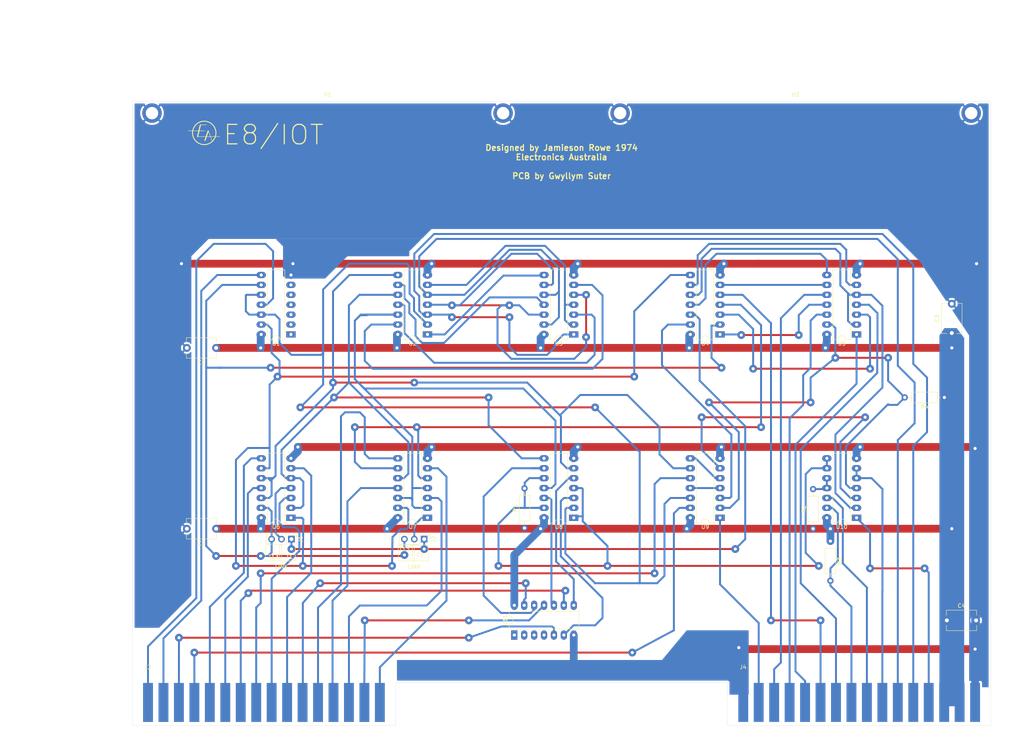
<source format=kicad_pcb>
(kicad_pcb (version 20171130) (host pcbnew "(5.1.10-1-10_14)")

  (general
    (thickness 1.6)
    (drawings 46)
    (tracks 790)
    (zones 0)
    (modules 26)
    (nets 70)
  )

  (page A3)
  (layers
    (0 F.Cu signal)
    (31 B.Cu signal hide)
    (32 B.Adhes user)
    (33 F.Adhes user)
    (34 B.Paste user)
    (35 F.Paste user)
    (36 B.SilkS user)
    (37 F.SilkS user)
    (38 B.Mask user)
    (39 F.Mask user)
    (40 Dwgs.User user)
    (41 Cmts.User user)
    (42 Eco1.User user)
    (43 Eco2.User user)
    (44 Edge.Cuts user)
    (45 Margin user)
    (46 B.CrtYd user)
    (47 F.CrtYd user)
    (48 B.Fab user)
    (49 F.Fab user)
  )

  (setup
    (last_trace_width 0.25)
    (user_trace_width 0.5)
    (user_trace_width 2)
    (trace_clearance 0.2)
    (zone_clearance 0.508)
    (zone_45_only no)
    (trace_min 0.2)
    (via_size 0.8)
    (via_drill 0.4)
    (via_min_size 0.4)
    (via_min_drill 0.3)
    (user_via 2 0.8)
    (uvia_size 0.3)
    (uvia_drill 0.1)
    (uvias_allowed no)
    (uvia_min_size 0.2)
    (uvia_min_drill 0.1)
    (edge_width 0.05)
    (segment_width 0.2)
    (pcb_text_width 0.3)
    (pcb_text_size 1.5 1.5)
    (mod_edge_width 0.12)
    (mod_text_size 1 1)
    (mod_text_width 0.15)
    (pad_size 5 5)
    (pad_drill 3.2)
    (pad_to_mask_clearance 0)
    (aux_axis_origin 69.99 220.02)
    (grid_origin 70 220)
    (visible_elements FFFFFF7F)
    (pcbplotparams
      (layerselection 0x010fc_ffffffff)
      (usegerberextensions false)
      (usegerberattributes true)
      (usegerberadvancedattributes true)
      (creategerberjobfile true)
      (excludeedgelayer true)
      (linewidth 0.100000)
      (plotframeref false)
      (viasonmask false)
      (mode 1)
      (useauxorigin false)
      (hpglpennumber 1)
      (hpglpenspeed 20)
      (hpglpendiameter 15.000000)
      (psnegative false)
      (psa4output false)
      (plotreference true)
      (plotvalue true)
      (plotinvisibletext false)
      (padsonsilk false)
      (subtractmaskfromsilk false)
      (outputformat 1)
      (mirror false)
      (drillshape 0)
      (scaleselection 1)
      (outputdirectory "E8T Gerber/"))
  )

  (net 0 "")
  (net 1 "Net-(J1-Pad1)")
  (net 2 "Net-(J1-Pad2)")
  (net 3 "Net-(J1-Pad3)")
  (net 4 "Net-(J2-Pad2)")
  (net 5 GND)
  (net 6 +5V)
  (net 7 A-BUS)
  (net 8 I_O_DEVICE_SELECT)
  (net 9 I_O_GATING)
  (net 10 ~CLR_IOT_FLAG)
  (net 11 SKIP_ON_IOT_FLAG)
  (net 12 ~IOT_SKIP)
  (net 13 MCP)
  (net 14 ~IOT_SHIFT)
  (net 15 AC_BIT_0)
  (net 16 T13)
  (net 17 T2-9)
  (net 18 T1)
  (net 19 "Net-(U2-Pad1)")
  (net 20 "Net-(U2-Pad8)")
  (net 21 "Net-(U1-Pad10)")
  (net 22 "Net-(U2-Pad9)")
  (net 23 "Net-(U2-Pad10)")
  (net 24 "Net-(U2-Pad4)")
  (net 25 "Net-(U2-Pad11)")
  (net 26 "Net-(U2-Pad12)")
  (net 27 "Net-(U2-Pad6)")
  (net 28 "Net-(U2-Pad13)")
  (net 29 "Net-(U4-Pad13)")
  (net 30 "Net-(U4-Pad6)")
  (net 31 "Net-(U4-Pad11)")
  (net 32 "Net-(U4-Pad4)")
  (net 33 "Net-(U10-Pad2)")
  (net 34 "Net-(U4-Pad3)")
  (net 35 "Net-(U4-Pad9)")
  (net 36 "Net-(U4-Pad1)")
  (net 37 "Net-(R4-Pad2)")
  (net 38 "Net-(R1-Pad2)")
  (net 39 "Net-(U11-Pad10)")
  (net 40 "Net-(U11-Pad8)")
  (net 41 "Net-(U11-Pad6)")
  (net 42 "Net-(U11-Pad12)")
  (net 43 "Net-(U10-Pad3)")
  (net 44 "Net-(R2-Pad2)")
  (net 45 I_D1_~FLAG)
  (net 46 O_D1_~FLAG)
  (net 47 I_D0_~FLAG)
  (net 48 O_D0_~FLAG)
  (net 49 I_D0_~CLOCK)
  (net 50 I_D0_~FLAG_RESET)
  (net 51 O_D0_~FLAG_RESET)
  (net 52 I_D1_~FLAG_RESET)
  (net 53 O_D0_~CLOCK)
  (net 54 I_D1_~CLOCK)
  (net 55 I_D0_~DATA)
  (net 56 "Net-(U9-Pad5)")
  (net 57 "Net-(U9-Pad11)")
  (net 58 I_D1_~DATA)
  (net 59 O_D1_~DATA)
  (net 60 O_D1_~CLOCK)
  (net 61 O_D1_~FLAG_RESET)
  (net 62 O_D0_~DATA)
  (net 63 "Net-(U1-Pad6)")
  (net 64 "Net-(U1-Pad5)")
  (net 65 "Net-(U1-Pad4)")
  (net 66 "Net-(U1-Pad3)")
  (net 67 "Net-(U1-Pad2)")
  (net 68 "Net-(U1-Pad1)")
  (net 69 /MCP_CLK)

  (net_class Default "This is the default net class."
    (clearance 0.2)
    (trace_width 0.25)
    (via_dia 0.8)
    (via_drill 0.4)
    (uvia_dia 0.3)
    (uvia_drill 0.1)
    (add_net +5V)
    (add_net /MCP_CLK)
    (add_net A-BUS)
    (add_net AC_BIT_0)
    (add_net GND)
    (add_net I_D0_~CLOCK)
    (add_net I_D0_~DATA)
    (add_net I_D0_~FLAG)
    (add_net I_D0_~FLAG_RESET)
    (add_net I_D1_~CLOCK)
    (add_net I_D1_~DATA)
    (add_net I_D1_~FLAG)
    (add_net I_D1_~FLAG_RESET)
    (add_net I_O_DEVICE_SELECT)
    (add_net I_O_GATING)
    (add_net MCP)
    (add_net "Net-(J1-Pad1)")
    (add_net "Net-(J1-Pad2)")
    (add_net "Net-(J1-Pad3)")
    (add_net "Net-(J2-Pad2)")
    (add_net "Net-(R1-Pad2)")
    (add_net "Net-(R2-Pad2)")
    (add_net "Net-(R4-Pad2)")
    (add_net "Net-(U1-Pad1)")
    (add_net "Net-(U1-Pad10)")
    (add_net "Net-(U1-Pad2)")
    (add_net "Net-(U1-Pad3)")
    (add_net "Net-(U1-Pad4)")
    (add_net "Net-(U1-Pad5)")
    (add_net "Net-(U1-Pad6)")
    (add_net "Net-(U10-Pad2)")
    (add_net "Net-(U10-Pad3)")
    (add_net "Net-(U11-Pad10)")
    (add_net "Net-(U11-Pad12)")
    (add_net "Net-(U11-Pad6)")
    (add_net "Net-(U11-Pad8)")
    (add_net "Net-(U2-Pad1)")
    (add_net "Net-(U2-Pad10)")
    (add_net "Net-(U2-Pad11)")
    (add_net "Net-(U2-Pad12)")
    (add_net "Net-(U2-Pad13)")
    (add_net "Net-(U2-Pad4)")
    (add_net "Net-(U2-Pad6)")
    (add_net "Net-(U2-Pad8)")
    (add_net "Net-(U2-Pad9)")
    (add_net "Net-(U4-Pad1)")
    (add_net "Net-(U4-Pad11)")
    (add_net "Net-(U4-Pad13)")
    (add_net "Net-(U4-Pad3)")
    (add_net "Net-(U4-Pad4)")
    (add_net "Net-(U4-Pad6)")
    (add_net "Net-(U4-Pad9)")
    (add_net "Net-(U9-Pad11)")
    (add_net "Net-(U9-Pad5)")
    (add_net O_D0_~CLOCK)
    (add_net O_D0_~DATA)
    (add_net O_D0_~FLAG)
    (add_net O_D0_~FLAG_RESET)
    (add_net O_D1_~CLOCK)
    (add_net O_D1_~DATA)
    (add_net O_D1_~FLAG)
    (add_net O_D1_~FLAG_RESET)
    (add_net SKIP_ON_IOT_FLAG)
    (add_net T1)
    (add_net T13)
    (add_net T2-9)
    (add_net ~CLR_IOT_FLAG)
    (add_net ~IOT_SHIFT)
    (add_net ~IOT_SKIP)
  )

  (module Package_DIP:DIP-14_W7.62mm_LongPads (layer F.Cu) (tedit 5A02E8C5) (tstamp 60BF7836)
    (at 167.88 196.8 90)
    (descr "14-lead though-hole mounted DIP package, row spacing 7.62 mm (300 mils), LongPads")
    (tags "THT DIP DIL PDIP 2.54mm 7.62mm 300mil LongPads")
    (path /60C272BC)
    (fp_text reference U11 (at 3.81 -2.33 90) (layer F.SilkS)
      (effects (font (size 1 1) (thickness 0.15)))
    )
    (fp_text value 74LS04 (at 3.81 17.57 90) (layer F.Fab)
      (effects (font (size 1 1) (thickness 0.15)))
    )
    (fp_line (start 9.1 -1.55) (end -1.45 -1.55) (layer F.CrtYd) (width 0.05))
    (fp_line (start 9.1 16.8) (end 9.1 -1.55) (layer F.CrtYd) (width 0.05))
    (fp_line (start -1.45 16.8) (end 9.1 16.8) (layer F.CrtYd) (width 0.05))
    (fp_line (start -1.45 -1.55) (end -1.45 16.8) (layer F.CrtYd) (width 0.05))
    (fp_line (start 6.06 -1.33) (end 4.81 -1.33) (layer F.SilkS) (width 0.12))
    (fp_line (start 6.06 16.57) (end 6.06 -1.33) (layer F.SilkS) (width 0.12))
    (fp_line (start 1.56 16.57) (end 6.06 16.57) (layer F.SilkS) (width 0.12))
    (fp_line (start 1.56 -1.33) (end 1.56 16.57) (layer F.SilkS) (width 0.12))
    (fp_line (start 2.81 -1.33) (end 1.56 -1.33) (layer F.SilkS) (width 0.12))
    (fp_line (start 0.635 -0.27) (end 1.635 -1.27) (layer F.Fab) (width 0.1))
    (fp_line (start 0.635 16.51) (end 0.635 -0.27) (layer F.Fab) (width 0.1))
    (fp_line (start 6.985 16.51) (end 0.635 16.51) (layer F.Fab) (width 0.1))
    (fp_line (start 6.985 -1.27) (end 6.985 16.51) (layer F.Fab) (width 0.1))
    (fp_line (start 1.635 -1.27) (end 6.985 -1.27) (layer F.Fab) (width 0.1))
    (fp_text user %R (at 3.81 7.62 180) (layer F.Fab)
      (effects (font (size 1 1) (thickness 0.15)))
    )
    (fp_arc (start 3.81 -1.33) (end 2.81 -1.33) (angle -180) (layer F.SilkS) (width 0.12))
    (pad 14 thru_hole oval (at 7.62 0 90) (size 2.4 1.6) (drill 0.8) (layers *.Cu *.Mask)
      (net 6 +5V))
    (pad 7 thru_hole oval (at 0 15.24 90) (size 2.4 1.6) (drill 0.8) (layers *.Cu *.Mask)
      (net 5 GND))
    (pad 13 thru_hole oval (at 7.62 2.54 90) (size 2.4 1.6) (drill 0.8) (layers *.Cu *.Mask)
      (net 48 O_D0_~FLAG))
    (pad 6 thru_hole oval (at 0 12.7 90) (size 2.4 1.6) (drill 0.8) (layers *.Cu *.Mask)
      (net 41 "Net-(U11-Pad6)"))
    (pad 12 thru_hole oval (at 7.62 5.08 90) (size 2.4 1.6) (drill 0.8) (layers *.Cu *.Mask)
      (net 42 "Net-(U11-Pad12)"))
    (pad 5 thru_hole oval (at 0 10.16 90) (size 2.4 1.6) (drill 0.8) (layers *.Cu *.Mask)
      (net 47 I_D0_~FLAG))
    (pad 11 thru_hole oval (at 7.62 7.62 90) (size 2.4 1.6) (drill 0.8) (layers *.Cu *.Mask)
      (net 46 O_D1_~FLAG))
    (pad 4 thru_hole oval (at 0 7.62 90) (size 2.4 1.6) (drill 0.8) (layers *.Cu *.Mask))
    (pad 10 thru_hole oval (at 7.62 10.16 90) (size 2.4 1.6) (drill 0.8) (layers *.Cu *.Mask)
      (net 39 "Net-(U11-Pad10)"))
    (pad 3 thru_hole oval (at 0 5.08 90) (size 2.4 1.6) (drill 0.8) (layers *.Cu *.Mask))
    (pad 9 thru_hole oval (at 7.62 12.7 90) (size 2.4 1.6) (drill 0.8) (layers *.Cu *.Mask)
      (net 45 I_D1_~FLAG))
    (pad 2 thru_hole oval (at 0 2.54 90) (size 2.4 1.6) (drill 0.8) (layers *.Cu *.Mask))
    (pad 8 thru_hole oval (at 7.62 15.24 90) (size 2.4 1.6) (drill 0.8) (layers *.Cu *.Mask)
      (net 40 "Net-(U11-Pad8)"))
    (pad 1 thru_hole rect (at 0 0 90) (size 2.4 1.6) (drill 0.8) (layers *.Cu *.Mask))
    (model ${KISYS3DMOD}/Package_DIP.3dshapes/DIP-14_W7.62mm.wrl
      (at (xyz 0 0 0))
      (scale (xyz 1 1 1))
      (rotate (xyz 0 0 0))
    )
  )

  (module Package_DIP:DIP-14_W7.62mm_LongPads (layer F.Cu) (tedit 5A02E8C5) (tstamp 60BF8FA3)
    (at 145.62 166.74 180)
    (descr "14-lead though-hole mounted DIP package, row spacing 7.62 mm (300 mils), LongPads")
    (tags "THT DIP DIL PDIP 2.54mm 7.62mm 300mil LongPads")
    (path /60C1719E)
    (fp_text reference U7 (at 3.81 -2.33) (layer F.SilkS)
      (effects (font (size 1 1) (thickness 0.15)))
    )
    (fp_text value 74LS37 (at 3.81 17.57) (layer F.Fab)
      (effects (font (size 1 1) (thickness 0.15)))
    )
    (fp_line (start 9.1 -1.55) (end -1.45 -1.55) (layer F.CrtYd) (width 0.05))
    (fp_line (start 9.1 16.8) (end 9.1 -1.55) (layer F.CrtYd) (width 0.05))
    (fp_line (start -1.45 16.8) (end 9.1 16.8) (layer F.CrtYd) (width 0.05))
    (fp_line (start -1.45 -1.55) (end -1.45 16.8) (layer F.CrtYd) (width 0.05))
    (fp_line (start 6.06 -1.33) (end 4.81 -1.33) (layer F.SilkS) (width 0.12))
    (fp_line (start 6.06 16.57) (end 6.06 -1.33) (layer F.SilkS) (width 0.12))
    (fp_line (start 1.56 16.57) (end 6.06 16.57) (layer F.SilkS) (width 0.12))
    (fp_line (start 1.56 -1.33) (end 1.56 16.57) (layer F.SilkS) (width 0.12))
    (fp_line (start 2.81 -1.33) (end 1.56 -1.33) (layer F.SilkS) (width 0.12))
    (fp_line (start 0.635 -0.27) (end 1.635 -1.27) (layer F.Fab) (width 0.1))
    (fp_line (start 0.635 16.51) (end 0.635 -0.27) (layer F.Fab) (width 0.1))
    (fp_line (start 6.985 16.51) (end 0.635 16.51) (layer F.Fab) (width 0.1))
    (fp_line (start 6.985 -1.27) (end 6.985 16.51) (layer F.Fab) (width 0.1))
    (fp_line (start 1.635 -1.27) (end 6.985 -1.27) (layer F.Fab) (width 0.1))
    (fp_text user %R (at 3.81 7.62) (layer F.Fab)
      (effects (font (size 1 1) (thickness 0.15)))
    )
    (fp_arc (start 3.81 -1.33) (end 2.81 -1.33) (angle -180) (layer F.SilkS) (width 0.12))
    (pad 14 thru_hole oval (at 7.62 0 180) (size 2.4 1.6) (drill 0.8) (layers *.Cu *.Mask)
      (net 6 +5V))
    (pad 7 thru_hole oval (at 0 15.24 180) (size 2.4 1.6) (drill 0.8) (layers *.Cu *.Mask)
      (net 5 GND))
    (pad 13 thru_hole oval (at 7.62 2.54 180) (size 2.4 1.6) (drill 0.8) (layers *.Cu *.Mask)
      (net 69 /MCP_CLK))
    (pad 6 thru_hole oval (at 0 12.7 180) (size 2.4 1.6) (drill 0.8) (layers *.Cu *.Mask)
      (net 59 O_D1_~DATA))
    (pad 12 thru_hole oval (at 7.62 5.08 180) (size 2.4 1.6) (drill 0.8) (layers *.Cu *.Mask)
      (net 26 "Net-(U2-Pad12)"))
    (pad 5 thru_hole oval (at 0 10.16 180) (size 2.4 1.6) (drill 0.8) (layers *.Cu *.Mask)
      (net 32 "Net-(U4-Pad4)"))
    (pad 11 thru_hole oval (at 7.62 7.62 180) (size 2.4 1.6) (drill 0.8) (layers *.Cu *.Mask)
      (net 60 O_D1_~CLOCK))
    (pad 4 thru_hole oval (at 0 7.62 180) (size 2.4 1.6) (drill 0.8) (layers *.Cu *.Mask)
      (net 26 "Net-(U2-Pad12)"))
    (pad 10 thru_hole oval (at 7.62 10.16 180) (size 2.4 1.6) (drill 0.8) (layers *.Cu *.Mask)
      (net 23 "Net-(U2-Pad10)"))
    (pad 3 thru_hole oval (at 0 5.08 180) (size 2.4 1.6) (drill 0.8) (layers *.Cu *.Mask)
      (net 61 O_D1_~FLAG_RESET))
    (pad 9 thru_hole oval (at 7.62 12.7 180) (size 2.4 1.6) (drill 0.8) (layers *.Cu *.Mask)
      (net 32 "Net-(U4-Pad4)"))
    (pad 2 thru_hole oval (at 0 2.54 180) (size 2.4 1.6) (drill 0.8) (layers *.Cu *.Mask)
      (net 26 "Net-(U2-Pad12)"))
    (pad 8 thru_hole oval (at 7.62 15.24 180) (size 2.4 1.6) (drill 0.8) (layers *.Cu *.Mask)
      (net 62 O_D0_~DATA))
    (pad 1 thru_hole rect (at 0 0 180) (size 2.4 1.6) (drill 0.8) (layers *.Cu *.Mask)
      (net 4 "Net-(J2-Pad2)"))
    (model ${KISYS3DMOD}/Package_DIP.3dshapes/DIP-14_W7.62mm.wrl
      (at (xyz 0 0 0))
      (scale (xyz 1 1 1))
      (rotate (xyz 0 0 0))
    )
  )

  (module Package_DIP:DIP-14_W7.62mm_LongPads (layer F.Cu) (tedit 5A02E8C5) (tstamp 60BF8892)
    (at 220.62 166.74 180)
    (descr "14-lead though-hole mounted DIP package, row spacing 7.62 mm (300 mils), LongPads")
    (tags "THT DIP DIL PDIP 2.54mm 7.62mm 300mil LongPads")
    (path /60CD41DD)
    (fp_text reference U9 (at 3.81 -2.33) (layer F.SilkS)
      (effects (font (size 1 1) (thickness 0.15)))
    )
    (fp_text value 7400 (at 3.81 17.57) (layer F.Fab)
      (effects (font (size 1 1) (thickness 0.15)))
    )
    (fp_line (start 9.1 -1.55) (end -1.45 -1.55) (layer F.CrtYd) (width 0.05))
    (fp_line (start 9.1 16.8) (end 9.1 -1.55) (layer F.CrtYd) (width 0.05))
    (fp_line (start -1.45 16.8) (end 9.1 16.8) (layer F.CrtYd) (width 0.05))
    (fp_line (start -1.45 -1.55) (end -1.45 16.8) (layer F.CrtYd) (width 0.05))
    (fp_line (start 6.06 -1.33) (end 4.81 -1.33) (layer F.SilkS) (width 0.12))
    (fp_line (start 6.06 16.57) (end 6.06 -1.33) (layer F.SilkS) (width 0.12))
    (fp_line (start 1.56 16.57) (end 6.06 16.57) (layer F.SilkS) (width 0.12))
    (fp_line (start 1.56 -1.33) (end 1.56 16.57) (layer F.SilkS) (width 0.12))
    (fp_line (start 2.81 -1.33) (end 1.56 -1.33) (layer F.SilkS) (width 0.12))
    (fp_line (start 0.635 -0.27) (end 1.635 -1.27) (layer F.Fab) (width 0.1))
    (fp_line (start 0.635 16.51) (end 0.635 -0.27) (layer F.Fab) (width 0.1))
    (fp_line (start 6.985 16.51) (end 0.635 16.51) (layer F.Fab) (width 0.1))
    (fp_line (start 6.985 -1.27) (end 6.985 16.51) (layer F.Fab) (width 0.1))
    (fp_line (start 1.635 -1.27) (end 6.985 -1.27) (layer F.Fab) (width 0.1))
    (fp_text user %R (at 3.81 7.62) (layer F.Fab)
      (effects (font (size 1 1) (thickness 0.15)))
    )
    (fp_arc (start 3.81 -1.33) (end 2.81 -1.33) (angle -180) (layer F.SilkS) (width 0.12))
    (pad 14 thru_hole oval (at 7.62 0 180) (size 2.4 1.6) (drill 0.8) (layers *.Cu *.Mask)
      (net 6 +5V))
    (pad 7 thru_hole oval (at 0 15.24 180) (size 2.4 1.6) (drill 0.8) (layers *.Cu *.Mask)
      (net 5 GND))
    (pad 13 thru_hole oval (at 7.62 2.54 180) (size 2.4 1.6) (drill 0.8) (layers *.Cu *.Mask)
      (net 55 I_D0_~DATA))
    (pad 6 thru_hole oval (at 0 12.7 180) (size 2.4 1.6) (drill 0.8) (layers *.Cu *.Mask)
      (net 43 "Net-(U10-Pad3)"))
    (pad 12 thru_hole oval (at 7.62 5.08 180) (size 2.4 1.6) (drill 0.8) (layers *.Cu *.Mask)
      (net 21 "Net-(U1-Pad10)"))
    (pad 5 thru_hole oval (at 0 10.16 180) (size 2.4 1.6) (drill 0.8) (layers *.Cu *.Mask)
      (net 56 "Net-(U9-Pad5)"))
    (pad 11 thru_hole oval (at 7.62 7.62 180) (size 2.4 1.6) (drill 0.8) (layers *.Cu *.Mask)
      (net 57 "Net-(U9-Pad11)"))
    (pad 4 thru_hole oval (at 0 7.62 180) (size 2.4 1.6) (drill 0.8) (layers *.Cu *.Mask)
      (net 57 "Net-(U9-Pad11)"))
    (pad 10 thru_hole oval (at 7.62 10.16 180) (size 2.4 1.6) (drill 0.8) (layers *.Cu *.Mask)
      (net 58 I_D1_~DATA))
    (pad 3 thru_hole oval (at 0 5.08 180) (size 2.4 1.6) (drill 0.8) (layers *.Cu *.Mask)
      (net 29 "Net-(U4-Pad13)"))
    (pad 9 thru_hole oval (at 7.62 12.7 180) (size 2.4 1.6) (drill 0.8) (layers *.Cu *.Mask)
      (net 20 "Net-(U2-Pad8)"))
    (pad 2 thru_hole oval (at 0 2.54 180) (size 2.4 1.6) (drill 0.8) (layers *.Cu *.Mask)
      (net 37 "Net-(R4-Pad2)"))
    (pad 8 thru_hole oval (at 7.62 15.24 180) (size 2.4 1.6) (drill 0.8) (layers *.Cu *.Mask)
      (net 56 "Net-(U9-Pad5)"))
    (pad 1 thru_hole rect (at 0 0 180) (size 2.4 1.6) (drill 0.8) (layers *.Cu *.Mask)
      (net 18 T1))
    (model ${KISYS3DMOD}/Package_DIP.3dshapes/DIP-14_W7.62mm.wrl
      (at (xyz 0 0 0))
      (scale (xyz 1 1 1))
      (rotate (xyz 0 0 0))
    )
  )

  (module Package_DIP:DIP-14_W7.62mm_LongPads (layer F.Cu) (tedit 5A02E8C5) (tstamp 60BF882E)
    (at 110.62 166.74 180)
    (descr "14-lead though-hole mounted DIP package, row spacing 7.62 mm (300 mils), LongPads")
    (tags "THT DIP DIL PDIP 2.54mm 7.62mm 300mil LongPads")
    (path /60C20A1D)
    (fp_text reference U6 (at 3.81 -2.33) (layer F.SilkS)
      (effects (font (size 1 1) (thickness 0.15)))
    )
    (fp_text value 74LS37 (at 3.81 17.57) (layer F.Fab)
      (effects (font (size 1 1) (thickness 0.15)))
    )
    (fp_line (start 9.1 -1.55) (end -1.45 -1.55) (layer F.CrtYd) (width 0.05))
    (fp_line (start 9.1 16.8) (end 9.1 -1.55) (layer F.CrtYd) (width 0.05))
    (fp_line (start -1.45 16.8) (end 9.1 16.8) (layer F.CrtYd) (width 0.05))
    (fp_line (start -1.45 -1.55) (end -1.45 16.8) (layer F.CrtYd) (width 0.05))
    (fp_line (start 6.06 -1.33) (end 4.81 -1.33) (layer F.SilkS) (width 0.12))
    (fp_line (start 6.06 16.57) (end 6.06 -1.33) (layer F.SilkS) (width 0.12))
    (fp_line (start 1.56 16.57) (end 6.06 16.57) (layer F.SilkS) (width 0.12))
    (fp_line (start 1.56 -1.33) (end 1.56 16.57) (layer F.SilkS) (width 0.12))
    (fp_line (start 2.81 -1.33) (end 1.56 -1.33) (layer F.SilkS) (width 0.12))
    (fp_line (start 0.635 -0.27) (end 1.635 -1.27) (layer F.Fab) (width 0.1))
    (fp_line (start 0.635 16.51) (end 0.635 -0.27) (layer F.Fab) (width 0.1))
    (fp_line (start 6.985 16.51) (end 0.635 16.51) (layer F.Fab) (width 0.1))
    (fp_line (start 6.985 -1.27) (end 6.985 16.51) (layer F.Fab) (width 0.1))
    (fp_line (start 1.635 -1.27) (end 6.985 -1.27) (layer F.Fab) (width 0.1))
    (fp_text user %R (at 3.81 7.62) (layer F.Fab)
      (effects (font (size 1 1) (thickness 0.15)))
    )
    (fp_arc (start 3.81 -1.33) (end 2.81 -1.33) (angle -180) (layer F.SilkS) (width 0.12))
    (pad 14 thru_hole oval (at 7.62 0 180) (size 2.4 1.6) (drill 0.8) (layers *.Cu *.Mask)
      (net 6 +5V))
    (pad 7 thru_hole oval (at 0 15.24 180) (size 2.4 1.6) (drill 0.8) (layers *.Cu *.Mask)
      (net 5 GND))
    (pad 13 thru_hole oval (at 7.62 2.54 180) (size 2.4 1.6) (drill 0.8) (layers *.Cu *.Mask)
      (net 3 "Net-(J1-Pad3)"))
    (pad 6 thru_hole oval (at 0 12.7 180) (size 2.4 1.6) (drill 0.8) (layers *.Cu *.Mask)
      (net 51 O_D0_~FLAG_RESET))
    (pad 12 thru_hole oval (at 7.62 5.08 180) (size 2.4 1.6) (drill 0.8) (layers *.Cu *.Mask)
      (net 20 "Net-(U2-Pad8)"))
    (pad 5 thru_hole oval (at 0 10.16 180) (size 2.4 1.6) (drill 0.8) (layers *.Cu *.Mask)
      (net 23 "Net-(U2-Pad10)"))
    (pad 11 thru_hole oval (at 7.62 7.62 180) (size 2.4 1.6) (drill 0.8) (layers *.Cu *.Mask)
      (net 52 I_D1_~FLAG_RESET))
    (pad 4 thru_hole oval (at 0 7.62 180) (size 2.4 1.6) (drill 0.8) (layers *.Cu *.Mask)
      (net 2 "Net-(J1-Pad2)"))
    (pad 10 thru_hole oval (at 7.62 10.16 180) (size 2.4 1.6) (drill 0.8) (layers *.Cu *.Mask)
      (net 20 "Net-(U2-Pad8)"))
    (pad 3 thru_hole oval (at 0 5.08 180) (size 2.4 1.6) (drill 0.8) (layers *.Cu *.Mask)
      (net 53 O_D0_~CLOCK))
    (pad 9 thru_hole oval (at 7.62 12.7 180) (size 2.4 1.6) (drill 0.8) (layers *.Cu *.Mask)
      (net 69 /MCP_CLK))
    (pad 2 thru_hole oval (at 0 2.54 180) (size 2.4 1.6) (drill 0.8) (layers *.Cu *.Mask)
      (net 23 "Net-(U2-Pad10)"))
    (pad 8 thru_hole oval (at 7.62 15.24 180) (size 2.4 1.6) (drill 0.8) (layers *.Cu *.Mask)
      (net 54 I_D1_~CLOCK))
    (pad 1 thru_hole rect (at 0 0 180) (size 2.4 1.6) (drill 0.8) (layers *.Cu *.Mask)
      (net 69 /MCP_CLK))
    (model ${KISYS3DMOD}/Package_DIP.3dshapes/DIP-14_W7.62mm.wrl
      (at (xyz 0 0 0))
      (scale (xyz 1 1 1))
      (rotate (xyz 0 0 0))
    )
  )

  (module Package_DIP:DIP-14_W7.62mm_LongPads (layer F.Cu) (tedit 5A02E8C5) (tstamp 60BF8704)
    (at 110.62 119.74 180)
    (descr "14-lead though-hole mounted DIP package, row spacing 7.62 mm (300 mils), LongPads")
    (tags "THT DIP DIL PDIP 2.54mm 7.62mm 300mil LongPads")
    (path /60DEE457)
    (fp_text reference U1 (at 3.81 -2.33) (layer F.SilkS)
      (effects (font (size 1 1) (thickness 0.15)))
    )
    (fp_text value 74LS37 (at 3.81 17.57) (layer F.Fab)
      (effects (font (size 1 1) (thickness 0.15)))
    )
    (fp_line (start 9.1 -1.55) (end -1.45 -1.55) (layer F.CrtYd) (width 0.05))
    (fp_line (start 9.1 16.8) (end 9.1 -1.55) (layer F.CrtYd) (width 0.05))
    (fp_line (start -1.45 16.8) (end 9.1 16.8) (layer F.CrtYd) (width 0.05))
    (fp_line (start -1.45 -1.55) (end -1.45 16.8) (layer F.CrtYd) (width 0.05))
    (fp_line (start 6.06 -1.33) (end 4.81 -1.33) (layer F.SilkS) (width 0.12))
    (fp_line (start 6.06 16.57) (end 6.06 -1.33) (layer F.SilkS) (width 0.12))
    (fp_line (start 1.56 16.57) (end 6.06 16.57) (layer F.SilkS) (width 0.12))
    (fp_line (start 1.56 -1.33) (end 1.56 16.57) (layer F.SilkS) (width 0.12))
    (fp_line (start 2.81 -1.33) (end 1.56 -1.33) (layer F.SilkS) (width 0.12))
    (fp_line (start 0.635 -0.27) (end 1.635 -1.27) (layer F.Fab) (width 0.1))
    (fp_line (start 0.635 16.51) (end 0.635 -0.27) (layer F.Fab) (width 0.1))
    (fp_line (start 6.985 16.51) (end 0.635 16.51) (layer F.Fab) (width 0.1))
    (fp_line (start 6.985 -1.27) (end 6.985 16.51) (layer F.Fab) (width 0.1))
    (fp_line (start 1.635 -1.27) (end 6.985 -1.27) (layer F.Fab) (width 0.1))
    (fp_text user %R (at 3.81 7.62) (layer F.Fab)
      (effects (font (size 1 1) (thickness 0.15)))
    )
    (fp_arc (start 3.81 -1.33) (end 2.81 -1.33) (angle -180) (layer F.SilkS) (width 0.12))
    (pad 14 thru_hole oval (at 7.62 0 180) (size 2.4 1.6) (drill 0.8) (layers *.Cu *.Mask)
      (net 6 +5V))
    (pad 7 thru_hole oval (at 0 15.24 180) (size 2.4 1.6) (drill 0.8) (layers *.Cu *.Mask)
      (net 5 GND))
    (pad 13 thru_hole oval (at 7.62 2.54 180) (size 2.4 1.6) (drill 0.8) (layers *.Cu *.Mask)
      (net 69 /MCP_CLK))
    (pad 6 thru_hole oval (at 0 12.7 180) (size 2.4 1.6) (drill 0.8) (layers *.Cu *.Mask)
      (net 63 "Net-(U1-Pad6)"))
    (pad 12 thru_hole oval (at 7.62 5.08 180) (size 2.4 1.6) (drill 0.8) (layers *.Cu *.Mask)
      (net 21 "Net-(U1-Pad10)"))
    (pad 5 thru_hole oval (at 0 10.16 180) (size 2.4 1.6) (drill 0.8) (layers *.Cu *.Mask)
      (net 64 "Net-(U1-Pad5)"))
    (pad 11 thru_hole oval (at 7.62 7.62 180) (size 2.4 1.6) (drill 0.8) (layers *.Cu *.Mask)
      (net 49 I_D0_~CLOCK))
    (pad 4 thru_hole oval (at 0 7.62 180) (size 2.4 1.6) (drill 0.8) (layers *.Cu *.Mask)
      (net 65 "Net-(U1-Pad4)"))
    (pad 10 thru_hole oval (at 7.62 10.16 180) (size 2.4 1.6) (drill 0.8) (layers *.Cu *.Mask)
      (net 21 "Net-(U1-Pad10)"))
    (pad 3 thru_hole oval (at 0 5.08 180) (size 2.4 1.6) (drill 0.8) (layers *.Cu *.Mask)
      (net 66 "Net-(U1-Pad3)"))
    (pad 9 thru_hole oval (at 7.62 12.7 180) (size 2.4 1.6) (drill 0.8) (layers *.Cu *.Mask)
      (net 3 "Net-(J1-Pad3)"))
    (pad 2 thru_hole oval (at 0 2.54 180) (size 2.4 1.6) (drill 0.8) (layers *.Cu *.Mask)
      (net 67 "Net-(U1-Pad2)"))
    (pad 8 thru_hole oval (at 7.62 15.24 180) (size 2.4 1.6) (drill 0.8) (layers *.Cu *.Mask)
      (net 50 I_D0_~FLAG_RESET))
    (pad 1 thru_hole rect (at 0 0 180) (size 2.4 1.6) (drill 0.8) (layers *.Cu *.Mask)
      (net 68 "Net-(U1-Pad1)"))
    (model ${KISYS3DMOD}/Package_DIP.3dshapes/DIP-14_W7.62mm.wrl
      (at (xyz 0 0 0))
      (scale (xyz 1 1 1))
      (rotate (xyz 0 0 0))
    )
  )

  (module Package_DIP:DIP-14_W7.62mm_LongPads (layer F.Cu) (tedit 5A02E8C5) (tstamp 60BF776A)
    (at 145.62 119.74 180)
    (descr "14-lead though-hole mounted DIP package, row spacing 7.62 mm (300 mils), LongPads")
    (tags "THT DIP DIL PDIP 2.54mm 7.62mm 300mil LongPads")
    (path /60BF3A55)
    (fp_text reference U2 (at 3.81 -2.33) (layer F.SilkS)
      (effects (font (size 1 1) (thickness 0.15)))
    )
    (fp_text value 74LS04 (at 3.81 17.57) (layer F.Fab)
      (effects (font (size 1 1) (thickness 0.15)))
    )
    (fp_line (start 9.1 -1.55) (end -1.45 -1.55) (layer F.CrtYd) (width 0.05))
    (fp_line (start 9.1 16.8) (end 9.1 -1.55) (layer F.CrtYd) (width 0.05))
    (fp_line (start -1.45 16.8) (end 9.1 16.8) (layer F.CrtYd) (width 0.05))
    (fp_line (start -1.45 -1.55) (end -1.45 16.8) (layer F.CrtYd) (width 0.05))
    (fp_line (start 6.06 -1.33) (end 4.81 -1.33) (layer F.SilkS) (width 0.12))
    (fp_line (start 6.06 16.57) (end 6.06 -1.33) (layer F.SilkS) (width 0.12))
    (fp_line (start 1.56 16.57) (end 6.06 16.57) (layer F.SilkS) (width 0.12))
    (fp_line (start 1.56 -1.33) (end 1.56 16.57) (layer F.SilkS) (width 0.12))
    (fp_line (start 2.81 -1.33) (end 1.56 -1.33) (layer F.SilkS) (width 0.12))
    (fp_line (start 0.635 -0.27) (end 1.635 -1.27) (layer F.Fab) (width 0.1))
    (fp_line (start 0.635 16.51) (end 0.635 -0.27) (layer F.Fab) (width 0.1))
    (fp_line (start 6.985 16.51) (end 0.635 16.51) (layer F.Fab) (width 0.1))
    (fp_line (start 6.985 -1.27) (end 6.985 16.51) (layer F.Fab) (width 0.1))
    (fp_line (start 1.635 -1.27) (end 6.985 -1.27) (layer F.Fab) (width 0.1))
    (fp_text user %R (at 3.81 7.62) (layer F.Fab)
      (effects (font (size 1 1) (thickness 0.15)))
    )
    (fp_arc (start 3.81 -1.33) (end 2.81 -1.33) (angle -180) (layer F.SilkS) (width 0.12))
    (pad 14 thru_hole oval (at 7.62 0 180) (size 2.4 1.6) (drill 0.8) (layers *.Cu *.Mask)
      (net 6 +5V))
    (pad 7 thru_hole oval (at 0 15.24 180) (size 2.4 1.6) (drill 0.8) (layers *.Cu *.Mask)
      (net 5 GND))
    (pad 13 thru_hole oval (at 7.62 2.54 180) (size 2.4 1.6) (drill 0.8) (layers *.Cu *.Mask)
      (net 28 "Net-(U2-Pad13)"))
    (pad 6 thru_hole oval (at 0 12.7 180) (size 2.4 1.6) (drill 0.8) (layers *.Cu *.Mask)
      (net 27 "Net-(U2-Pad6)"))
    (pad 12 thru_hole oval (at 7.62 5.08 180) (size 2.4 1.6) (drill 0.8) (layers *.Cu *.Mask)
      (net 26 "Net-(U2-Pad12)"))
    (pad 5 thru_hole oval (at 0 10.16 180) (size 2.4 1.6) (drill 0.8) (layers *.Cu *.Mask)
      (net 9 I_O_GATING))
    (pad 11 thru_hole oval (at 7.62 7.62 180) (size 2.4 1.6) (drill 0.8) (layers *.Cu *.Mask)
      (net 25 "Net-(U2-Pad11)"))
    (pad 4 thru_hole oval (at 0 7.62 180) (size 2.4 1.6) (drill 0.8) (layers *.Cu *.Mask)
      (net 24 "Net-(U2-Pad4)"))
    (pad 10 thru_hole oval (at 7.62 10.16 180) (size 2.4 1.6) (drill 0.8) (layers *.Cu *.Mask)
      (net 23 "Net-(U2-Pad10)"))
    (pad 3 thru_hole oval (at 0 5.08 180) (size 2.4 1.6) (drill 0.8) (layers *.Cu *.Mask)
      (net 8 I_O_DEVICE_SELECT))
    (pad 9 thru_hole oval (at 7.62 12.7 180) (size 2.4 1.6) (drill 0.8) (layers *.Cu *.Mask)
      (net 22 "Net-(U2-Pad9)"))
    (pad 2 thru_hole oval (at 0 2.54 180) (size 2.4 1.6) (drill 0.8) (layers *.Cu *.Mask)
      (net 21 "Net-(U1-Pad10)"))
    (pad 8 thru_hole oval (at 7.62 15.24 180) (size 2.4 1.6) (drill 0.8) (layers *.Cu *.Mask)
      (net 20 "Net-(U2-Pad8)"))
    (pad 1 thru_hole rect (at 0 0 180) (size 2.4 1.6) (drill 0.8) (layers *.Cu *.Mask)
      (net 19 "Net-(U2-Pad1)"))
    (model ${KISYS3DMOD}/Package_DIP.3dshapes/DIP-14_W7.62mm.wrl
      (at (xyz 0 0 0))
      (scale (xyz 1 1 1))
      (rotate (xyz 0 0 0))
    )
  )

  (module Package_DIP:DIP-14_W7.62mm_LongPads (layer F.Cu) (tedit 5A02E8C5) (tstamp 60BF778C)
    (at 183.12 119.74 180)
    (descr "14-lead though-hole mounted DIP package, row spacing 7.62 mm (300 mils), LongPads")
    (tags "THT DIP DIL PDIP 2.54mm 7.62mm 300mil LongPads")
    (path /60BF4DFD)
    (fp_text reference U3 (at 3.81 -2.33) (layer F.SilkS)
      (effects (font (size 1 1) (thickness 0.15)))
    )
    (fp_text value 7400 (at 3.81 17.57) (layer F.Fab)
      (effects (font (size 1 1) (thickness 0.15)))
    )
    (fp_line (start 9.1 -1.55) (end -1.45 -1.55) (layer F.CrtYd) (width 0.05))
    (fp_line (start 9.1 16.8) (end 9.1 -1.55) (layer F.CrtYd) (width 0.05))
    (fp_line (start -1.45 16.8) (end 9.1 16.8) (layer F.CrtYd) (width 0.05))
    (fp_line (start -1.45 -1.55) (end -1.45 16.8) (layer F.CrtYd) (width 0.05))
    (fp_line (start 6.06 -1.33) (end 4.81 -1.33) (layer F.SilkS) (width 0.12))
    (fp_line (start 6.06 16.57) (end 6.06 -1.33) (layer F.SilkS) (width 0.12))
    (fp_line (start 1.56 16.57) (end 6.06 16.57) (layer F.SilkS) (width 0.12))
    (fp_line (start 1.56 -1.33) (end 1.56 16.57) (layer F.SilkS) (width 0.12))
    (fp_line (start 2.81 -1.33) (end 1.56 -1.33) (layer F.SilkS) (width 0.12))
    (fp_line (start 0.635 -0.27) (end 1.635 -1.27) (layer F.Fab) (width 0.1))
    (fp_line (start 0.635 16.51) (end 0.635 -0.27) (layer F.Fab) (width 0.1))
    (fp_line (start 6.985 16.51) (end 0.635 16.51) (layer F.Fab) (width 0.1))
    (fp_line (start 6.985 -1.27) (end 6.985 16.51) (layer F.Fab) (width 0.1))
    (fp_line (start 1.635 -1.27) (end 6.985 -1.27) (layer F.Fab) (width 0.1))
    (fp_text user %R (at 3.81 7.62) (layer F.Fab)
      (effects (font (size 1 1) (thickness 0.15)))
    )
    (fp_arc (start 3.81 -1.33) (end 2.81 -1.33) (angle -180) (layer F.SilkS) (width 0.12))
    (pad 14 thru_hole oval (at 7.62 0 180) (size 2.4 1.6) (drill 0.8) (layers *.Cu *.Mask)
      (net 6 +5V))
    (pad 7 thru_hole oval (at 0 15.24 180) (size 2.4 1.6) (drill 0.8) (layers *.Cu *.Mask)
      (net 5 GND))
    (pad 13 thru_hole oval (at 7.62 2.54 180) (size 2.4 1.6) (drill 0.8) (layers *.Cu *.Mask)
      (net 9 I_O_GATING))
    (pad 6 thru_hole oval (at 0 12.7 180) (size 2.4 1.6) (drill 0.8) (layers *.Cu *.Mask)
      (net 28 "Net-(U2-Pad13)"))
    (pad 12 thru_hole oval (at 7.62 5.08 180) (size 2.4 1.6) (drill 0.8) (layers *.Cu *.Mask)
      (net 24 "Net-(U2-Pad4)"))
    (pad 5 thru_hole oval (at 0 10.16 180) (size 2.4 1.6) (drill 0.8) (layers *.Cu *.Mask)
      (net 24 "Net-(U2-Pad4)"))
    (pad 11 thru_hole oval (at 7.62 7.62 180) (size 2.4 1.6) (drill 0.8) (layers *.Cu *.Mask)
      (net 22 "Net-(U2-Pad9)"))
    (pad 4 thru_hole oval (at 0 7.62 180) (size 2.4 1.6) (drill 0.8) (layers *.Cu *.Mask)
      (net 27 "Net-(U2-Pad6)"))
    (pad 10 thru_hole oval (at 7.62 10.16 180) (size 2.4 1.6) (drill 0.8) (layers *.Cu *.Mask)
      (net 9 I_O_GATING))
    (pad 3 thru_hole oval (at 0 5.08 180) (size 2.4 1.6) (drill 0.8) (layers *.Cu *.Mask)
      (net 25 "Net-(U2-Pad11)"))
    (pad 9 thru_hole oval (at 7.62 12.7 180) (size 2.4 1.6) (drill 0.8) (layers *.Cu *.Mask)
      (net 24 "Net-(U2-Pad4)"))
    (pad 2 thru_hole oval (at 0 2.54 180) (size 2.4 1.6) (drill 0.8) (layers *.Cu *.Mask)
      (net 27 "Net-(U2-Pad6)"))
    (pad 8 thru_hole oval (at 7.62 15.24 180) (size 2.4 1.6) (drill 0.8) (layers *.Cu *.Mask)
      (net 19 "Net-(U2-Pad1)"))
    (pad 1 thru_hole rect (at 0 0 180) (size 2.4 1.6) (drill 0.8) (layers *.Cu *.Mask)
      (net 8 I_O_DEVICE_SELECT))
    (model ${KISYS3DMOD}/Package_DIP.3dshapes/DIP-14_W7.62mm.wrl
      (at (xyz 0 0 0))
      (scale (xyz 1 1 1))
      (rotate (xyz 0 0 0))
    )
  )

  (module Package_DIP:DIP-14_W7.62mm_LongPads (layer F.Cu) (tedit 5A02E8C5) (tstamp 60BF77AE)
    (at 220.62 119.74 180)
    (descr "14-lead though-hole mounted DIP package, row spacing 7.62 mm (300 mils), LongPads")
    (tags "THT DIP DIL PDIP 2.54mm 7.62mm 300mil LongPads")
    (path /60C7E58E)
    (fp_text reference U4 (at 3.81 -2.33) (layer F.SilkS)
      (effects (font (size 1 1) (thickness 0.15)))
    )
    (fp_text value 74LS04 (at 3.81 17.57) (layer F.Fab)
      (effects (font (size 1 1) (thickness 0.15)))
    )
    (fp_line (start 9.1 -1.55) (end -1.45 -1.55) (layer F.CrtYd) (width 0.05))
    (fp_line (start 9.1 16.8) (end 9.1 -1.55) (layer F.CrtYd) (width 0.05))
    (fp_line (start -1.45 16.8) (end 9.1 16.8) (layer F.CrtYd) (width 0.05))
    (fp_line (start -1.45 -1.55) (end -1.45 16.8) (layer F.CrtYd) (width 0.05))
    (fp_line (start 6.06 -1.33) (end 4.81 -1.33) (layer F.SilkS) (width 0.12))
    (fp_line (start 6.06 16.57) (end 6.06 -1.33) (layer F.SilkS) (width 0.12))
    (fp_line (start 1.56 16.57) (end 6.06 16.57) (layer F.SilkS) (width 0.12))
    (fp_line (start 1.56 -1.33) (end 1.56 16.57) (layer F.SilkS) (width 0.12))
    (fp_line (start 2.81 -1.33) (end 1.56 -1.33) (layer F.SilkS) (width 0.12))
    (fp_line (start 0.635 -0.27) (end 1.635 -1.27) (layer F.Fab) (width 0.1))
    (fp_line (start 0.635 16.51) (end 0.635 -0.27) (layer F.Fab) (width 0.1))
    (fp_line (start 6.985 16.51) (end 0.635 16.51) (layer F.Fab) (width 0.1))
    (fp_line (start 6.985 -1.27) (end 6.985 16.51) (layer F.Fab) (width 0.1))
    (fp_line (start 1.635 -1.27) (end 6.985 -1.27) (layer F.Fab) (width 0.1))
    (fp_text user %R (at 3.81 7.62) (layer F.Fab)
      (effects (font (size 1 1) (thickness 0.15)))
    )
    (fp_arc (start 3.81 -1.33) (end 2.81 -1.33) (angle -180) (layer F.SilkS) (width 0.12))
    (pad 14 thru_hole oval (at 7.62 0 180) (size 2.4 1.6) (drill 0.8) (layers *.Cu *.Mask)
      (net 6 +5V))
    (pad 7 thru_hole oval (at 0 15.24 180) (size 2.4 1.6) (drill 0.8) (layers *.Cu *.Mask)
      (net 5 GND))
    (pad 13 thru_hole oval (at 7.62 2.54 180) (size 2.4 1.6) (drill 0.8) (layers *.Cu *.Mask)
      (net 29 "Net-(U4-Pad13)"))
    (pad 6 thru_hole oval (at 0 12.7 180) (size 2.4 1.6) (drill 0.8) (layers *.Cu *.Mask)
      (net 30 "Net-(U4-Pad6)"))
    (pad 12 thru_hole oval (at 7.62 5.08 180) (size 2.4 1.6) (drill 0.8) (layers *.Cu *.Mask)
      (net 1 "Net-(J1-Pad1)"))
    (pad 5 thru_hole oval (at 0 10.16 180) (size 2.4 1.6) (drill 0.8) (layers *.Cu *.Mask)
      (net 14 ~IOT_SHIFT))
    (pad 11 thru_hole oval (at 7.62 7.62 180) (size 2.4 1.6) (drill 0.8) (layers *.Cu *.Mask)
      (net 31 "Net-(U4-Pad11)"))
    (pad 4 thru_hole oval (at 0 7.62 180) (size 2.4 1.6) (drill 0.8) (layers *.Cu *.Mask)
      (net 32 "Net-(U4-Pad4)"))
    (pad 10 thru_hole oval (at 7.62 10.16 180) (size 2.4 1.6) (drill 0.8) (layers *.Cu *.Mask)
      (net 33 "Net-(U10-Pad2)"))
    (pad 3 thru_hole oval (at 0 5.08 180) (size 2.4 1.6) (drill 0.8) (layers *.Cu *.Mask)
      (net 34 "Net-(U4-Pad3)"))
    (pad 9 thru_hole oval (at 7.62 12.7 180) (size 2.4 1.6) (drill 0.8) (layers *.Cu *.Mask)
      (net 35 "Net-(U4-Pad9)"))
    (pad 2 thru_hole oval (at 0 2.54 180) (size 2.4 1.6) (drill 0.8) (layers *.Cu *.Mask)
      (net 3 "Net-(J1-Pad3)"))
    (pad 8 thru_hole oval (at 7.62 15.24 180) (size 2.4 1.6) (drill 0.8) (layers *.Cu *.Mask)
      (net 69 /MCP_CLK))
    (pad 1 thru_hole rect (at 0 0 180) (size 2.4 1.6) (drill 0.8) (layers *.Cu *.Mask)
      (net 36 "Net-(U4-Pad1)"))
    (model ${KISYS3DMOD}/Package_DIP.3dshapes/DIP-14_W7.62mm.wrl
      (at (xyz 0 0 0))
      (scale (xyz 1 1 1))
      (rotate (xyz 0 0 0))
    )
  )

  (module Package_DIP:DIP-14_W7.62mm_LongPads (layer F.Cu) (tedit 5A02E8C5) (tstamp 60BF77D0)
    (at 255.62 119.74 180)
    (descr "14-lead though-hole mounted DIP package, row spacing 7.62 mm (300 mils), LongPads")
    (tags "THT DIP DIL PDIP 2.54mm 7.62mm 300mil LongPads")
    (path /60C76E5D)
    (fp_text reference U5 (at 3.81 -2.33) (layer F.SilkS)
      (effects (font (size 1 1) (thickness 0.15)))
    )
    (fp_text value 7400 (at 3.81 17.57) (layer F.Fab)
      (effects (font (size 1 1) (thickness 0.15)))
    )
    (fp_line (start 9.1 -1.55) (end -1.45 -1.55) (layer F.CrtYd) (width 0.05))
    (fp_line (start 9.1 16.8) (end 9.1 -1.55) (layer F.CrtYd) (width 0.05))
    (fp_line (start -1.45 16.8) (end 9.1 16.8) (layer F.CrtYd) (width 0.05))
    (fp_line (start -1.45 -1.55) (end -1.45 16.8) (layer F.CrtYd) (width 0.05))
    (fp_line (start 6.06 -1.33) (end 4.81 -1.33) (layer F.SilkS) (width 0.12))
    (fp_line (start 6.06 16.57) (end 6.06 -1.33) (layer F.SilkS) (width 0.12))
    (fp_line (start 1.56 16.57) (end 6.06 16.57) (layer F.SilkS) (width 0.12))
    (fp_line (start 1.56 -1.33) (end 1.56 16.57) (layer F.SilkS) (width 0.12))
    (fp_line (start 2.81 -1.33) (end 1.56 -1.33) (layer F.SilkS) (width 0.12))
    (fp_line (start 0.635 -0.27) (end 1.635 -1.27) (layer F.Fab) (width 0.1))
    (fp_line (start 0.635 16.51) (end 0.635 -0.27) (layer F.Fab) (width 0.1))
    (fp_line (start 6.985 16.51) (end 0.635 16.51) (layer F.Fab) (width 0.1))
    (fp_line (start 6.985 -1.27) (end 6.985 16.51) (layer F.Fab) (width 0.1))
    (fp_line (start 1.635 -1.27) (end 6.985 -1.27) (layer F.Fab) (width 0.1))
    (fp_text user %R (at 3.81 7.62) (layer F.Fab)
      (effects (font (size 1 1) (thickness 0.15)))
    )
    (fp_arc (start 3.81 -1.33) (end 2.81 -1.33) (angle -180) (layer F.SilkS) (width 0.12))
    (pad 14 thru_hole oval (at 7.62 0 180) (size 2.4 1.6) (drill 0.8) (layers *.Cu *.Mask)
      (net 6 +5V))
    (pad 7 thru_hole oval (at 0 15.24 180) (size 2.4 1.6) (drill 0.8) (layers *.Cu *.Mask)
      (net 5 GND))
    (pad 13 thru_hole oval (at 7.62 2.54 180) (size 2.4 1.6) (drill 0.8) (layers *.Cu *.Mask)
      (net 37 "Net-(R4-Pad2)"))
    (pad 6 thru_hole oval (at 0 12.7 180) (size 2.4 1.6) (drill 0.8) (layers *.Cu *.Mask)
      (net 35 "Net-(U4-Pad9)"))
    (pad 12 thru_hole oval (at 7.62 5.08 180) (size 2.4 1.6) (drill 0.8) (layers *.Cu *.Mask)
      (net 16 T13))
    (pad 5 thru_hole oval (at 0 10.16 180) (size 2.4 1.6) (drill 0.8) (layers *.Cu *.Mask)
      (net 33 "Net-(U10-Pad2)"))
    (pad 11 thru_hole oval (at 7.62 7.62 180) (size 2.4 1.6) (drill 0.8) (layers *.Cu *.Mask)
      (net 36 "Net-(U4-Pad1)"))
    (pad 4 thru_hole oval (at 0 7.62 180) (size 2.4 1.6) (drill 0.8) (layers *.Cu *.Mask)
      (net 13 MCP))
    (pad 10 thru_hole oval (at 7.62 10.16 180) (size 2.4 1.6) (drill 0.8) (layers *.Cu *.Mask)
      (net 17 T2-9))
    (pad 3 thru_hole oval (at 0 5.08 180) (size 2.4 1.6) (drill 0.8) (layers *.Cu *.Mask)
      (net 34 "Net-(U4-Pad3)"))
    (pad 9 thru_hole oval (at 7.62 12.7 180) (size 2.4 1.6) (drill 0.8) (layers *.Cu *.Mask)
      (net 30 "Net-(U4-Pad6)"))
    (pad 2 thru_hole oval (at 0 2.54 180) (size 2.4 1.6) (drill 0.8) (layers *.Cu *.Mask)
      (net 33 "Net-(U10-Pad2)"))
    (pad 8 thru_hole oval (at 7.62 15.24 180) (size 2.4 1.6) (drill 0.8) (layers *.Cu *.Mask)
      (net 31 "Net-(U4-Pad11)"))
    (pad 1 thru_hole rect (at 0 0 180) (size 2.4 1.6) (drill 0.8) (layers *.Cu *.Mask)
      (net 15 AC_BIT_0))
    (model ${KISYS3DMOD}/Package_DIP.3dshapes/DIP-14_W7.62mm.wrl
      (at (xyz 0 0 0))
      (scale (xyz 1 1 1))
      (rotate (xyz 0 0 0))
    )
  )

  (module Package_DIP:DIP-14_W7.62mm_LongPads (layer F.Cu) (tedit 5A02E8C5) (tstamp 60BF77F2)
    (at 183.12 166.74 180)
    (descr "14-lead though-hole mounted DIP package, row spacing 7.62 mm (300 mils), LongPads")
    (tags "THT DIP DIL PDIP 2.54mm 7.62mm 300mil LongPads")
    (path /60C3EBAE)
    (fp_text reference U8 (at 3.81 -2.33) (layer F.SilkS)
      (effects (font (size 1 1) (thickness 0.15)))
    )
    (fp_text value 74LS01 (at 3.81 17.57) (layer F.Fab)
      (effects (font (size 1 1) (thickness 0.15)))
    )
    (fp_line (start 9.1 -1.55) (end -1.45 -1.55) (layer F.CrtYd) (width 0.05))
    (fp_line (start 9.1 16.8) (end 9.1 -1.55) (layer F.CrtYd) (width 0.05))
    (fp_line (start -1.45 16.8) (end 9.1 16.8) (layer F.CrtYd) (width 0.05))
    (fp_line (start -1.45 -1.55) (end -1.45 16.8) (layer F.CrtYd) (width 0.05))
    (fp_line (start 6.06 -1.33) (end 4.81 -1.33) (layer F.SilkS) (width 0.12))
    (fp_line (start 6.06 16.57) (end 6.06 -1.33) (layer F.SilkS) (width 0.12))
    (fp_line (start 1.56 16.57) (end 6.06 16.57) (layer F.SilkS) (width 0.12))
    (fp_line (start 1.56 -1.33) (end 1.56 16.57) (layer F.SilkS) (width 0.12))
    (fp_line (start 2.81 -1.33) (end 1.56 -1.33) (layer F.SilkS) (width 0.12))
    (fp_line (start 0.635 -0.27) (end 1.635 -1.27) (layer F.Fab) (width 0.1))
    (fp_line (start 0.635 16.51) (end 0.635 -0.27) (layer F.Fab) (width 0.1))
    (fp_line (start 6.985 16.51) (end 0.635 16.51) (layer F.Fab) (width 0.1))
    (fp_line (start 6.985 -1.27) (end 6.985 16.51) (layer F.Fab) (width 0.1))
    (fp_line (start 1.635 -1.27) (end 6.985 -1.27) (layer F.Fab) (width 0.1))
    (fp_text user %R (at 3.81 7.62) (layer F.Fab)
      (effects (font (size 1 1) (thickness 0.15)))
    )
    (fp_arc (start 3.81 -1.33) (end 2.81 -1.33) (angle -180) (layer F.SilkS) (width 0.12))
    (pad 14 thru_hole oval (at 7.62 0 180) (size 2.4 1.6) (drill 0.8) (layers *.Cu *.Mask)
      (net 6 +5V))
    (pad 7 thru_hole oval (at 0 15.24 180) (size 2.4 1.6) (drill 0.8) (layers *.Cu *.Mask)
      (net 5 GND))
    (pad 13 thru_hole oval (at 7.62 2.54 180) (size 2.4 1.6) (drill 0.8) (layers *.Cu *.Mask)
      (net 38 "Net-(R1-Pad2)"))
    (pad 6 thru_hole oval (at 0 12.7 180) (size 2.4 1.6) (drill 0.8) (layers *.Cu *.Mask)
      (net 20 "Net-(U2-Pad8)"))
    (pad 12 thru_hole oval (at 7.62 5.08 180) (size 2.4 1.6) (drill 0.8) (layers *.Cu *.Mask)
      (net 39 "Net-(U11-Pad10)"))
    (pad 5 thru_hole oval (at 0 10.16 180) (size 2.4 1.6) (drill 0.8) (layers *.Cu *.Mask)
      (net 40 "Net-(U11-Pad8)"))
    (pad 11 thru_hole oval (at 7.62 7.62 180) (size 2.4 1.6) (drill 0.8) (layers *.Cu *.Mask)
      (net 26 "Net-(U2-Pad12)"))
    (pad 4 thru_hole oval (at 0 7.62 180) (size 2.4 1.6) (drill 0.8) (layers *.Cu *.Mask)
      (net 38 "Net-(R1-Pad2)"))
    (pad 10 thru_hole oval (at 7.62 10.16 180) (size 2.4 1.6) (drill 0.8) (layers *.Cu *.Mask)
      (net 38 "Net-(R1-Pad2)"))
    (pad 3 thru_hole oval (at 0 5.08 180) (size 2.4 1.6) (drill 0.8) (layers *.Cu *.Mask)
      (net 41 "Net-(U11-Pad6)"))
    (pad 9 thru_hole oval (at 7.62 12.7 180) (size 2.4 1.6) (drill 0.8) (layers *.Cu *.Mask)
      (net 42 "Net-(U11-Pad12)"))
    (pad 2 thru_hole oval (at 0 2.54 180) (size 2.4 1.6) (drill 0.8) (layers *.Cu *.Mask)
      (net 21 "Net-(U1-Pad10)"))
    (pad 8 thru_hole oval (at 7.62 15.24 180) (size 2.4 1.6) (drill 0.8) (layers *.Cu *.Mask)
      (net 23 "Net-(U2-Pad10)"))
    (pad 1 thru_hole rect (at 0 0 180) (size 2.4 1.6) (drill 0.8) (layers *.Cu *.Mask)
      (net 38 "Net-(R1-Pad2)"))
    (model ${KISYS3DMOD}/Package_DIP.3dshapes/DIP-14_W7.62mm.wrl
      (at (xyz 0 0 0))
      (scale (xyz 1 1 1))
      (rotate (xyz 0 0 0))
    )
  )

  (module Package_DIP:DIP-14_W7.62mm_LongPads (layer F.Cu) (tedit 5A02E8C5) (tstamp 60BF7814)
    (at 255.62 166.74 180)
    (descr "14-lead though-hole mounted DIP package, row spacing 7.62 mm (300 mils), LongPads")
    (tags "THT DIP DIL PDIP 2.54mm 7.62mm 300mil LongPads")
    (path /60CB0FA2)
    (fp_text reference U10 (at 3.81 -2.33) (layer F.SilkS)
      (effects (font (size 1 1) (thickness 0.15)))
    )
    (fp_text value 74LS01 (at 3.81 17.57) (layer F.Fab)
      (effects (font (size 1 1) (thickness 0.15)))
    )
    (fp_line (start 9.1 -1.55) (end -1.45 -1.55) (layer F.CrtYd) (width 0.05))
    (fp_line (start 9.1 16.8) (end 9.1 -1.55) (layer F.CrtYd) (width 0.05))
    (fp_line (start -1.45 16.8) (end 9.1 16.8) (layer F.CrtYd) (width 0.05))
    (fp_line (start -1.45 -1.55) (end -1.45 16.8) (layer F.CrtYd) (width 0.05))
    (fp_line (start 6.06 -1.33) (end 4.81 -1.33) (layer F.SilkS) (width 0.12))
    (fp_line (start 6.06 16.57) (end 6.06 -1.33) (layer F.SilkS) (width 0.12))
    (fp_line (start 1.56 16.57) (end 6.06 16.57) (layer F.SilkS) (width 0.12))
    (fp_line (start 1.56 -1.33) (end 1.56 16.57) (layer F.SilkS) (width 0.12))
    (fp_line (start 2.81 -1.33) (end 1.56 -1.33) (layer F.SilkS) (width 0.12))
    (fp_line (start 0.635 -0.27) (end 1.635 -1.27) (layer F.Fab) (width 0.1))
    (fp_line (start 0.635 16.51) (end 0.635 -0.27) (layer F.Fab) (width 0.1))
    (fp_line (start 6.985 16.51) (end 0.635 16.51) (layer F.Fab) (width 0.1))
    (fp_line (start 6.985 -1.27) (end 6.985 16.51) (layer F.Fab) (width 0.1))
    (fp_line (start 1.635 -1.27) (end 6.985 -1.27) (layer F.Fab) (width 0.1))
    (fp_text user %R (at 3.81 7.62) (layer F.Fab)
      (effects (font (size 1 1) (thickness 0.15)))
    )
    (fp_arc (start 3.81 -1.33) (end 2.81 -1.33) (angle -180) (layer F.SilkS) (width 0.12))
    (pad 14 thru_hole oval (at 7.62 0 180) (size 2.4 1.6) (drill 0.8) (layers *.Cu *.Mask)
      (net 6 +5V))
    (pad 7 thru_hole oval (at 0 15.24 180) (size 2.4 1.6) (drill 0.8) (layers *.Cu *.Mask)
      (net 5 GND))
    (pad 13 thru_hole oval (at 7.62 2.54 180) (size 2.4 1.6) (drill 0.8) (layers *.Cu *.Mask)
      (net 12 ~IOT_SKIP))
    (pad 6 thru_hole oval (at 0 12.7 180) (size 2.4 1.6) (drill 0.8) (layers *.Cu *.Mask)
      (net 10 ~CLR_IOT_FLAG))
    (pad 12 thru_hole oval (at 7.62 5.08 180) (size 2.4 1.6) (drill 0.8) (layers *.Cu *.Mask)
      (net 11 SKIP_ON_IOT_FLAG))
    (pad 5 thru_hole oval (at 0 10.16 180) (size 2.4 1.6) (drill 0.8) (layers *.Cu *.Mask)
      (net 10 ~CLR_IOT_FLAG))
    (pad 11 thru_hole oval (at 7.62 7.62 180) (size 2.4 1.6) (drill 0.8) (layers *.Cu *.Mask)
      (net 44 "Net-(R2-Pad2)"))
    (pad 4 thru_hole oval (at 0 7.62 180) (size 2.4 1.6) (drill 0.8) (layers *.Cu *.Mask)
      (net 37 "Net-(R4-Pad2)"))
    (pad 10 thru_hole oval (at 7.62 10.16 180) (size 2.4 1.6) (drill 0.8) (layers *.Cu *.Mask)
      (net 44 "Net-(R2-Pad2)"))
    (pad 3 thru_hole oval (at 0 5.08 180) (size 2.4 1.6) (drill 0.8) (layers *.Cu *.Mask)
      (net 43 "Net-(U10-Pad3)"))
    (pad 9 thru_hole oval (at 7.62 12.7 180) (size 2.4 1.6) (drill 0.8) (layers *.Cu *.Mask)
      (net 38 "Net-(R1-Pad2)"))
    (pad 2 thru_hole oval (at 0 2.54 180) (size 2.4 1.6) (drill 0.8) (layers *.Cu *.Mask)
      (net 33 "Net-(U10-Pad2)"))
    (pad 8 thru_hole oval (at 7.62 15.24 180) (size 2.4 1.6) (drill 0.8) (layers *.Cu *.Mask)
      (net 38 "Net-(R1-Pad2)"))
    (pad 1 thru_hole rect (at 0 0 180) (size 2.4 1.6) (drill 0.8) (layers *.Cu *.Mask)
      (net 7 A-BUS))
    (model ${KISYS3DMOD}/Package_DIP.3dshapes/DIP-14_W7.62mm.wrl
      (at (xyz 0 0 0))
      (scale (xyz 1 1 1))
      (rotate (xyz 0 0 0))
    )
  )

  (module EDUC-8:Card_handle (layer F.Cu) (tedit 60EE6E59) (tstamp 60EF8749)
    (at 240 63)
    (path /61DFCEA4)
    (fp_text reference H2 (at 0 -4.75) (layer F.SilkS)
      (effects (font (size 1 1) (thickness 0.15)))
    )
    (fp_text value Card_handle (at 0.75 -12.25) (layer F.Fab)
      (effects (font (size 1 1) (thickness 0.15)))
    )
    (fp_line (start 50 0) (end 50 5) (layer B.Paste) (width 0.12))
    (fp_line (start 50 5) (end -50 5) (layer B.Paste) (width 0.12))
    (fp_line (start -50 5) (end -50 0) (layer B.Paste) (width 0.12))
    (fp_line (start -50 0) (end -50 -3) (layer B.Paste) (width 0.12))
    (fp_line (start -50 -3) (end 50 -3) (layer B.Paste) (width 0.12))
    (fp_line (start 50 -3) (end 50 0) (layer B.Paste) (width 0.12))
    (pad 1 thru_hole circle (at 45 0) (size 5 5) (drill 3.2) (layers *.Cu *.Mask)
      (net 5 GND))
    (pad 1 thru_hole circle (at -45 0) (size 5 5) (drill 3.2) (layers *.Cu *.Mask)
      (net 5 GND))
    (model "/Users/gwyllymsuter/Documents/Ole electronics stuff /EDUC-8 KiCAD/3D models/Card handles-Body.step"
      (offset (xyz 0 5.7 -4))
      (scale (xyz 1 1 1))
      (rotate (xyz 0 0 0))
    )
  )

  (module EDUC-8:Card_handle (layer F.Cu) (tedit 61EFB468) (tstamp 60EF873D)
    (at 120 63)
    (path /61DFC554)
    (fp_text reference H1 (at 0 -4.75) (layer F.SilkS)
      (effects (font (size 1 1) (thickness 0.15)))
    )
    (fp_text value Card_handle (at 0.75 -12.25) (layer F.Fab)
      (effects (font (size 1 1) (thickness 0.15)))
    )
    (fp_line (start 50 0) (end 50 5) (layer B.Paste) (width 0.12))
    (fp_line (start 50 5) (end -50 5) (layer B.Paste) (width 0.12))
    (fp_line (start -50 5) (end -50 0) (layer B.Paste) (width 0.12))
    (fp_line (start -50 0) (end -50 -3) (layer B.Paste) (width 0.12))
    (fp_line (start -50 -3) (end 50 -3) (layer B.Paste) (width 0.12))
    (fp_line (start 50 -3) (end 50 0) (layer B.Paste) (width 0.12))
    (pad 1 thru_hole circle (at 45 0) (size 5 5) (drill 3.2) (layers *.Cu *.Mask)
      (net 5 GND))
    (pad 1 thru_hole circle (at -45 0) (size 5 5) (drill 3.2) (layers *.Cu *.Mask)
      (net 5 GND))
    (model "/Users/gwyllymsuter/Documents/Ole electronics stuff /EDUC-8 KiCAD/3D models/Card handles-Body.step"
      (offset (xyz 0 5.7 -4))
      (scale (xyz 1 1 1))
      (rotate (xyz 0 0 0))
    )
  )

  (module Resistor_THT:R_Axial_DIN0207_L6.3mm_D2.5mm_P10.16mm_Horizontal (layer F.Cu) (tedit 5AE5139B) (tstamp 60C15F81)
    (at 278.13 135.89 180)
    (descr "Resistor, Axial_DIN0207 series, Axial, Horizontal, pin pitch=10.16mm, 0.25W = 1/4W, length*diameter=6.3*2.5mm^2, http://cdn-reichelt.de/documents/datenblatt/B400/1_4W%23YAG.pdf")
    (tags "Resistor Axial_DIN0207 series Axial Horizontal pin pitch 10.16mm 0.25W = 1/4W length 6.3mm diameter 2.5mm")
    (path /60CF8C83)
    (fp_text reference R4 (at 5.08 -2.37) (layer F.SilkS)
      (effects (font (size 1 1) (thickness 0.15)))
    )
    (fp_text value 1K (at 5.08 2.37) (layer F.Fab)
      (effects (font (size 1 1) (thickness 0.15)))
    )
    (fp_line (start 1.93 -1.25) (end 1.93 1.25) (layer F.Fab) (width 0.1))
    (fp_line (start 1.93 1.25) (end 8.23 1.25) (layer F.Fab) (width 0.1))
    (fp_line (start 8.23 1.25) (end 8.23 -1.25) (layer F.Fab) (width 0.1))
    (fp_line (start 8.23 -1.25) (end 1.93 -1.25) (layer F.Fab) (width 0.1))
    (fp_line (start 0 0) (end 1.93 0) (layer F.Fab) (width 0.1))
    (fp_line (start 10.16 0) (end 8.23 0) (layer F.Fab) (width 0.1))
    (fp_line (start 1.81 -1.37) (end 1.81 1.37) (layer F.SilkS) (width 0.12))
    (fp_line (start 1.81 1.37) (end 8.35 1.37) (layer F.SilkS) (width 0.12))
    (fp_line (start 8.35 1.37) (end 8.35 -1.37) (layer F.SilkS) (width 0.12))
    (fp_line (start 8.35 -1.37) (end 1.81 -1.37) (layer F.SilkS) (width 0.12))
    (fp_line (start 1.04 0) (end 1.81 0) (layer F.SilkS) (width 0.12))
    (fp_line (start 9.12 0) (end 8.35 0) (layer F.SilkS) (width 0.12))
    (fp_line (start -1.05 -1.5) (end -1.05 1.5) (layer F.CrtYd) (width 0.05))
    (fp_line (start -1.05 1.5) (end 11.21 1.5) (layer F.CrtYd) (width 0.05))
    (fp_line (start 11.21 1.5) (end 11.21 -1.5) (layer F.CrtYd) (width 0.05))
    (fp_line (start 11.21 -1.5) (end -1.05 -1.5) (layer F.CrtYd) (width 0.05))
    (fp_text user %R (at 5.08 0) (layer F.Fab)
      (effects (font (size 1 1) (thickness 0.15)))
    )
    (pad 2 thru_hole oval (at 10.16 0 180) (size 1.6 1.6) (drill 0.8) (layers *.Cu *.Mask)
      (net 37 "Net-(R4-Pad2)"))
    (pad 1 thru_hole circle (at 0 0 180) (size 1.6 1.6) (drill 0.8) (layers *.Cu *.Mask)
      (net 6 +5V))
    (model ${KISYS3DMOD}/Resistor_THT.3dshapes/R_Axial_DIN0207_L6.3mm_D2.5mm_P10.16mm_Horizontal.wrl
      (at (xyz 0 0 0))
      (scale (xyz 1 1 1))
      (rotate (xyz 0 0 0))
    )
  )

  (module Resistor_THT:R_Axial_DIN0207_L6.3mm_D2.5mm_P10.16mm_Horizontal (layer F.Cu) (tedit 5AE5139B) (tstamp 60C15F6A)
    (at 248.92 172.72 270)
    (descr "Resistor, Axial_DIN0207 series, Axial, Horizontal, pin pitch=10.16mm, 0.25W = 1/4W, length*diameter=6.3*2.5mm^2, http://cdn-reichelt.de/documents/datenblatt/B400/1_4W%23YAG.pdf")
    (tags "Resistor Axial_DIN0207 series Axial Horizontal pin pitch 10.16mm 0.25W = 1/4W length 6.3mm diameter 2.5mm")
    (path /60D2FE21)
    (fp_text reference R3 (at 5.08 -2.37 90) (layer F.SilkS)
      (effects (font (size 1 1) (thickness 0.15)))
    )
    (fp_text value 1K (at 5.08 2.37 90) (layer F.Fab)
      (effects (font (size 1 1) (thickness 0.15)))
    )
    (fp_line (start 1.93 -1.25) (end 1.93 1.25) (layer F.Fab) (width 0.1))
    (fp_line (start 1.93 1.25) (end 8.23 1.25) (layer F.Fab) (width 0.1))
    (fp_line (start 8.23 1.25) (end 8.23 -1.25) (layer F.Fab) (width 0.1))
    (fp_line (start 8.23 -1.25) (end 1.93 -1.25) (layer F.Fab) (width 0.1))
    (fp_line (start 0 0) (end 1.93 0) (layer F.Fab) (width 0.1))
    (fp_line (start 10.16 0) (end 8.23 0) (layer F.Fab) (width 0.1))
    (fp_line (start 1.81 -1.37) (end 1.81 1.37) (layer F.SilkS) (width 0.12))
    (fp_line (start 1.81 1.37) (end 8.35 1.37) (layer F.SilkS) (width 0.12))
    (fp_line (start 8.35 1.37) (end 8.35 -1.37) (layer F.SilkS) (width 0.12))
    (fp_line (start 8.35 -1.37) (end 1.81 -1.37) (layer F.SilkS) (width 0.12))
    (fp_line (start 1.04 0) (end 1.81 0) (layer F.SilkS) (width 0.12))
    (fp_line (start 9.12 0) (end 8.35 0) (layer F.SilkS) (width 0.12))
    (fp_line (start -1.05 -1.5) (end -1.05 1.5) (layer F.CrtYd) (width 0.05))
    (fp_line (start -1.05 1.5) (end 11.21 1.5) (layer F.CrtYd) (width 0.05))
    (fp_line (start 11.21 1.5) (end 11.21 -1.5) (layer F.CrtYd) (width 0.05))
    (fp_line (start 11.21 -1.5) (end -1.05 -1.5) (layer F.CrtYd) (width 0.05))
    (fp_text user %R (at 5.08 0 90) (layer F.Fab)
      (effects (font (size 1 1) (thickness 0.15)))
    )
    (pad 2 thru_hole oval (at 10.16 0 270) (size 1.6 1.6) (drill 0.8) (layers *.Cu *.Mask)
      (net 12 ~IOT_SKIP))
    (pad 1 thru_hole circle (at 0 0 270) (size 1.6 1.6) (drill 0.8) (layers *.Cu *.Mask)
      (net 6 +5V))
    (model ${KISYS3DMOD}/Resistor_THT.3dshapes/R_Axial_DIN0207_L6.3mm_D2.5mm_P10.16mm_Horizontal.wrl
      (at (xyz 0 0 0))
      (scale (xyz 1 1 1))
      (rotate (xyz 0 0 0))
    )
  )

  (module Resistor_THT:R_Axial_DIN0207_L6.3mm_D2.5mm_P10.16mm_Horizontal (layer F.Cu) (tedit 5AE5139B) (tstamp 60C15F53)
    (at 244.475 169.545 90)
    (descr "Resistor, Axial_DIN0207 series, Axial, Horizontal, pin pitch=10.16mm, 0.25W = 1/4W, length*diameter=6.3*2.5mm^2, http://cdn-reichelt.de/documents/datenblatt/B400/1_4W%23YAG.pdf")
    (tags "Resistor Axial_DIN0207 series Axial Horizontal pin pitch 10.16mm 0.25W = 1/4W length 6.3mm diameter 2.5mm")
    (path /60D30AFF)
    (fp_text reference R2 (at 5.08 -2.37 90) (layer F.SilkS)
      (effects (font (size 1 1) (thickness 0.15)))
    )
    (fp_text value 1K (at 5.08 2.37 90) (layer F.Fab)
      (effects (font (size 1 1) (thickness 0.15)))
    )
    (fp_line (start 1.93 -1.25) (end 1.93 1.25) (layer F.Fab) (width 0.1))
    (fp_line (start 1.93 1.25) (end 8.23 1.25) (layer F.Fab) (width 0.1))
    (fp_line (start 8.23 1.25) (end 8.23 -1.25) (layer F.Fab) (width 0.1))
    (fp_line (start 8.23 -1.25) (end 1.93 -1.25) (layer F.Fab) (width 0.1))
    (fp_line (start 0 0) (end 1.93 0) (layer F.Fab) (width 0.1))
    (fp_line (start 10.16 0) (end 8.23 0) (layer F.Fab) (width 0.1))
    (fp_line (start 1.81 -1.37) (end 1.81 1.37) (layer F.SilkS) (width 0.12))
    (fp_line (start 1.81 1.37) (end 8.35 1.37) (layer F.SilkS) (width 0.12))
    (fp_line (start 8.35 1.37) (end 8.35 -1.37) (layer F.SilkS) (width 0.12))
    (fp_line (start 8.35 -1.37) (end 1.81 -1.37) (layer F.SilkS) (width 0.12))
    (fp_line (start 1.04 0) (end 1.81 0) (layer F.SilkS) (width 0.12))
    (fp_line (start 9.12 0) (end 8.35 0) (layer F.SilkS) (width 0.12))
    (fp_line (start -1.05 -1.5) (end -1.05 1.5) (layer F.CrtYd) (width 0.05))
    (fp_line (start -1.05 1.5) (end 11.21 1.5) (layer F.CrtYd) (width 0.05))
    (fp_line (start 11.21 1.5) (end 11.21 -1.5) (layer F.CrtYd) (width 0.05))
    (fp_line (start 11.21 -1.5) (end -1.05 -1.5) (layer F.CrtYd) (width 0.05))
    (fp_text user %R (at 5.08 0 90) (layer F.Fab)
      (effects (font (size 1 1) (thickness 0.15)))
    )
    (pad 2 thru_hole oval (at 10.16 0 90) (size 1.6 1.6) (drill 0.8) (layers *.Cu *.Mask)
      (net 44 "Net-(R2-Pad2)"))
    (pad 1 thru_hole circle (at 0 0 90) (size 1.6 1.6) (drill 0.8) (layers *.Cu *.Mask)
      (net 6 +5V))
    (model ${KISYS3DMOD}/Resistor_THT.3dshapes/R_Axial_DIN0207_L6.3mm_D2.5mm_P10.16mm_Horizontal.wrl
      (at (xyz 0 0 0))
      (scale (xyz 1 1 1))
      (rotate (xyz 0 0 0))
    )
  )

  (module Resistor_THT:R_Axial_DIN0207_L6.3mm_D2.5mm_P10.16mm_Horizontal (layer F.Cu) (tedit 5AE5139B) (tstamp 60C15F3C)
    (at 170.5 169.36 90)
    (descr "Resistor, Axial_DIN0207 series, Axial, Horizontal, pin pitch=10.16mm, 0.25W = 1/4W, length*diameter=6.3*2.5mm^2, http://cdn-reichelt.de/documents/datenblatt/B400/1_4W%23YAG.pdf")
    (tags "Resistor Axial_DIN0207 series Axial Horizontal pin pitch 10.16mm 0.25W = 1/4W length 6.3mm diameter 2.5mm")
    (path /60C518AD)
    (fp_text reference R1 (at 5.08 -2.37 90) (layer F.SilkS)
      (effects (font (size 1 1) (thickness 0.15)))
    )
    (fp_text value 1K (at 5.08 2.37 90) (layer F.Fab)
      (effects (font (size 1 1) (thickness 0.15)))
    )
    (fp_line (start 1.93 -1.25) (end 1.93 1.25) (layer F.Fab) (width 0.1))
    (fp_line (start 1.93 1.25) (end 8.23 1.25) (layer F.Fab) (width 0.1))
    (fp_line (start 8.23 1.25) (end 8.23 -1.25) (layer F.Fab) (width 0.1))
    (fp_line (start 8.23 -1.25) (end 1.93 -1.25) (layer F.Fab) (width 0.1))
    (fp_line (start 0 0) (end 1.93 0) (layer F.Fab) (width 0.1))
    (fp_line (start 10.16 0) (end 8.23 0) (layer F.Fab) (width 0.1))
    (fp_line (start 1.81 -1.37) (end 1.81 1.37) (layer F.SilkS) (width 0.12))
    (fp_line (start 1.81 1.37) (end 8.35 1.37) (layer F.SilkS) (width 0.12))
    (fp_line (start 8.35 1.37) (end 8.35 -1.37) (layer F.SilkS) (width 0.12))
    (fp_line (start 8.35 -1.37) (end 1.81 -1.37) (layer F.SilkS) (width 0.12))
    (fp_line (start 1.04 0) (end 1.81 0) (layer F.SilkS) (width 0.12))
    (fp_line (start 9.12 0) (end 8.35 0) (layer F.SilkS) (width 0.12))
    (fp_line (start -1.05 -1.5) (end -1.05 1.5) (layer F.CrtYd) (width 0.05))
    (fp_line (start -1.05 1.5) (end 11.21 1.5) (layer F.CrtYd) (width 0.05))
    (fp_line (start 11.21 1.5) (end 11.21 -1.5) (layer F.CrtYd) (width 0.05))
    (fp_line (start 11.21 -1.5) (end -1.05 -1.5) (layer F.CrtYd) (width 0.05))
    (fp_text user %R (at 5.08 0 90) (layer F.Fab)
      (effects (font (size 1 1) (thickness 0.15)))
    )
    (pad 2 thru_hole oval (at 10.16 0 90) (size 1.6 1.6) (drill 0.8) (layers *.Cu *.Mask)
      (net 38 "Net-(R1-Pad2)"))
    (pad 1 thru_hole circle (at 0 0 90) (size 1.6 1.6) (drill 0.8) (layers *.Cu *.Mask)
      (net 6 +5V))
    (model ${KISYS3DMOD}/Resistor_THT.3dshapes/R_Axial_DIN0207_L6.3mm_D2.5mm_P10.16mm_Horizontal.wrl
      (at (xyz 0 0 0))
      (scale (xyz 1 1 1))
      (rotate (xyz 0 0 0))
    )
  )

  (module Capacitor_THT:C_Disc_D7.5mm_W5.0mm_P7.50mm (layer F.Cu) (tedit 5AE50EF0) (tstamp 60C15E75)
    (at 278.765 193.04)
    (descr "C, Disc series, Radial, pin pitch=7.50mm, , diameter*width=7.5*5.0mm^2, Capacitor, http://www.vishay.com/docs/28535/vy2series.pdf")
    (tags "C Disc series Radial pin pitch 7.50mm  diameter 7.5mm width 5.0mm Capacitor")
    (path /61D91B02)
    (fp_text reference C4 (at 3.75 -3.75) (layer F.SilkS)
      (effects (font (size 1 1) (thickness 0.15)))
    )
    (fp_text value C (at 3.75 3.75) (layer F.Fab)
      (effects (font (size 1 1) (thickness 0.15)))
    )
    (fp_line (start 0 -2.5) (end 0 2.5) (layer F.Fab) (width 0.1))
    (fp_line (start 0 2.5) (end 7.5 2.5) (layer F.Fab) (width 0.1))
    (fp_line (start 7.5 2.5) (end 7.5 -2.5) (layer F.Fab) (width 0.1))
    (fp_line (start 7.5 -2.5) (end 0 -2.5) (layer F.Fab) (width 0.1))
    (fp_line (start -0.12 -2.62) (end 7.62 -2.62) (layer F.SilkS) (width 0.12))
    (fp_line (start -0.12 2.62) (end 7.62 2.62) (layer F.SilkS) (width 0.12))
    (fp_line (start -0.12 -2.62) (end -0.12 -1.256) (layer F.SilkS) (width 0.12))
    (fp_line (start -0.12 1.256) (end -0.12 2.62) (layer F.SilkS) (width 0.12))
    (fp_line (start 7.62 -2.62) (end 7.62 -1.256) (layer F.SilkS) (width 0.12))
    (fp_line (start 7.62 1.256) (end 7.62 2.62) (layer F.SilkS) (width 0.12))
    (fp_line (start -1.25 -2.75) (end -1.25 2.75) (layer F.CrtYd) (width 0.05))
    (fp_line (start -1.25 2.75) (end 8.75 2.75) (layer F.CrtYd) (width 0.05))
    (fp_line (start 8.75 2.75) (end 8.75 -2.75) (layer F.CrtYd) (width 0.05))
    (fp_line (start 8.75 -2.75) (end -1.25 -2.75) (layer F.CrtYd) (width 0.05))
    (fp_text user %R (at 3.75 0) (layer F.Fab)
      (effects (font (size 1 1) (thickness 0.15)))
    )
    (pad 2 thru_hole circle (at 7.5 0) (size 2 2) (drill 1) (layers *.Cu *.Mask)
      (net 5 GND))
    (pad 1 thru_hole circle (at 0 0) (size 2 2) (drill 1) (layers *.Cu *.Mask)
      (net 6 +5V))
    (model ${KISYS3DMOD}/Capacitor_THT.3dshapes/C_Disc_D7.5mm_W5.0mm_P7.50mm.wrl
      (at (xyz 0 0 0))
      (scale (xyz 1 1 1))
      (rotate (xyz 0 0 0))
    )
  )

  (module Capacitor_THT:C_Disc_D7.5mm_W5.0mm_P7.50mm (layer F.Cu) (tedit 5AE50EF0) (tstamp 60C15E60)
    (at 280.035 119.38 90)
    (descr "C, Disc series, Radial, pin pitch=7.50mm, , diameter*width=7.5*5.0mm^2, Capacitor, http://www.vishay.com/docs/28535/vy2series.pdf")
    (tags "C Disc series Radial pin pitch 7.50mm  diameter 7.5mm width 5.0mm Capacitor")
    (path /61D91989)
    (fp_text reference C3 (at 3.75 -3.75 90) (layer F.SilkS)
      (effects (font (size 1 1) (thickness 0.15)))
    )
    (fp_text value C (at 3.75 3.75 90) (layer F.Fab)
      (effects (font (size 1 1) (thickness 0.15)))
    )
    (fp_line (start 0 -2.5) (end 0 2.5) (layer F.Fab) (width 0.1))
    (fp_line (start 0 2.5) (end 7.5 2.5) (layer F.Fab) (width 0.1))
    (fp_line (start 7.5 2.5) (end 7.5 -2.5) (layer F.Fab) (width 0.1))
    (fp_line (start 7.5 -2.5) (end 0 -2.5) (layer F.Fab) (width 0.1))
    (fp_line (start -0.12 -2.62) (end 7.62 -2.62) (layer F.SilkS) (width 0.12))
    (fp_line (start -0.12 2.62) (end 7.62 2.62) (layer F.SilkS) (width 0.12))
    (fp_line (start -0.12 -2.62) (end -0.12 -1.256) (layer F.SilkS) (width 0.12))
    (fp_line (start -0.12 1.256) (end -0.12 2.62) (layer F.SilkS) (width 0.12))
    (fp_line (start 7.62 -2.62) (end 7.62 -1.256) (layer F.SilkS) (width 0.12))
    (fp_line (start 7.62 1.256) (end 7.62 2.62) (layer F.SilkS) (width 0.12))
    (fp_line (start -1.25 -2.75) (end -1.25 2.75) (layer F.CrtYd) (width 0.05))
    (fp_line (start -1.25 2.75) (end 8.75 2.75) (layer F.CrtYd) (width 0.05))
    (fp_line (start 8.75 2.75) (end 8.75 -2.75) (layer F.CrtYd) (width 0.05))
    (fp_line (start 8.75 -2.75) (end -1.25 -2.75) (layer F.CrtYd) (width 0.05))
    (fp_text user %R (at 3.75 0 90) (layer F.Fab)
      (effects (font (size 1 1) (thickness 0.15)))
    )
    (pad 2 thru_hole circle (at 7.5 0 90) (size 2 2) (drill 1) (layers *.Cu *.Mask)
      (net 5 GND))
    (pad 1 thru_hole circle (at 0 0 90) (size 2 2) (drill 1) (layers *.Cu *.Mask)
      (net 6 +5V))
    (model ${KISYS3DMOD}/Capacitor_THT.3dshapes/C_Disc_D7.5mm_W5.0mm_P7.50mm.wrl
      (at (xyz 0 0 0))
      (scale (xyz 1 1 1))
      (rotate (xyz 0 0 0))
    )
  )

  (module Capacitor_THT:C_Disc_D7.5mm_W5.0mm_P7.50mm (layer F.Cu) (tedit 5AE50EF0) (tstamp 60C15E4B)
    (at 91.44 169.545 180)
    (descr "C, Disc series, Radial, pin pitch=7.50mm, , diameter*width=7.5*5.0mm^2, Capacitor, http://www.vishay.com/docs/28535/vy2series.pdf")
    (tags "C Disc series Radial pin pitch 7.50mm  diameter 7.5mm width 5.0mm Capacitor")
    (path /61D91723)
    (fp_text reference C2 (at 3.75 -3.75) (layer F.SilkS)
      (effects (font (size 1 1) (thickness 0.15)))
    )
    (fp_text value C (at 3.75 3.75) (layer F.Fab)
      (effects (font (size 1 1) (thickness 0.15)))
    )
    (fp_line (start 0 -2.5) (end 0 2.5) (layer F.Fab) (width 0.1))
    (fp_line (start 0 2.5) (end 7.5 2.5) (layer F.Fab) (width 0.1))
    (fp_line (start 7.5 2.5) (end 7.5 -2.5) (layer F.Fab) (width 0.1))
    (fp_line (start 7.5 -2.5) (end 0 -2.5) (layer F.Fab) (width 0.1))
    (fp_line (start -0.12 -2.62) (end 7.62 -2.62) (layer F.SilkS) (width 0.12))
    (fp_line (start -0.12 2.62) (end 7.62 2.62) (layer F.SilkS) (width 0.12))
    (fp_line (start -0.12 -2.62) (end -0.12 -1.256) (layer F.SilkS) (width 0.12))
    (fp_line (start -0.12 1.256) (end -0.12 2.62) (layer F.SilkS) (width 0.12))
    (fp_line (start 7.62 -2.62) (end 7.62 -1.256) (layer F.SilkS) (width 0.12))
    (fp_line (start 7.62 1.256) (end 7.62 2.62) (layer F.SilkS) (width 0.12))
    (fp_line (start -1.25 -2.75) (end -1.25 2.75) (layer F.CrtYd) (width 0.05))
    (fp_line (start -1.25 2.75) (end 8.75 2.75) (layer F.CrtYd) (width 0.05))
    (fp_line (start 8.75 2.75) (end 8.75 -2.75) (layer F.CrtYd) (width 0.05))
    (fp_line (start 8.75 -2.75) (end -1.25 -2.75) (layer F.CrtYd) (width 0.05))
    (fp_text user %R (at 3.75 0) (layer F.Fab)
      (effects (font (size 1 1) (thickness 0.15)))
    )
    (pad 2 thru_hole circle (at 7.5 0 180) (size 2 2) (drill 1) (layers *.Cu *.Mask)
      (net 5 GND))
    (pad 1 thru_hole circle (at 0 0 180) (size 2 2) (drill 1) (layers *.Cu *.Mask)
      (net 6 +5V))
    (model ${KISYS3DMOD}/Capacitor_THT.3dshapes/C_Disc_D7.5mm_W5.0mm_P7.50mm.wrl
      (at (xyz 0 0 0))
      (scale (xyz 1 1 1))
      (rotate (xyz 0 0 0))
    )
  )

  (module Capacitor_THT:C_Disc_D7.5mm_W5.0mm_P7.50mm (layer F.Cu) (tedit 5AE50EF0) (tstamp 60C15E36)
    (at 91.44 123.19 180)
    (descr "C, Disc series, Radial, pin pitch=7.50mm, , diameter*width=7.5*5.0mm^2, Capacitor, http://www.vishay.com/docs/28535/vy2series.pdf")
    (tags "C Disc series Radial pin pitch 7.50mm  diameter 7.5mm width 5.0mm Capacitor")
    (path /61D91026)
    (fp_text reference C1 (at 3.75 -3.75) (layer F.SilkS)
      (effects (font (size 1 1) (thickness 0.15)))
    )
    (fp_text value C (at 3.75 3.75) (layer F.Fab)
      (effects (font (size 1 1) (thickness 0.15)))
    )
    (fp_line (start 0 -2.5) (end 0 2.5) (layer F.Fab) (width 0.1))
    (fp_line (start 0 2.5) (end 7.5 2.5) (layer F.Fab) (width 0.1))
    (fp_line (start 7.5 2.5) (end 7.5 -2.5) (layer F.Fab) (width 0.1))
    (fp_line (start 7.5 -2.5) (end 0 -2.5) (layer F.Fab) (width 0.1))
    (fp_line (start -0.12 -2.62) (end 7.62 -2.62) (layer F.SilkS) (width 0.12))
    (fp_line (start -0.12 2.62) (end 7.62 2.62) (layer F.SilkS) (width 0.12))
    (fp_line (start -0.12 -2.62) (end -0.12 -1.256) (layer F.SilkS) (width 0.12))
    (fp_line (start -0.12 1.256) (end -0.12 2.62) (layer F.SilkS) (width 0.12))
    (fp_line (start 7.62 -2.62) (end 7.62 -1.256) (layer F.SilkS) (width 0.12))
    (fp_line (start 7.62 1.256) (end 7.62 2.62) (layer F.SilkS) (width 0.12))
    (fp_line (start -1.25 -2.75) (end -1.25 2.75) (layer F.CrtYd) (width 0.05))
    (fp_line (start -1.25 2.75) (end 8.75 2.75) (layer F.CrtYd) (width 0.05))
    (fp_line (start 8.75 2.75) (end 8.75 -2.75) (layer F.CrtYd) (width 0.05))
    (fp_line (start 8.75 -2.75) (end -1.25 -2.75) (layer F.CrtYd) (width 0.05))
    (fp_text user %R (at 3.75 0) (layer F.Fab)
      (effects (font (size 1 1) (thickness 0.15)))
    )
    (pad 2 thru_hole circle (at 7.5 0 180) (size 2 2) (drill 1) (layers *.Cu *.Mask)
      (net 5 GND))
    (pad 1 thru_hole circle (at 0 0 180) (size 2 2) (drill 1) (layers *.Cu *.Mask)
      (net 6 +5V))
    (model ${KISYS3DMOD}/Capacitor_THT.3dshapes/C_Disc_D7.5mm_W5.0mm_P7.50mm.wrl
      (at (xyz 0 0 0))
      (scale (xyz 1 1 1))
      (rotate (xyz 0 0 0))
    )
  )

  (module EDUC-8:EA_Symbol (layer F.Cu) (tedit 60BC925A) (tstamp 60C0C07B)
    (at 88.392 68.072)
    (fp_text reference REF** (at 0 -5.08) (layer F.SilkS) hide
      (effects (font (size 1 1) (thickness 0.15)))
    )
    (fp_text value EA_Symbol (at 0 -6.985) (layer F.Fab) hide
      (effects (font (size 1 1) (thickness 0.15)))
    )
    (fp_circle (center 0 0) (end 3 0) (layer F.SilkS) (width 0.24))
    (fp_line (start -1 -2) (end -1.7 0.9) (layer F.SilkS) (width 0.3))
    (fp_line (start -1.04 -2.07) (end 0.57 -2.07) (layer F.SilkS) (width 0.12))
    (fp_line (start -4.09 -0.53) (end 0.11 -0.53) (layer F.SilkS) (width 0.12))
    (fp_line (start -1.75 0.95) (end 3.95 0.95) (layer F.SilkS) (width 0.12))
    (fp_line (start 1 -0.5) (end 0.2 1.9) (layer F.SilkS) (width 0.3))
    (fp_line (start 1.04 -0.51) (end 2 1.96) (layer F.SilkS) (width 0.12))
  )

  (module Connector_PCBEdge:PCB_16pin locked (layer F.Cu) (tedit 60B359DB) (tstamp 60BF9110)
    (at 69.99 220.02)
    (path /611491AA)
    (fp_text reference J3 (at 3.9624 -14.986) (layer F.SilkS)
      (effects (font (size 1 1) (thickness 0.15)))
    )
    (fp_text value 16-way-pcb-edge-Educ-8-connectors (at 3.9624 -12.954) (layer F.Fab)
      (effects (font (size 1 1) (thickness 0.15)))
    )
    (fp_line (start 0 -10.668) (end 0 0) (layer Dwgs.User) (width 0.12))
    (fp_line (start 0 0) (end 67.4 0) (layer Dwgs.User) (width 0.12))
    (fp_line (start 67.3856 -0.1) (end 67.3856 -11.022) (layer Dwgs.User) (width 0.12))
    (pad 16 connect rect (at 3.9872 -5.942) (size 2.54 10) (layers B.Cu B.Mask)
      (net 49 I_D0_~CLOCK))
    (pad 15 connect rect (at 7.9496 -5.942) (size 2.54 10) (layers B.Cu B.Mask)
      (net 50 I_D0_~FLAG_RESET))
    (pad 14 connect rect (at 11.912 -5.942) (size 2.54 10) (layers B.Cu B.Mask)
      (net 47 I_D0_~FLAG))
    (pad 13 connect rect (at 15.8744 -5.942) (size 2.54 10) (layers B.Cu B.Mask)
      (net 55 I_D0_~DATA))
    (pad 12 connect rect (at 19.8368 -5.942) (size 2.54 10) (layers B.Cu B.Mask)
      (net 54 I_D1_~CLOCK))
    (pad 11 connect rect (at 23.7992 -5.942) (size 2.54 10) (layers B.Cu B.Mask)
      (net 52 I_D1_~FLAG_RESET))
    (pad 10 connect rect (at 27.7616 -5.942) (size 2.54 10) (layers B.Cu B.Mask)
      (net 45 I_D1_~FLAG))
    (pad 9 connect rect (at 31.724 -5.942) (size 2.54 10) (layers B.Cu B.Mask)
      (net 58 I_D1_~DATA))
    (pad 8 connect rect (at 35.6864 -5.942) (size 2.54 10) (layers B.Cu B.Mask)
      (net 53 O_D0_~CLOCK))
    (pad 7 connect rect (at 39.6488 -5.942) (size 2.54 10) (layers B.Cu B.Mask)
      (net 51 O_D0_~FLAG_RESET))
    (pad 6 connect rect (at 43.6112 -5.942) (size 2.54 10) (layers B.Cu B.Mask)
      (net 48 O_D0_~FLAG))
    (pad 5 connect rect (at 47.5736 -5.942) (size 2.54 10) (layers B.Cu B.Mask)
      (net 62 O_D0_~DATA))
    (pad 4 connect rect (at 51.536 -5.942) (size 2.54 10) (layers B.Cu B.Mask)
      (net 60 O_D1_~CLOCK))
    (pad 3 connect rect (at 55.4984 -5.942) (size 2.54 10) (layers B.Cu B.Mask)
      (net 61 O_D1_~FLAG_RESET))
    (pad 2 connect rect (at 59.4608 -5.942) (size 2.54 10) (layers B.Cu B.Mask)
      (net 46 O_D1_~FLAG))
    (pad 1 connect rect (at 63.4232 -5.942) (size 2.54 10) (layers B.Cu B.Mask)
      (net 59 O_D1_~DATA))
  )

  (module Connector_PinHeader_2.54mm:PinHeader_1x03_P2.54mm_Vertical (layer F.Cu) (tedit 59FED5CC) (tstamp 60BF7703)
    (at 110.744 172.212 270)
    (descr "Through hole straight pin header, 1x03, 2.54mm pitch, single row")
    (tags "Through hole pin header THT 1x03 2.54mm single row")
    (path /60DB4FBC)
    (fp_text reference J1 (at 0 -2.33 90) (layer F.SilkS)
      (effects (font (size 1 1) (thickness 0.15)))
    )
    (fp_text value Conn_01x03_Male (at 0 7.41 90) (layer F.Fab)
      (effects (font (size 1 1) (thickness 0.15)))
    )
    (fp_line (start 1.8 -1.8) (end -1.8 -1.8) (layer F.CrtYd) (width 0.05))
    (fp_line (start 1.8 6.85) (end 1.8 -1.8) (layer F.CrtYd) (width 0.05))
    (fp_line (start -1.8 6.85) (end 1.8 6.85) (layer F.CrtYd) (width 0.05))
    (fp_line (start -1.8 -1.8) (end -1.8 6.85) (layer F.CrtYd) (width 0.05))
    (fp_line (start -1.33 -1.33) (end 0 -1.33) (layer F.SilkS) (width 0.12))
    (fp_line (start -1.33 0) (end -1.33 -1.33) (layer F.SilkS) (width 0.12))
    (fp_line (start -1.33 1.27) (end 1.33 1.27) (layer F.SilkS) (width 0.12))
    (fp_line (start 1.33 1.27) (end 1.33 6.41) (layer F.SilkS) (width 0.12))
    (fp_line (start -1.33 1.27) (end -1.33 6.41) (layer F.SilkS) (width 0.12))
    (fp_line (start -1.33 6.41) (end 1.33 6.41) (layer F.SilkS) (width 0.12))
    (fp_line (start -1.27 -0.635) (end -0.635 -1.27) (layer F.Fab) (width 0.1))
    (fp_line (start -1.27 6.35) (end -1.27 -0.635) (layer F.Fab) (width 0.1))
    (fp_line (start 1.27 6.35) (end -1.27 6.35) (layer F.Fab) (width 0.1))
    (fp_line (start 1.27 -1.27) (end 1.27 6.35) (layer F.Fab) (width 0.1))
    (fp_line (start -0.635 -1.27) (end 1.27 -1.27) (layer F.Fab) (width 0.1))
    (fp_text user %R (at 0 2.54) (layer F.Fab)
      (effects (font (size 1 1) (thickness 0.15)))
    )
    (pad 1 thru_hole rect (at 0 0 270) (size 1.7 1.7) (drill 1) (layers *.Cu *.Mask)
      (net 1 "Net-(J1-Pad1)"))
    (pad 2 thru_hole oval (at 0 2.54 270) (size 1.7 1.7) (drill 1) (layers *.Cu *.Mask)
      (net 2 "Net-(J1-Pad2)"))
    (pad 3 thru_hole oval (at 0 5.08 270) (size 1.7 1.7) (drill 1) (layers *.Cu *.Mask)
      (net 3 "Net-(J1-Pad3)"))
    (model ${KISYS3DMOD}/Connector_PinHeader_2.54mm.3dshapes/PinHeader_1x03_P2.54mm_Vertical.wrl
      (at (xyz 0 0 0))
      (scale (xyz 1 1 1))
      (rotate (xyz 0 0 0))
    )
  )

  (module Connector_PinHeader_2.54mm:PinHeader_1x03_P2.54mm_Vertical (layer F.Cu) (tedit 59FED5CC) (tstamp 60BF771A)
    (at 144.78 172.212 270)
    (descr "Through hole straight pin header, 1x03, 2.54mm pitch, single row")
    (tags "Through hole pin header THT 1x03 2.54mm single row")
    (path /60DB6847)
    (fp_text reference J2 (at 0 -2.33 90) (layer F.SilkS)
      (effects (font (size 1 1) (thickness 0.15)))
    )
    (fp_text value Conn_01x03_Male (at 0 7.41 90) (layer F.Fab)
      (effects (font (size 1 1) (thickness 0.15)))
    )
    (fp_line (start -0.635 -1.27) (end 1.27 -1.27) (layer F.Fab) (width 0.1))
    (fp_line (start 1.27 -1.27) (end 1.27 6.35) (layer F.Fab) (width 0.1))
    (fp_line (start 1.27 6.35) (end -1.27 6.35) (layer F.Fab) (width 0.1))
    (fp_line (start -1.27 6.35) (end -1.27 -0.635) (layer F.Fab) (width 0.1))
    (fp_line (start -1.27 -0.635) (end -0.635 -1.27) (layer F.Fab) (width 0.1))
    (fp_line (start -1.33 6.41) (end 1.33 6.41) (layer F.SilkS) (width 0.12))
    (fp_line (start -1.33 1.27) (end -1.33 6.41) (layer F.SilkS) (width 0.12))
    (fp_line (start 1.33 1.27) (end 1.33 6.41) (layer F.SilkS) (width 0.12))
    (fp_line (start -1.33 1.27) (end 1.33 1.27) (layer F.SilkS) (width 0.12))
    (fp_line (start -1.33 0) (end -1.33 -1.33) (layer F.SilkS) (width 0.12))
    (fp_line (start -1.33 -1.33) (end 0 -1.33) (layer F.SilkS) (width 0.12))
    (fp_line (start -1.8 -1.8) (end -1.8 6.85) (layer F.CrtYd) (width 0.05))
    (fp_line (start -1.8 6.85) (end 1.8 6.85) (layer F.CrtYd) (width 0.05))
    (fp_line (start 1.8 6.85) (end 1.8 -1.8) (layer F.CrtYd) (width 0.05))
    (fp_line (start 1.8 -1.8) (end -1.8 -1.8) (layer F.CrtYd) (width 0.05))
    (fp_text user %R (at 0 2.54) (layer F.Fab)
      (effects (font (size 1 1) (thickness 0.15)))
    )
    (pad 3 thru_hole oval (at 0 5.08 270) (size 1.7 1.7) (drill 1) (layers *.Cu *.Mask)
      (net 3 "Net-(J1-Pad3)"))
    (pad 2 thru_hole oval (at 0 2.54 270) (size 1.7 1.7) (drill 1) (layers *.Cu *.Mask)
      (net 4 "Net-(J2-Pad2)"))
    (pad 1 thru_hole rect (at 0 0 270) (size 1.7 1.7) (drill 1) (layers *.Cu *.Mask)
      (net 1 "Net-(J1-Pad1)"))
    (model ${KISYS3DMOD}/Connector_PinHeader_2.54mm.3dshapes/PinHeader_1x03_P2.54mm_Vertical.wrl
      (at (xyz 0 0 0))
      (scale (xyz 1 1 1))
      (rotate (xyz 0 0 0))
    )
  )

  (module Connector_PCBEdge:PCB_16pin locked (layer F.Cu) (tedit 60B359DB) (tstamp 60BF7748)
    (at 222.5828 220.012)
    (path /6106ED6B)
    (fp_text reference J4 (at 3.9624 -14.986) (layer F.SilkS)
      (effects (font (size 1 1) (thickness 0.15)))
    )
    (fp_text value 16-way-pcb-edge-Educ-8-connectors (at 3.9624 -12.954) (layer F.Fab)
      (effects (font (size 1 1) (thickness 0.15)))
    )
    (fp_line (start 67.3856 -0.1) (end 67.3856 -11.022) (layer Dwgs.User) (width 0.12))
    (fp_line (start 0 0) (end 67.4 0) (layer Dwgs.User) (width 0.12))
    (fp_line (start 0 -10.668) (end 0 0) (layer Dwgs.User) (width 0.12))
    (pad 1 connect rect (at 63.4232 -5.942) (size 2.54 10) (layers B.Cu B.Mask)
      (net 5 GND))
    (pad 2 connect rect (at 59.4608 -5.942) (size 2.54 10) (layers B.Cu B.Mask)
      (net 6 +5V))
    (pad 3 connect rect (at 55.4984 -5.942) (size 2.54 10) (layers B.Cu B.Mask)
      (net 6 +5V))
    (pad 4 connect rect (at 51.536 -5.942) (size 2.54 10) (layers B.Cu B.Mask)
      (net 7 A-BUS))
    (pad 5 connect rect (at 47.5736 -5.942) (size 2.54 10) (layers B.Cu B.Mask)
      (net 8 I_O_DEVICE_SELECT))
    (pad 6 connect rect (at 43.6112 -5.942) (size 2.54 10) (layers B.Cu B.Mask)
      (net 9 I_O_GATING))
    (pad 7 connect rect (at 39.6488 -5.942) (size 2.54 10) (layers B.Cu B.Mask)
      (net 10 ~CLR_IOT_FLAG))
    (pad 8 connect rect (at 35.6864 -5.942) (size 2.54 10) (layers B.Cu B.Mask)
      (net 11 SKIP_ON_IOT_FLAG))
    (pad 9 connect rect (at 31.724 -5.942) (size 2.54 10) (layers B.Cu B.Mask)
      (net 12 ~IOT_SKIP))
    (pad 10 connect rect (at 27.7616 -5.942) (size 2.54 10) (layers B.Cu B.Mask)
      (net 13 MCP))
    (pad 11 connect rect (at 23.7992 -5.942) (size 2.54 10) (layers B.Cu B.Mask)
      (net 14 ~IOT_SHIFT))
    (pad 12 connect rect (at 19.8368 -5.942) (size 2.54 10) (layers B.Cu B.Mask)
      (net 15 AC_BIT_0))
    (pad 13 connect rect (at 15.8744 -5.942) (size 2.54 10) (layers B.Cu B.Mask)
      (net 16 T13))
    (pad 14 connect rect (at 11.912 -5.942) (size 2.54 10) (layers B.Cu B.Mask)
      (net 17 T2-9))
    (pad 15 connect rect (at 7.9496 -5.942) (size 2.54 10) (layers B.Cu B.Mask)
      (net 18 T1))
    (pad 16 connect rect (at 3.9872 -5.942) (size 2.54 10) (layers B.Cu B.Mask)
      (net 5 GND))
  )

  (dimension 160.012001 (width 0.15) (layer Dwgs.User)
    (gr_text "160.012 mm" (at 297.191399 140.006774 89.99384117) (layer Dwgs.User)
      (effects (font (size 1 1) (thickness 0.15)))
    )
    (feature1 (pts (xy 290 60) (xy 296.48642 60.000697)))
    (feature2 (pts (xy 289.9828 220.012) (xy 296.46922 220.012697)))
    (crossbar (pts (xy 295.882799 220.012634) (xy 295.899999 60.000634)))
    (arrow1a (pts (xy 295.899999 60.000634) (xy 296.486299 61.127201)))
    (arrow1b (pts (xy 295.899999 60.000634) (xy 295.313457 61.127075)))
    (arrow2a (pts (xy 295.882799 220.012634) (xy 296.469341 218.886193)))
    (arrow2b (pts (xy 295.882799 220.012634) (xy 295.296499 218.886067)))
  )
  (dimension 85 (width 0.15) (layer Dwgs.User)
    (gr_text "85.000 mm" (at 180 222.4) (layer Dwgs.User)
      (effects (font (size 1 1) (thickness 0.15)))
    )
    (feature1 (pts (xy 137.5 220) (xy 137.5 221.686421)))
    (feature2 (pts (xy 222.5 220) (xy 222.5 221.686421)))
    (crossbar (pts (xy 222.5 221.1) (xy 137.5 221.1)))
    (arrow1a (pts (xy 137.5 221.1) (xy 138.626504 220.513579)))
    (arrow1b (pts (xy 137.5 221.1) (xy 138.626504 221.686421)))
    (arrow2a (pts (xy 222.5 221.1) (xy 221.373496 220.513579)))
    (arrow2b (pts (xy 222.5 221.1) (xy 221.373496 221.686421)))
  )
  (dimension 136.800037 (width 0.15) (layer Dwgs.User)
    (gr_text "136.800 mm" (at 157.050229 128.413523 270.0418829) (layer Dwgs.User)
      (effects (font (size 1 1) (thickness 0.15)))
    )
    (feature1 (pts (xy 175.6 196.8) (xy 157.813808 196.813002)))
    (feature2 (pts (xy 175.5 60) (xy 157.713808 60.013002)))
    (crossbar (pts (xy 158.300229 60.012573) (xy 158.400229 196.812573)))
    (arrow1a (pts (xy 158.400229 196.812573) (xy 157.812985 195.686498)))
    (arrow1b (pts (xy 158.400229 196.812573) (xy 158.985826 195.685641)))
    (arrow2a (pts (xy 158.300229 60.012573) (xy 157.714632 61.139505)))
    (arrow2b (pts (xy 158.300229 60.012573) (xy 158.887473 61.138648)))
  )
  (gr_text E8/IOT (at 106.172 68.58) (layer F.SilkS)
    (effects (font (size 5 5) (thickness 0.3)))
  )
  (gr_text "Designed by Jamieson Rowe 1974\nElectronics Australia\n\nPCB by Gwyllym Suter" (at 180 75.5) (layer F.SilkS)
    (effects (font (size 1.5 1.5) (thickness 0.3)))
  )
  (gr_text LINK (at 142.24 179.324) (layer F.SilkS)
    (effects (font (size 1 1) (thickness 0.15)))
  )
  (gr_text LINK (at 108.204 179.324) (layer F.SilkS)
    (effects (font (size 1 1) (thickness 0.15)))
  )
  (gr_line (start 108.204 173.736) (end 108.204 177.8) (layer F.SilkS) (width 0.12))
  (gr_line (start 107.696 173.736) (end 108.204 173.736) (layer F.SilkS) (width 0.12))
  (gr_line (start 107.696 177.8) (end 107.696 173.736) (layer F.SilkS) (width 0.12))
  (gr_line (start 111.76 177.8) (end 111.76 173.736) (layer F.SilkS) (width 0.12))
  (gr_line (start 104.14 177.8) (end 111.76 177.8) (layer F.SilkS) (width 0.12))
  (gr_line (start 104.14 173.736) (end 104.14 177.8) (layer F.SilkS) (width 0.12))
  (gr_line (start 138.176 173.736) (end 145.796 173.736) (layer F.SilkS) (width 0.12))
  (gr_line (start 142.24 173.736) (end 142.24 177.8) (layer F.SilkS) (width 0.12))
  (gr_line (start 141.732 173.736) (end 142.24 173.736) (layer F.SilkS) (width 0.12))
  (gr_line (start 141.732 173.736) (end 141.732 177.8) (layer F.SilkS) (width 0.12))
  (gr_line (start 145.796 177.8) (end 145.796 173.228) (layer F.SilkS) (width 0.12))
  (gr_line (start 138.176 177.8) (end 145.796 177.8) (layer F.SilkS) (width 0.12))
  (gr_line (start 138.176 173.736) (end 138.176 177.8) (layer F.SilkS) (width 0.12))
  (gr_text T1 (at 143.764 176.276) (layer F.SilkS)
    (effects (font (size 1 1) (thickness 0.15)))
  )
  (gr_text T13 (at 139.7 174.752) (layer F.SilkS)
    (effects (font (size 1 1) (thickness 0.15)))
  )
  (gr_text T13 (at 106.172 176.784) (layer F.SilkS)
    (effects (font (size 1 1) (thickness 0.15)))
  )
  (gr_text T1 (at 110.236 176.784) (layer F.SilkS)
    (effects (font (size 1 1) (thickness 0.15)))
  )
  (gr_line (start 213 60) (end 213 209) (layer Dwgs.User) (width 0.15))
  (gr_line (start 175.5 60) (end 175.5 209) (layer Dwgs.User) (width 0.15))
  (gr_line (start 138 60) (end 138 209) (layer Dwgs.User) (width 0.15))
  (gr_line (start 103 60) (end 103 220) (layer Dwgs.User) (width 0.15))
  (gr_line (start 70 151.5) (end 290 151.5) (layer Dwgs.User) (width 0.15))
  (gr_line (start 70 104.5) (end 290 104.5) (layer Dwgs.User) (width 0.15))
  (dimension 42 (width 0.15) (layer Dwgs.User)
    (gr_text "42.000 mm" (at 269 34.7) (layer Dwgs.User)
      (effects (font (size 1 1) (thickness 0.15)))
    )
    (feature1 (pts (xy 248 60) (xy 248 35.413579)))
    (feature2 (pts (xy 290 60) (xy 290 35.413579)))
    (crossbar (pts (xy 290 36) (xy 248 36)))
    (arrow1a (pts (xy 248 36) (xy 249.126504 35.413579)))
    (arrow1b (pts (xy 248 36) (xy 249.126504 36.586421)))
    (arrow2a (pts (xy 290 36) (xy 288.873496 35.413579)))
    (arrow2b (pts (xy 290 36) (xy 288.873496 36.586421)))
  )
  (dimension 143 (width 0.15) (layer Dwgs.User)
    (gr_text "143.000 mm" (at 141.5 34.7) (layer Dwgs.User)
      (effects (font (size 1 1) (thickness 0.15)))
    )
    (feature1 (pts (xy 213 60) (xy 213 35.413579)))
    (feature2 (pts (xy 70 60) (xy 70 35.413579)))
    (crossbar (pts (xy 70 36) (xy 213 36)))
    (arrow1a (pts (xy 213 36) (xy 211.873496 36.586421)))
    (arrow1b (pts (xy 213 36) (xy 211.873496 35.413579)))
    (arrow2a (pts (xy 70 36) (xy 71.126504 36.586421)))
    (arrow2b (pts (xy 70 36) (xy 71.126504 35.413579)))
  )
  (dimension 105.5 (width 0.15) (layer Dwgs.User)
    (gr_text "105.500 mm" (at 122.75 41.2) (layer Dwgs.User)
      (effects (font (size 1 1) (thickness 0.15)))
    )
    (feature1 (pts (xy 175.5 60) (xy 175.5 41.913579)))
    (feature2 (pts (xy 70 60) (xy 70 41.913579)))
    (crossbar (pts (xy 70 42.5) (xy 175.5 42.5)))
    (arrow1a (pts (xy 175.5 42.5) (xy 174.373496 43.086421)))
    (arrow1b (pts (xy 175.5 42.5) (xy 174.373496 41.913579)))
    (arrow2a (pts (xy 70 42.5) (xy 71.126504 43.086421)))
    (arrow2b (pts (xy 70 42.5) (xy 71.126504 41.913579)))
  )
  (dimension 68 (width 0.15) (layer Dwgs.User)
    (gr_text "68.000 mm" (at 104 46.7) (layer Dwgs.User)
      (effects (font (size 1 1) (thickness 0.15)))
    )
    (feature1 (pts (xy 138 60) (xy 138 47.413579)))
    (feature2 (pts (xy 70 60) (xy 70 47.413579)))
    (crossbar (pts (xy 70 48) (xy 138 48)))
    (arrow1a (pts (xy 138 48) (xy 136.873496 48.586421)))
    (arrow1b (pts (xy 138 48) (xy 136.873496 47.413579)))
    (arrow2a (pts (xy 70 48) (xy 71.126504 48.586421)))
    (arrow2b (pts (xy 70 48) (xy 71.126504 47.413579)))
  )
  (dimension 33 (width 0.15) (layer Dwgs.User)
    (gr_text "33.000 mm" (at 86.5 51.7) (layer Dwgs.User)
      (effects (font (size 1 1) (thickness 0.15)))
    )
    (feature1 (pts (xy 103 60) (xy 103 52.413579)))
    (feature2 (pts (xy 70 60) (xy 70 52.413579)))
    (crossbar (pts (xy 70 53) (xy 103 53)))
    (arrow1a (pts (xy 103 53) (xy 101.873496 53.586421)))
    (arrow1b (pts (xy 103 53) (xy 101.873496 52.413579)))
    (arrow2a (pts (xy 70 53) (xy 71.126504 53.586421)))
    (arrow2b (pts (xy 70 53) (xy 71.126504 52.413579)))
  )
  (dimension 91.5 (width 0.15) (layer Dwgs.User)
    (gr_text "91.500 mm" (at 39.7 105.75 270) (layer Dwgs.User)
      (effects (font (size 1 1) (thickness 0.15)))
    )
    (feature1 (pts (xy 70 151.5) (xy 40.413579 151.5)))
    (feature2 (pts (xy 70 60) (xy 40.413579 60)))
    (crossbar (pts (xy 41 60) (xy 41 151.5)))
    (arrow1a (pts (xy 41 151.5) (xy 40.413579 150.373496)))
    (arrow1b (pts (xy 41 151.5) (xy 41.586421 150.373496)))
    (arrow2a (pts (xy 41 60) (xy 40.413579 61.126504)))
    (arrow2b (pts (xy 41 60) (xy 41.586421 61.126504)))
  )
  (dimension 44.5 (width 0.15) (layer Dwgs.User)
    (gr_text "44.500 mm" (at 47.2 82.25 270) (layer Dwgs.User)
      (effects (font (size 1 1) (thickness 0.15)))
    )
    (feature1 (pts (xy 70 104.5) (xy 47.913579 104.5)))
    (feature2 (pts (xy 70 60) (xy 47.913579 60)))
    (crossbar (pts (xy 48.5 60) (xy 48.5 104.5)))
    (arrow1a (pts (xy 48.5 104.5) (xy 47.913579 103.373496)))
    (arrow1b (pts (xy 48.5 104.5) (xy 49.086421 103.373496)))
    (arrow2a (pts (xy 48.5 60) (xy 47.913579 61.126504)))
    (arrow2b (pts (xy 48.5 60) (xy 49.086421 61.126504)))
  )
  (gr_line (start 222.5 209) (end 222.5 220) (layer Edge.Cuts) (width 0.05) (tstamp 60C054FC))
  (gr_line (start 137.5 209) (end 222.5 209) (layer Edge.Cuts) (width 0.05))
  (gr_line (start 137.5 220) (end 137.5 209) (layer Edge.Cuts) (width 0.05))
  (gr_line (start 70 220) (end 137.5 220) (layer Edge.Cuts) (width 0.05))
  (gr_line (start 290 220) (end 222.5 220) (layer Edge.Cuts) (width 0.05))
  (gr_line (start 290 60) (end 290 220) (layer Edge.Cuts) (width 0.05))
  (gr_line (start 70 60) (end 290 60) (layer Edge.Cuts) (width 0.05))
  (gr_line (start 70 220) (end 70 60) (layer Edge.Cuts) (width 0.05))
  (dimension 214.530023 (width 0.15) (layer Dwgs.User)
    (gr_text "214.530 mm" (at 180.007643 224.789966 0.02670758186) (layer Dwgs.User)
      (effects (font (size 1 1) (thickness 0.15)))
    )
    (feature1 (pts (xy 287.27 219.07) (xy 287.27231 224.026386)))
    (feature2 (pts (xy 72.74 219.17) (xy 72.74231 224.126386)))
    (crossbar (pts (xy 72.742037 223.539966) (xy 287.272037 223.439966)))
    (arrow1a (pts (xy 287.272037 223.439966) (xy 286.145807 224.026912)))
    (arrow1b (pts (xy 287.272037 223.439966) (xy 286.14526 222.85407)))
    (arrow2a (pts (xy 72.742037 223.539966) (xy 73.868814 224.125862)))
    (arrow2b (pts (xy 72.742037 223.539966) (xy 73.868267 222.95302)))
  )

  (via (at 110.744 174.752) (size 2) (drill 0.8) (layers F.Cu B.Cu) (net 1))
  (segment (start 110.744 172.212) (end 110.744 174.752) (width 0.5) (layer B.Cu) (net 1))
  (via (at 144.78 174.752) (size 2) (drill 0.8) (layers F.Cu B.Cu) (net 1))
  (segment (start 110.744 174.752) (end 144.78 174.752) (width 0.5) (layer F.Cu) (net 1))
  (segment (start 144.78 174.752) (end 144.78 172.212) (width 0.5) (layer B.Cu) (net 1))
  (via (at 224.536 174.752) (size 2) (drill 0.8) (layers F.Cu B.Cu) (net 1))
  (segment (start 144.78 174.752) (end 224.536 174.752) (width 0.5) (layer F.Cu) (net 1))
  (segment (start 224.536 174.752) (end 227.076 172.212) (width 0.5) (layer B.Cu) (net 1))
  (segment (start 227.076 172.212) (end 227.076 143.256) (width 0.5) (layer B.Cu) (net 1))
  (segment (start 227.076 143.256) (end 215.392 131.572) (width 0.5) (layer B.Cu) (net 1))
  (segment (start 215.392 131.572) (end 215.392 115.824) (width 0.5) (layer B.Cu) (net 1))
  (segment (start 214.228 114.66) (end 213 114.66) (width 0.5) (layer B.Cu) (net 1))
  (segment (start 215.392 115.824) (end 214.228 114.66) (width 0.5) (layer B.Cu) (net 1))
  (segment (start 108.204 172.212) (end 106.68 170.688) (width 0.5) (layer B.Cu) (net 2))
  (segment (start 106.68 170.688) (end 106.68 160.528) (width 0.5) (layer B.Cu) (net 2))
  (segment (start 108.088 159.12) (end 110.62 159.12) (width 0.5) (layer B.Cu) (net 2))
  (segment (start 106.68 160.528) (end 108.088 159.12) (width 0.5) (layer B.Cu) (net 2))
  (segment (start 103 107.04) (end 92.985 107.04) (width 0.5) (layer B.Cu) (net 3))
  (segment (start 92.985 107.04) (end 88.9 111.125) (width 0.5) (layer B.Cu) (net 3))
  (segment (start 88.9 111.125) (end 88.9 125.095) (width 0.5) (layer B.Cu) (net 3))
  (via (at 105.41 128.27) (size 2) (drill 0.8) (layers F.Cu B.Cu) (net 3))
  (via (at 220.98 128.27) (size 2) (drill 0.8) (layers F.Cu B.Cu) (net 3))
  (segment (start 105.41 128.27) (end 220.98 128.27) (width 0.5) (layer F.Cu) (net 3))
  (segment (start 218.44 117.475) (end 220.345 117.475) (width 0.5) (layer B.Cu) (net 3))
  (segment (start 220.345 117.475) (end 220.62 117.2) (width 0.5) (layer B.Cu) (net 3))
  (segment (start 218.44 125.73) (end 218.44 117.475) (width 0.5) (layer B.Cu) (net 3))
  (segment (start 220.98 128.27) (end 218.44 125.73) (width 0.5) (layer B.Cu) (net 3))
  (via (at 91.44 176.53) (size 2) (drill 0.8) (layers F.Cu B.Cu) (net 3))
  (segment (start 88.9 173.99) (end 91.44 176.53) (width 0.5) (layer B.Cu) (net 3))
  (via (at 102.87 176.53) (size 2) (drill 0.8) (layers F.Cu B.Cu) (net 3))
  (segment (start 91.44 176.53) (end 102.87 176.53) (width 0.5) (layer F.Cu) (net 3))
  (segment (start 102.87 176.53) (end 104.775 176.53) (width 0.5) (layer B.Cu) (net 3))
  (segment (start 104.775 176.53) (end 105.41 175.895) (width 0.5) (layer B.Cu) (net 3))
  (segment (start 104.51 164.2) (end 103 164.2) (width 0.5) (layer B.Cu) (net 3))
  (via (at 139.7 176.276) (size 2) (drill 0.8) (layers F.Cu B.Cu) (net 3))
  (segment (start 139.446 176.53) (end 139.7 176.276) (width 0.5) (layer F.Cu) (net 3))
  (segment (start 102.87 176.53) (end 139.446 176.53) (width 0.5) (layer F.Cu) (net 3))
  (segment (start 139.7 176.276) (end 139.7 172.212) (width 0.5) (layer B.Cu) (net 3))
  (segment (start 89.154 128.27) (end 88.9 128.016) (width 0.5) (layer B.Cu) (net 3))
  (segment (start 92.71 128.27) (end 89.154 128.27) (width 0.5) (layer B.Cu) (net 3))
  (segment (start 92.71 128.27) (end 105.41 128.27) (width 0.5) (layer B.Cu) (net 3))
  (segment (start 88.9 128.016) (end 88.9 173.99) (width 0.5) (layer B.Cu) (net 3))
  (segment (start 88.9 125.095) (end 88.9 128.016) (width 0.5) (layer B.Cu) (net 3))
  (segment (start 92.075 128.27) (end 92.71 128.27) (width 0.5) (layer B.Cu) (net 3))
  (segment (start 105.664 172.212) (end 105.664 173.736) (width 0.5) (layer B.Cu) (net 3))
  (segment (start 103 164.2) (end 104.764 164.2) (width 0.5) (layer B.Cu) (net 3))
  (segment (start 105.664 165.1) (end 105.664 172.212) (width 0.5) (layer B.Cu) (net 3))
  (segment (start 104.764 164.2) (end 105.664 165.1) (width 0.5) (layer B.Cu) (net 3))
  (segment (start 105.664 175.641) (end 104.775 176.53) (width 0.5) (layer B.Cu) (net 3))
  (segment (start 105.664 172.212) (end 105.664 175.641) (width 0.5) (layer B.Cu) (net 3))
  (segment (start 142.24 172.212) (end 142.24 168.656) (width 0.5) (layer B.Cu) (net 4))
  (segment (start 144.156 166.74) (end 145.62 166.74) (width 0.5) (layer B.Cu) (net 4))
  (segment (start 142.24 168.656) (end 144.156 166.74) (width 0.5) (layer B.Cu) (net 4))
  (segment (start 286.006 214.07) (end 286.006 200.404) (width 2) (layer B.Cu) (net 5))
  (via (at 286.385 101.6) (size 2) (drill 0.8) (layers F.Cu B.Cu) (net 5))
  (segment (start 286.006 101.979) (end 286.385 101.6) (width 2) (layer B.Cu) (net 5))
  (segment (start 286.006 112.651) (end 286.006 101.979) (width 2) (layer B.Cu) (net 5))
  (via (at 82.55 101.6) (size 2) (drill 0.8) (layers F.Cu B.Cu) (net 5))
  (via (at 111.125 101.6) (size 2) (drill 0.8) (layers F.Cu B.Cu) (net 5))
  (segment (start 110.62 102.105) (end 111.125 101.6) (width 2) (layer B.Cu) (net 5))
  (segment (start 110.62 104.5) (end 110.62 102.105) (width 2) (layer B.Cu) (net 5))
  (segment (start 145.62 104.5) (end 145.62 102.665) (width 2) (layer B.Cu) (net 5))
  (via (at 146.685 101.6) (size 2) (drill 0.8) (layers F.Cu B.Cu) (net 5))
  (segment (start 146.685 101.6) (end 82.55 101.6) (width 2) (layer F.Cu) (net 5))
  (segment (start 145.62 102.665) (end 146.685 101.6) (width 2) (layer B.Cu) (net 5))
  (via (at 184.15 101.6) (size 2) (drill 0.8) (layers F.Cu B.Cu) (net 5))
  (segment (start 183.12 102.63) (end 184.15 101.6) (width 2) (layer B.Cu) (net 5))
  (segment (start 183.12 104.5) (end 183.12 102.63) (width 2) (layer B.Cu) (net 5))
  (via (at 221.615 101.6) (size 2) (drill 0.8) (layers F.Cu B.Cu) (net 5))
  (segment (start 220.62 102.595) (end 221.615 101.6) (width 2) (layer B.Cu) (net 5))
  (segment (start 221.615 101.6) (end 146.685 101.6) (width 2) (layer F.Cu) (net 5))
  (segment (start 220.62 104.5) (end 220.62 102.595) (width 2) (layer B.Cu) (net 5))
  (segment (start 230.505 101.6) (end 221.615 101.6) (width 2) (layer F.Cu) (net 5))
  (segment (start 255.62 104.5) (end 255.62 102.52) (width 2) (layer B.Cu) (net 5))
  (via (at 256.54 101.6) (size 2) (drill 0.8) (layers F.Cu B.Cu) (net 5))
  (segment (start 255.62 102.52) (end 256.54 101.6) (width 2) (layer B.Cu) (net 5))
  (segment (start 256.54 101.6) (end 230.505 101.6) (width 2) (layer F.Cu) (net 5))
  (segment (start 286.385 101.6) (end 256.54 101.6) (width 2) (layer F.Cu) (net 5))
  (via (at 256.54 148.59) (size 2) (drill 0.8) (layers F.Cu B.Cu) (net 5))
  (segment (start 255.62 149.51) (end 256.54 148.59) (width 2) (layer B.Cu) (net 5))
  (segment (start 255.62 151.5) (end 255.62 149.51) (width 2) (layer B.Cu) (net 5))
  (via (at 286.006 148.969) (size 2) (drill 0.8) (layers F.Cu B.Cu) (net 5))
  (segment (start 285.627 148.59) (end 286.006 148.969) (width 2) (layer F.Cu) (net 5))
  (segment (start 256.54 148.59) (end 285.627 148.59) (width 2) (layer F.Cu) (net 5))
  (via (at 112.395 148.59) (size 2) (drill 0.8) (layers F.Cu B.Cu) (net 5))
  (segment (start 112.395 149.725) (end 110.62 151.5) (width 2) (layer B.Cu) (net 5))
  (segment (start 112.395 148.59) (end 112.395 149.725) (width 2) (layer B.Cu) (net 5))
  (segment (start 145.62 149.655) (end 146.685 148.59) (width 2) (layer B.Cu) (net 5))
  (segment (start 145.62 151.5) (end 145.62 149.655) (width 2) (layer B.Cu) (net 5))
  (via (at 146.685 148.59) (size 2) (drill 0.8) (layers F.Cu B.Cu) (net 5))
  (segment (start 146.685 148.59) (end 112.395 148.59) (width 2) (layer F.Cu) (net 5))
  (segment (start 183.12 149.62) (end 184.15 148.59) (width 2) (layer B.Cu) (net 5))
  (segment (start 183.12 151.5) (end 183.12 149.62) (width 2) (layer B.Cu) (net 5))
  (segment (start 184.15 148.59) (end 146.685 148.59) (width 2) (layer F.Cu) (net 5))
  (via (at 184.15 148.59) (size 2) (drill 0.8) (layers F.Cu B.Cu) (net 5))
  (segment (start 220.62 151.5) (end 220.62 148.95) (width 2) (layer B.Cu) (net 5))
  (segment (start 220.98 148.59) (end 184.15 148.59) (width 2) (layer F.Cu) (net 5))
  (via (at 220.98 148.59) (size 2) (drill 0.8) (layers F.Cu B.Cu) (net 5))
  (segment (start 220.62 148.95) (end 220.98 148.59) (width 2) (layer B.Cu) (net 5))
  (segment (start 256.54 148.59) (end 220.98 148.59) (width 2) (layer F.Cu) (net 5))
  (segment (start 286.006 200.404) (end 286.006 112.651) (width 2) (layer B.Cu) (net 5) (tstamp 60C1277F))
  (via (at 286.006 200.404) (size 2) (drill 0.8) (layers F.Cu B.Cu) (net 5))
  (via (at 225.425 200.025) (size 2) (drill 0.8) (layers F.Cu B.Cu) (net 5))
  (segment (start 225.804 200.404) (end 225.425 200.025) (width 2) (layer F.Cu) (net 5))
  (segment (start 286.006 200.404) (end 225.804 200.404) (width 2) (layer F.Cu) (net 5))
  (segment (start 183.12 196.8) (end 183.12 204.71) (width 2) (layer B.Cu) (net 5))
  (segment (start 226.57 214.07) (end 226.57 209.04) (width 2) (layer B.Cu) (net 5))
  (segment (start 225.425 207.895) (end 225.425 200.025) (width 2) (layer B.Cu) (net 5))
  (segment (start 226.57 209.04) (end 225.425 207.895) (width 2) (layer B.Cu) (net 5))
  (segment (start 248 121.57) (end 248 119.74) (width 2) (layer B.Cu) (net 6))
  (segment (start 247.65 123.19) (end 248 121.57) (width 2) (layer B.Cu) (net 6))
  (via (at 247.65 123.19) (size 2) (drill 0.8) (layers F.Cu B.Cu) (net 6))
  (segment (start 247.65 123.19) (end 280.035 123.19) (width 2) (layer F.Cu) (net 6))
  (via (at 280.035 123.19) (size 2) (drill 0.8) (layers F.Cu B.Cu) (net 6))
  (via (at 212.725 123.19) (size 2) (drill 0.8) (layers F.Cu B.Cu) (net 6))
  (segment (start 247.65 123.19) (end 212.725 123.19) (width 2) (layer F.Cu) (net 6))
  (segment (start 212.725 120.015) (end 213 119.74) (width 2) (layer B.Cu) (net 6))
  (segment (start 212.725 123.19) (end 212.725 120.015) (width 2) (layer B.Cu) (net 6))
  (via (at 174.625 123.19) (size 2) (drill 0.8) (layers F.Cu B.Cu) (net 6))
  (segment (start 212.725 123.19) (end 174.625 123.19) (width 2) (layer F.Cu) (net 6))
  (segment (start 174.625 120.615) (end 175.5 119.74) (width 2) (layer B.Cu) (net 6))
  (segment (start 174.625 123.19) (end 174.625 120.615) (width 2) (layer B.Cu) (net 6))
  (via (at 137.795 123.19) (size 2) (drill 0.8) (layers F.Cu B.Cu) (net 6))
  (segment (start 174.625 123.19) (end 137.795 123.19) (width 2) (layer F.Cu) (net 6))
  (segment (start 137.795 119.945) (end 138 119.74) (width 2) (layer B.Cu) (net 6))
  (segment (start 137.795 123.19) (end 137.795 119.945) (width 2) (layer B.Cu) (net 6))
  (via (at 102.87 123.19) (size 2) (drill 0.8) (layers F.Cu B.Cu) (net 6))
  (segment (start 137.795 123.19) (end 102.87 123.19) (width 2) (layer F.Cu) (net 6))
  (segment (start 102.87 119.87) (end 103 119.74) (width 2) (layer B.Cu) (net 6))
  (segment (start 102.87 123.19) (end 102.87 119.87) (width 2) (layer B.Cu) (net 6))
  (segment (start 103 169.415) (end 102.87 169.545) (width 2) (layer B.Cu) (net 6))
  (via (at 102.87 169.545) (size 2) (drill 0.8) (layers F.Cu B.Cu) (net 6))
  (segment (start 103 166.74) (end 103 169.415) (width 2) (layer B.Cu) (net 6))
  (via (at 135.255 169.545) (size 2) (drill 0.8) (layers F.Cu B.Cu) (net 6))
  (segment (start 102.87 169.545) (end 135.255 169.545) (width 2) (layer F.Cu) (net 6))
  (segment (start 135.255 169.485) (end 138 166.74) (width 2) (layer B.Cu) (net 6))
  (segment (start 135.255 169.545) (end 135.255 169.485) (width 2) (layer B.Cu) (net 6))
  (via (at 280.035 169.545) (size 2) (drill 0.8) (layers F.Cu B.Cu) (net 6))
  (via (at 174.625 169.545) (size 2) (drill 0.8) (layers F.Cu B.Cu) (net 6))
  (segment (start 175.5 168.67) (end 174.625 169.545) (width 2) (layer B.Cu) (net 6))
  (segment (start 175.5 166.74) (end 175.5 168.67) (width 2) (layer B.Cu) (net 6))
  (segment (start 135.255 169.545) (end 174.625 169.545) (width 2) (layer F.Cu) (net 6))
  (segment (start 213 168.635) (end 212.09 169.545) (width 2) (layer B.Cu) (net 6))
  (via (at 212.09 169.545) (size 2) (drill 0.8) (layers F.Cu B.Cu) (net 6))
  (segment (start 213 166.74) (end 213 168.635) (width 2) (layer B.Cu) (net 6))
  (via (at 248.92 169.545) (size 2) (drill 0.8) (layers F.Cu B.Cu) (net 6))
  (segment (start 248 168.625) (end 248.92 169.545) (width 2) (layer B.Cu) (net 6))
  (segment (start 248 166.74) (end 248 168.625) (width 2) (layer B.Cu) (net 6))
  (segment (start 278.0812 171.4988) (end 280.035 169.545) (width 2) (layer B.Cu) (net 6))
  (segment (start 278.0812 214.07) (end 278.0812 171.4988) (width 2) (layer B.Cu) (net 6))
  (segment (start 278.0812 214.07) (end 282.0436 214.07) (width 2) (layer B.Cu) (net 6))
  (segment (start 167.88 176.29) (end 174.625 169.545) (width 2) (layer B.Cu) (net 6))
  (segment (start 167.88 189.18) (end 167.88 176.29) (width 2) (layer B.Cu) (net 6))
  (segment (start 174.625 169.545) (end 280.035 169.545) (width 2) (layer F.Cu) (net 6))
  (segment (start 248.92 169.545) (end 248.92 172.72) (width 2) (layer B.Cu) (net 6))
  (segment (start 91.44 123.19) (end 102.87 123.19) (width 2) (layer F.Cu) (net 6))
  (segment (start 91.44 169.545) (end 102.87 169.545) (width 2) (layer F.Cu) (net 6))
  (via (at 273.05 179.705) (size 2) (drill 0.8) (layers F.Cu B.Cu) (net 7))
  (segment (start 274.1188 180.7738) (end 273.05 179.705) (width 0.5) (layer B.Cu) (net 7))
  (segment (start 274.1188 214.07) (end 274.1188 180.7738) (width 0.5) (layer B.Cu) (net 7))
  (via (at 259.08 179.705) (size 2) (drill 0.8) (layers F.Cu B.Cu) (net 7))
  (segment (start 273.05 179.705) (end 259.08 179.705) (width 0.5) (layer F.Cu) (net 7))
  (segment (start 259.08 170.2) (end 255.62 166.74) (width 0.5) (layer B.Cu) (net 7))
  (segment (start 259.08 179.705) (end 259.08 170.2) (width 0.5) (layer B.Cu) (net 7))
  (via (at 151.892 115.316) (size 2) (drill 0.8) (layers F.Cu B.Cu) (net 8))
  (segment (start 151.236 114.66) (end 151.892 115.316) (width 0.5) (layer B.Cu) (net 8))
  (segment (start 145.62 114.66) (end 151.236 114.66) (width 0.5) (layer B.Cu) (net 8))
  (via (at 166.624 115.316) (size 2) (drill 0.8) (layers F.Cu B.Cu) (net 8))
  (segment (start 151.892 115.316) (end 166.624 115.316) (width 0.5) (layer F.Cu) (net 8))
  (segment (start 166.624 115.316) (end 166.624 122.936) (width 0.5) (layer B.Cu) (net 8))
  (segment (start 166.624 122.936) (end 168.656 124.968) (width 0.5) (layer B.Cu) (net 8))
  (segment (start 178.308 122.936) (end 176.276 124.968) (width 0.5) (layer B.Cu) (net 8))
  (segment (start 168.656 124.968) (end 176.276 124.968) (width 0.5) (layer B.Cu) (net 8))
  (segment (start 178.308 122.936) (end 178.308 121.92) (width 0.5) (layer B.Cu) (net 8))
  (segment (start 180.488 119.74) (end 183.12 119.74) (width 0.5) (layer B.Cu) (net 8))
  (segment (start 178.308 121.92) (end 180.488 119.74) (width 0.5) (layer B.Cu) (net 8))
  (segment (start 270.1564 148.3086) (end 270.1564 214.07) (width 0.5) (layer B.Cu) (net 8))
  (segment (start 273.685 130.81) (end 273.685 144.78) (width 0.5) (layer B.Cu) (net 8))
  (segment (start 270.1564 127.2814) (end 273.685 130.81) (width 0.5) (layer B.Cu) (net 8))
  (segment (start 273.685 144.78) (end 270.1564 148.3086) (width 0.5) (layer B.Cu) (net 8))
  (segment (start 143.51 113.665) (end 143.51 109.855) (width 0.5) (layer B.Cu) (net 8))
  (segment (start 262.255 93.98) (end 270.1564 101.8814) (width 0.5) (layer B.Cu) (net 8))
  (segment (start 270.1564 101.8814) (end 270.1564 127.2814) (width 0.5) (layer B.Cu) (net 8))
  (segment (start 147.32 93.98) (end 262.255 93.98) (width 0.5) (layer B.Cu) (net 8))
  (segment (start 142.24 99.06) (end 147.32 93.98) (width 0.5) (layer B.Cu) (net 8))
  (segment (start 143.51 109.855) (end 142.24 108.585) (width 0.5) (layer B.Cu) (net 8))
  (segment (start 142.24 108.585) (end 142.24 99.06) (width 0.5) (layer B.Cu) (net 8))
  (segment (start 144.505 114.66) (end 143.51 113.665) (width 0.5) (layer B.Cu) (net 8))
  (segment (start 145.62 114.66) (end 144.505 114.66) (width 0.5) (layer B.Cu) (net 8))
  (segment (start 174.752 98.044) (end 179.324 102.616) (width 0.5) (layer B.Cu) (net 9))
  (segment (start 166.624 98.044) (end 174.752 98.044) (width 0.5) (layer B.Cu) (net 9))
  (segment (start 155.088 109.58) (end 166.624 98.044) (width 0.5) (layer B.Cu) (net 9))
  (segment (start 145.62 109.58) (end 155.088 109.58) (width 0.5) (layer B.Cu) (net 9))
  (segment (start 179.324 102.616) (end 179.324 106.172) (width 0.5) (layer B.Cu) (net 9))
  (segment (start 179.324 106.172) (end 179.324 108.712) (width 0.5) (layer B.Cu) (net 9))
  (segment (start 179.324 106.172) (end 179.324 106.68) (width 0.5) (layer B.Cu) (net 9))
  (segment (start 178.456 109.58) (end 175.5 109.58) (width 0.5) (layer B.Cu) (net 9))
  (segment (start 179.324 108.712) (end 178.456 109.58) (width 0.5) (layer B.Cu) (net 9))
  (segment (start 175.5 117.2) (end 177.44 117.2) (width 0.5) (layer B.Cu) (net 9))
  (segment (start 179.324 115.316) (end 179.324 108.712) (width 0.5) (layer B.Cu) (net 9))
  (segment (start 177.44 117.2) (end 179.324 115.316) (width 0.5) (layer B.Cu) (net 9))
  (segment (start 270.51 142.498) (end 266.194 146.814) (width 0.5) (layer B.Cu) (net 9))
  (segment (start 266.194 127.764) (end 270.51 132.08) (width 0.5) (layer B.Cu) (net 9))
  (segment (start 266.194 146.814) (end 266.194 214.07) (width 0.5) (layer B.Cu) (net 9))
  (segment (start 270.51 132.08) (end 270.51 142.498) (width 0.5) (layer B.Cu) (net 9))
  (segment (start 266.194 100.459) (end 266.194 127.764) (width 0.5) (layer B.Cu) (net 9))
  (segment (start 143.51 107.47) (end 143.51 99.695) (width 0.5) (layer B.Cu) (net 9))
  (segment (start 143.51 99.695) (end 147.955 95.25) (width 0.5) (layer B.Cu) (net 9))
  (segment (start 147.955 95.25) (end 260.985 95.25) (width 0.5) (layer B.Cu) (net 9))
  (segment (start 260.985 95.25) (end 266.194 100.459) (width 0.5) (layer B.Cu) (net 9))
  (segment (start 145.62 109.58) (end 143.51 107.47) (width 0.5) (layer B.Cu) (net 9))
  (segment (start 262.2316 214.07) (end 262.2316 185.4434) (width 0.5) (layer B.Cu) (net 10))
  (segment (start 262.2316 185.4434) (end 262.255 185.42) (width 0.5) (layer B.Cu) (net 10))
  (segment (start 262.255 185.42) (end 262.255 159.385) (width 0.5) (layer B.Cu) (net 10))
  (segment (start 259.45 156.58) (end 255.62 156.58) (width 0.5) (layer B.Cu) (net 10))
  (segment (start 262.255 159.385) (end 259.45 156.58) (width 0.5) (layer B.Cu) (net 10))
  (segment (start 255.62 154.04) (end 255.62 156.58) (width 0.5) (layer B.Cu) (net 10))
  (segment (start 249.46 161.66) (end 248 161.66) (width 0.5) (layer B.Cu) (net 11))
  (segment (start 252.095 178.435) (end 252.095 164.295) (width 0.5) (layer B.Cu) (net 11))
  (segment (start 258.2692 184.6092) (end 252.095 178.435) (width 0.5) (layer B.Cu) (net 11))
  (segment (start 252.095 164.295) (end 249.46 161.66) (width 0.5) (layer B.Cu) (net 11))
  (segment (start 258.2692 214.07) (end 258.2692 184.6092) (width 0.5) (layer B.Cu) (net 11))
  (segment (start 248.92 184.15) (end 254.3068 189.5368) (width 0.5) (layer B.Cu) (net 12))
  (segment (start 248.92 182.88) (end 248.92 184.15) (width 0.5) (layer B.Cu) (net 12))
  (segment (start 254.3068 214.07) (end 254.3068 189.5368) (width 0.5) (layer B.Cu) (net 12))
  (segment (start 250.825 165.625) (end 249.4 164.2) (width 0.5) (layer B.Cu) (net 12))
  (segment (start 249.4 164.2) (end 248 164.2) (width 0.5) (layer B.Cu) (net 12))
  (segment (start 250.825 177.8) (end 250.825 165.625) (width 0.5) (layer B.Cu) (net 12))
  (segment (start 248.92 179.705) (end 250.825 177.8) (width 0.5) (layer B.Cu) (net 12))
  (segment (start 248.92 182.88) (end 248.92 179.705) (width 0.5) (layer B.Cu) (net 12))
  (segment (start 250.3444 192.5594) (end 250.3444 214.07) (width 0.5) (layer B.Cu) (net 13))
  (segment (start 260.985 124.105035) (end 260.919989 124.170046) (width 0.5) (layer B.Cu) (net 13))
  (segment (start 260.985 114.3) (end 260.985 124.105035) (width 0.5) (layer B.Cu) (net 13))
  (segment (start 258.805 112.12) (end 260.985 114.3) (width 0.5) (layer B.Cu) (net 13))
  (segment (start 260.919989 124.170046) (end 260.919989 129.605011) (width 0.5) (layer B.Cu) (net 13))
  (segment (start 255.62 112.12) (end 258.805 112.12) (width 0.5) (layer B.Cu) (net 13))
  (segment (start 241.3 149.225) (end 241.3 183.515) (width 0.5) (layer B.Cu) (net 13))
  (segment (start 241.3 183.515) (end 250.3444 192.5594) (width 0.5) (layer B.Cu) (net 13))
  (segment (start 260.919989 129.605011) (end 241.3 149.225) (width 0.5) (layer B.Cu) (net 13))
  (segment (start 220.62 109.58) (end 226.42 109.58) (width 0.5) (layer B.Cu) (net 14))
  (via (at 246.38 193.04) (size 2) (drill 0.8) (layers F.Cu B.Cu) (net 14))
  (segment (start 246.382 193.042) (end 246.38 193.04) (width 0.5) (layer B.Cu) (net 14))
  (segment (start 246.382 214.07) (end 246.382 193.042) (width 0.5) (layer B.Cu) (net 14))
  (via (at 233.68 193.04) (size 2) (drill 0.8) (layers F.Cu B.Cu) (net 14))
  (segment (start 246.38 193.04) (end 233.68 193.04) (width 0.5) (layer F.Cu) (net 14))
  (segment (start 233.68 116.84) (end 226.42 109.58) (width 0.5) (layer B.Cu) (net 14))
  (segment (start 233.68 193.04) (end 233.68 116.84) (width 0.5) (layer B.Cu) (net 14))
  (segment (start 239.964989 148.020011) (end 239.964989 206.115389) (width 0.5) (layer B.Cu) (net 15))
  (segment (start 239.964989 206.115389) (end 242.4196 208.57) (width 0.5) (layer B.Cu) (net 15))
  (segment (start 255.62 119.74) (end 255.62 132.365) (width 0.5) (layer B.Cu) (net 15))
  (segment (start 255.62 132.365) (end 239.964989 148.020011) (width 0.5) (layer B.Cu) (net 15))
  (segment (start 242.4196 208.57) (end 242.4196 214.07) (width 0.5) (layer B.Cu) (net 15))
  (segment (start 248 114.66) (end 245.385 114.66) (width 0.5) (layer B.Cu) (net 16))
  (segment (start 245.385 114.66) (end 243.84 116.205) (width 0.5) (layer B.Cu) (net 16))
  (segment (start 243.84 116.205) (end 243.84 128.27) (width 0.5) (layer B.Cu) (net 16))
  (segment (start 243.84 128.27) (end 241.935 130.175) (width 0.5) (layer B.Cu) (net 16))
  (segment (start 241.935 130.175) (end 241.935 137.795) (width 0.5) (layer B.Cu) (net 16))
  (segment (start 238.4572 141.2728) (end 238.4572 214.07) (width 0.5) (layer B.Cu) (net 16))
  (segment (start 241.935 137.795) (end 238.4572 141.2728) (width 0.5) (layer B.Cu) (net 16))
  (segment (start 234.4948 205.5602) (end 234.4948 214.07) (width 0.5) (layer B.Cu) (net 17))
  (segment (start 236.22 115.57) (end 236.22 203.835) (width 0.5) (layer B.Cu) (net 17))
  (segment (start 242.21 109.58) (end 236.22 115.57) (width 0.5) (layer B.Cu) (net 17))
  (segment (start 236.22 203.835) (end 234.4948 205.5602) (width 0.5) (layer B.Cu) (net 17))
  (segment (start 248 109.58) (end 242.21 109.58) (width 0.5) (layer B.Cu) (net 17))
  (segment (start 230.5324 214.07) (end 230.5324 193.7024) (width 0.5) (layer B.Cu) (net 18))
  (segment (start 220.62 183.79) (end 220.62 166.74) (width 0.5) (layer B.Cu) (net 18))
  (segment (start 230.5324 193.7024) (end 220.62 183.79) (width 0.5) (layer B.Cu) (net 18))
  (segment (start 145.62 119.74) (end 150.008 119.74) (width 0.5) (layer B.Cu) (net 19))
  (segment (start 150.008 119.74) (end 165.1 104.648) (width 0.5) (layer B.Cu) (net 19))
  (segment (start 175.352 104.648) (end 175.5 104.5) (width 0.5) (layer B.Cu) (net 19))
  (segment (start 165.1 104.648) (end 175.352 104.648) (width 0.5) (layer B.Cu) (net 19))
  (segment (start 103 161.66) (end 105.04 161.66) (width 0.5) (layer B.Cu) (net 20))
  (segment (start 105.04 161.66) (end 105.664 161.036) (width 0.5) (layer B.Cu) (net 20))
  (segment (start 103 156.58) (end 104.764 156.58) (width 0.5) (layer B.Cu) (net 20))
  (segment (start 104.764 156.58) (end 105.664 157.48) (width 0.5) (layer B.Cu) (net 20))
  (segment (start 105.664 161.036) (end 105.664 157.48) (width 0.5) (layer B.Cu) (net 20))
  (via (at 142.24 132.08) (size 2) (drill 0.8) (layers F.Cu B.Cu) (net 20))
  (segment (start 105.664 156.972) (end 105.664 157.48) (width 0.5) (layer B.Cu) (net 20))
  (segment (start 106.68 148.336) (end 106.68 155.956) (width 0.5) (layer B.Cu) (net 20))
  (segment (start 121.412 133.604) (end 106.68 148.336) (width 0.5) (layer B.Cu) (net 20))
  (segment (start 121.412 132.08) (end 121.412 133.604) (width 0.5) (layer B.Cu) (net 20))
  (segment (start 121.412 132.08) (end 142.24 132.08) (width 0.5) (layer F.Cu) (net 20))
  (via (at 121.412 132.08) (size 2) (drill 0.8) (layers F.Cu B.Cu) (net 20))
  (segment (start 181.345 154.04) (end 183.12 154.04) (width 0.5) (layer B.Cu) (net 20))
  (segment (start 179.832 152.527) (end 181.345 154.04) (width 0.5) (layer B.Cu) (net 20))
  (segment (start 179.832 140.716) (end 179.832 152.527) (width 0.5) (layer B.Cu) (net 20))
  (segment (start 142.24 132.08) (end 171.196 132.08) (width 0.5) (layer B.Cu) (net 20))
  (segment (start 171.196 132.08) (end 179.578 140.462) (width 0.5) (layer B.Cu) (net 20))
  (segment (start 179.578 140.462) (end 179.832 140.716) (width 0.5) (layer B.Cu) (net 20))
  (segment (start 208.65 154.04) (end 213 154.04) (width 0.5) (layer B.Cu) (net 20))
  (segment (start 179.578 140.462) (end 184.785 135.255) (width 0.5) (layer B.Cu) (net 20))
  (segment (start 205.105 150.495) (end 208.65 154.04) (width 0.5) (layer B.Cu) (net 20))
  (segment (start 196.85 135.255) (end 205.105 143.51) (width 0.5) (layer B.Cu) (net 20))
  (segment (start 205.105 143.51) (end 205.105 150.495) (width 0.5) (layer B.Cu) (net 20))
  (segment (start 184.785 135.255) (end 196.85 135.255) (width 0.5) (layer B.Cu) (net 20))
  (segment (start 121.412 108.712) (end 121.412 132.08) (width 0.5) (layer B.Cu) (net 20))
  (segment (start 125.624 104.5) (end 121.412 108.712) (width 0.5) (layer B.Cu) (net 20))
  (segment (start 138 104.5) (end 125.624 104.5) (width 0.5) (layer B.Cu) (net 20))
  (segment (start 106.056 156.58) (end 106.2355 156.4005) (width 0.5) (layer B.Cu) (net 20))
  (segment (start 106.2355 156.4005) (end 105.664 156.972) (width 0.5) (layer B.Cu) (net 20))
  (segment (start 104.764 156.58) (end 106.056 156.58) (width 0.5) (layer B.Cu) (net 20))
  (segment (start 106.68 155.956) (end 106.2355 156.4005) (width 0.5) (layer B.Cu) (net 20))
  (segment (start 118.872 124.46) (end 118.364 124.968) (width 0.5) (layer B.Cu) (net 21))
  (segment (start 118.364 124.968) (end 110.744 124.968) (width 0.5) (layer B.Cu) (net 21))
  (segment (start 110.744 124.968) (end 107.696 121.92) (width 0.5) (layer B.Cu) (net 21))
  (segment (start 107.696 121.92) (end 107.696 115.824) (width 0.5) (layer B.Cu) (net 21))
  (segment (start 106.532 114.66) (end 103 114.66) (width 0.5) (layer B.Cu) (net 21))
  (segment (start 107.696 115.824) (end 106.532 114.66) (width 0.5) (layer B.Cu) (net 21))
  (segment (start 103 114.66) (end 99.928 114.66) (width 0.5) (layer B.Cu) (net 21))
  (segment (start 99.928 114.66) (end 99.06 113.792) (width 0.5) (layer B.Cu) (net 21))
  (segment (start 99.06 113.792) (end 99.06 109.728) (width 0.5) (layer B.Cu) (net 21))
  (segment (start 99.208 109.58) (end 103 109.58) (width 0.5) (layer B.Cu) (net 21))
  (segment (start 99.06 109.728) (end 99.208 109.58) (width 0.5) (layer B.Cu) (net 21))
  (segment (start 207.91 161.66) (end 206.375 163.195) (width 0.5) (layer B.Cu) (net 21))
  (segment (start 213 161.66) (end 207.91 161.66) (width 0.5) (layer B.Cu) (net 21))
  (segment (start 204.47 183.515) (end 206.375 181.61) (width 0.5) (layer B.Cu) (net 21))
  (segment (start 206.375 163.195) (end 206.375 181.61) (width 0.5) (layer B.Cu) (net 21))
  (segment (start 204.47 183.515) (end 200.025 183.515) (width 0.5) (layer B.Cu) (net 21))
  (segment (start 200.025 149.86) (end 200.025 183.515) (width 0.5) (layer B.Cu) (net 21))
  (segment (start 188.595 138.43) (end 200.025 149.86) (width 0.5) (layer B.Cu) (net 21))
  (via (at 188.595 138.43) (size 2) (drill 0.8) (layers F.Cu B.Cu) (net 21))
  (segment (start 118.872 132.588) (end 118.872 124.46) (width 0.5) (layer B.Cu) (net 21))
  (segment (start 113.03 138.43) (end 118.872 132.588) (width 0.5) (layer B.Cu) (net 21))
  (via (at 113.03 138.43) (size 2) (drill 0.8) (layers F.Cu B.Cu) (net 21))
  (segment (start 184.785 138.43) (end 188.595 138.43) (width 0.5) (layer F.Cu) (net 21))
  (segment (start 113.03 138.43) (end 184.785 138.43) (width 0.5) (layer F.Cu) (net 21))
  (segment (start 188.595 183.515) (end 200.025 183.515) (width 0.5) (layer B.Cu) (net 21))
  (segment (start 183.12 164.2) (end 181.345 164.2) (width 0.5) (layer B.Cu) (net 21))
  (segment (start 180.975 164.57) (end 181.345 164.2) (width 0.5) (layer B.Cu) (net 21))
  (segment (start 180.975 175.895) (end 180.975 164.57) (width 0.5) (layer B.Cu) (net 21))
  (segment (start 180.975 175.895) (end 188.595 183.515) (width 0.5) (layer B.Cu) (net 21))
  (segment (start 118.872 124.46) (end 118.872 108.204) (width 0.5) (layer B.Cu) (net 21))
  (segment (start 118.872 108.204) (end 125.476 101.6) (width 0.5) (layer B.Cu) (net 21))
  (segment (start 140.335 101.6) (end 141.035011 102.300011) (width 0.5) (layer B.Cu) (net 21))
  (segment (start 141.035011 109.285011) (end 142.174989 110.424989) (width 0.5) (layer B.Cu) (net 21))
  (segment (start 141.035011 102.300011) (end 141.035011 109.285011) (width 0.5) (layer B.Cu) (net 21))
  (segment (start 125.476 101.6) (end 140.335 101.6) (width 0.5) (layer B.Cu) (net 21))
  (segment (start 142.174989 113.754989) (end 144.820001 116.400001) (width 0.5) (layer B.Cu) (net 21))
  (segment (start 144.820001 116.400001) (end 145.62 117.2) (width 0.5) (layer B.Cu) (net 21))
  (segment (start 142.174989 110.424989) (end 142.174989 113.754989) (width 0.5) (layer B.Cu) (net 21))
  (segment (start 139.7 107.315) (end 139.425 107.04) (width 0.5) (layer B.Cu) (net 22))
  (segment (start 142.555989 115.885989) (end 140.97 114.3) (width 0.5) (layer B.Cu) (net 22))
  (segment (start 139.425 107.04) (end 138 107.04) (width 0.5) (layer B.Cu) (net 22))
  (segment (start 139.7 110.49) (end 139.7 107.315) (width 0.5) (layer B.Cu) (net 22))
  (segment (start 142.555989 120.203989) (end 142.555989 115.885989) (width 0.5) (layer B.Cu) (net 22))
  (segment (start 144.272 121.92) (end 142.555989 120.203989) (width 0.5) (layer B.Cu) (net 22))
  (segment (start 175.5 112.12) (end 173.616 110.236) (width 0.5) (layer B.Cu) (net 22))
  (segment (start 149.86 121.92) (end 144.272 121.92) (width 0.5) (layer B.Cu) (net 22))
  (segment (start 140.97 111.76) (end 139.7 110.49) (width 0.5) (layer B.Cu) (net 22))
  (segment (start 173.616 110.236) (end 161.544 110.236) (width 0.5) (layer B.Cu) (net 22))
  (segment (start 161.544 110.236) (end 149.86 121.92) (width 0.5) (layer B.Cu) (net 22))
  (segment (start 140.97 114.3) (end 140.97 111.76) (width 0.5) (layer B.Cu) (net 22))
  (segment (start 138 156.58) (end 139.584 156.58) (width 0.5) (layer B.Cu) (net 23))
  (segment (start 139.584 156.58) (end 140.716 155.448) (width 0.5) (layer B.Cu) (net 23))
  (segment (start 140.716 155.448) (end 140.716 150.876) (width 0.5) (layer B.Cu) (net 23))
  (segment (start 109.336 156.58) (end 110.62 156.58) (width 0.5) (layer B.Cu) (net 23))
  (segment (start 108.204 155.448) (end 109.336 156.58) (width 0.5) (layer B.Cu) (net 23))
  (segment (start 110.62 156.58) (end 112.892 156.58) (width 0.5) (layer B.Cu) (net 23))
  (segment (start 112.892 156.58) (end 113.792 157.48) (width 0.5) (layer B.Cu) (net 23))
  (segment (start 113.792 157.48) (end 113.792 163.576) (width 0.5) (layer B.Cu) (net 23))
  (segment (start 113.168 164.2) (end 110.62 164.2) (width 0.5) (layer B.Cu) (net 23))
  (segment (start 113.792 163.576) (end 113.168 164.2) (width 0.5) (layer B.Cu) (net 23))
  (segment (start 128.164 109.58) (end 125.476 112.268) (width 0.5) (layer B.Cu) (net 23))
  (segment (start 138 109.58) (end 128.164 109.58) (width 0.5) (layer B.Cu) (net 23))
  (segment (start 140.716 147.32) (end 125.476 132.08) (width 0.5) (layer B.Cu) (net 23))
  (segment (start 140.716 150.876) (end 140.716 147.32) (width 0.5) (layer B.Cu) (net 23))
  (segment (start 125.476 112.268) (end 125.476 132.08) (width 0.5) (layer B.Cu) (net 23))
  (segment (start 108.204 149.352) (end 108.204 155.448) (width 0.5) (layer B.Cu) (net 23))
  (segment (start 117.602 139.954) (end 108.204 149.352) (width 0.5) (layer B.Cu) (net 23))
  (segment (start 116.84 140.716) (end 117.602 139.954) (width 0.5) (layer B.Cu) (net 23))
  (segment (start 117.602 139.954) (end 121.666 135.89) (width 0.5) (layer B.Cu) (net 23))
  (segment (start 121.666 135.89) (end 125.476 132.08) (width 0.5) (layer B.Cu) (net 23) (tstamp 60C0F455))
  (via (at 121.666 135.89) (size 2) (drill 0.8) (layers F.Cu B.Cu) (net 23))
  (segment (start 121.666 135.89) (end 161.29 135.89) (width 0.5) (layer F.Cu) (net 23))
  (via (at 161.29 135.89) (size 2) (drill 0.8) (layers F.Cu B.Cu) (net 23))
  (segment (start 161.29 135.89) (end 161.29 143.002) (width 0.5) (layer B.Cu) (net 23))
  (segment (start 169.788 151.5) (end 161.29 143.002) (width 0.5) (layer B.Cu) (net 23))
  (segment (start 175.5 151.5) (end 169.788 151.5) (width 0.5) (layer B.Cu) (net 23))
  (via (at 151.892 112.268) (size 2) (drill 0.8) (layers F.Cu B.Cu) (net 24))
  (segment (start 151.744 112.12) (end 151.892 112.268) (width 0.5) (layer B.Cu) (net 24))
  (segment (start 145.62 112.12) (end 151.744 112.12) (width 0.5) (layer B.Cu) (net 24))
  (via (at 166.624 112.268) (size 2) (drill 0.8) (layers F.Cu B.Cu) (net 24))
  (segment (start 151.892 112.268) (end 166.624 112.268) (width 0.5) (layer F.Cu) (net 24))
  (segment (start 166.624 112.268) (end 169.164 112.268) (width 0.5) (layer B.Cu) (net 24))
  (segment (start 171.556 114.66) (end 175.5 114.66) (width 0.5) (layer B.Cu) (net 24))
  (segment (start 169.164 112.268) (end 171.556 114.66) (width 0.5) (layer B.Cu) (net 24))
  (segment (start 175.62 107.04) (end 175.5 107.04) (width 0.5) (layer B.Cu) (net 24))
  (segment (start 167.132 99.06) (end 153.924 112.268) (width 0.5) (layer B.Cu) (net 24))
  (segment (start 177.8 103.124) (end 173.736 99.06) (width 0.5) (layer B.Cu) (net 24))
  (segment (start 177.8 106.68) (end 177.8 103.124) (width 0.5) (layer B.Cu) (net 24))
  (segment (start 173.736 99.06) (end 167.132 99.06) (width 0.5) (layer B.Cu) (net 24))
  (segment (start 177.44 107.04) (end 177.8 106.68) (width 0.5) (layer B.Cu) (net 24))
  (segment (start 153.924 112.268) (end 151.892 112.268) (width 0.5) (layer B.Cu) (net 24))
  (segment (start 175.5 107.04) (end 177.44 107.04) (width 0.5) (layer B.Cu) (net 24))
  (via (at 186.288 109.58) (size 2) (drill 0.8) (layers F.Cu B.Cu) (net 24))
  (segment (start 183.12 109.58) (end 186.288 109.58) (width 0.5) (layer B.Cu) (net 24))
  (segment (start 164.592 112.268) (end 166.624 112.268) (width 0.5) (layer B.Cu) (net 24))
  (segment (start 167.132 125.984) (end 163.576 122.428) (width 0.5) (layer B.Cu) (net 24))
  (segment (start 163.576 122.428) (end 163.576 113.284) (width 0.5) (layer B.Cu) (net 24))
  (segment (start 163.576 113.284) (end 164.592 112.268) (width 0.5) (layer B.Cu) (net 24))
  (via (at 186.288 120.417) (size 2) (drill 0.8) (layers F.Cu B.Cu) (net 24))
  (segment (start 186.288 109.58) (end 186.288 120.417) (width 0.5) (layer F.Cu) (net 24))
  (segment (start 186.288 122.957) (end 183.261 125.984) (width 0.5) (layer B.Cu) (net 24))
  (segment (start 186.288 120.417) (end 186.288 122.957) (width 0.5) (layer B.Cu) (net 24))
  (segment (start 183.261 125.984) (end 167.132 125.984) (width 0.5) (layer B.Cu) (net 24))
  (segment (start 139.425 112.12) (end 138 112.12) (width 0.5) (layer B.Cu) (net 25))
  (segment (start 139.7 112.395) (end 139.425 112.12) (width 0.5) (layer B.Cu) (net 25))
  (segment (start 139.7 119.38) (end 139.7 112.395) (width 0.5) (layer B.Cu) (net 25))
  (segment (start 186.436 127) (end 147.32 127) (width 0.5) (layer B.Cu) (net 25))
  (segment (start 183.12 114.66) (end 187.685 114.66) (width 0.5) (layer B.Cu) (net 25))
  (segment (start 188.468 124.968) (end 186.436 127) (width 0.5) (layer B.Cu) (net 25))
  (segment (start 188.468 115.443) (end 188.468 124.968) (width 0.5) (layer B.Cu) (net 25))
  (segment (start 147.32 127) (end 139.7 119.38) (width 0.5) (layer B.Cu) (net 25))
  (segment (start 187.685 114.66) (end 188.468 115.443) (width 0.5) (layer B.Cu) (net 25))
  (segment (start 138 114.66) (end 130.196 114.66) (width 0.5) (layer B.Cu) (net 26))
  (segment (start 142.356 164.2) (end 145.62 164.2) (width 0.5) (layer B.Cu) (net 26))
  (segment (start 141.732 163.576) (end 142.356 164.2) (width 0.5) (layer B.Cu) (net 26))
  (segment (start 141.34 161.66) (end 141.732 162.052) (width 0.5) (layer B.Cu) (net 26))
  (segment (start 138 161.66) (end 141.34 161.66) (width 0.5) (layer B.Cu) (net 26))
  (segment (start 141.732 162.052) (end 141.732 163.576) (width 0.5) (layer B.Cu) (net 26))
  (segment (start 141.848 159.12) (end 141.732 159.004) (width 0.5) (layer B.Cu) (net 26))
  (segment (start 141.732 159.004) (end 141.732 162.052) (width 0.5) (layer B.Cu) (net 26))
  (segment (start 145.62 159.12) (end 141.848 159.12) (width 0.5) (layer B.Cu) (net 26))
  (segment (start 130.048 114.808) (end 128.397 114.808) (width 0.5) (layer B.Cu) (net 26))
  (segment (start 130.196 114.66) (end 130.048 114.808) (width 0.5) (layer B.Cu) (net 26))
  (segment (start 141.732 145.923) (end 141.732 159.004) (width 0.5) (layer B.Cu) (net 26))
  (segment (start 128.545 114.66) (end 127.635 115.57) (width 0.5) (layer B.Cu) (net 26))
  (segment (start 138 114.66) (end 128.545 114.66) (width 0.5) (layer B.Cu) (net 26))
  (segment (start 128.397 114.808) (end 127.635 115.57) (width 0.5) (layer B.Cu) (net 26))
  (segment (start 129.921 133.604) (end 129.667 133.858) (width 0.5) (layer B.Cu) (net 26))
  (segment (start 129.667 133.858) (end 141.732 145.923) (width 0.5) (layer B.Cu) (net 26))
  (segment (start 129.3495 133.5405) (end 129.667 133.858) (width 0.5) (layer B.Cu) (net 26))
  (segment (start 127 116.205) (end 127 131.191) (width 0.5) (layer B.Cu) (net 26))
  (segment (start 127.635 115.57) (end 127 116.205) (width 0.5) (layer B.Cu) (net 26))
  (segment (start 130.556 133.604) (end 129.921 133.604) (width 0.5) (layer B.Cu) (net 26))
  (segment (start 129.413 133.604) (end 128.7145 132.9055) (width 0.5) (layer B.Cu) (net 26))
  (segment (start 130.556 133.604) (end 129.413 133.604) (width 0.5) (layer B.Cu) (net 26))
  (segment (start 128.7145 132.9055) (end 129.3495 133.5405) (width 0.5) (layer B.Cu) (net 26))
  (segment (start 127 131.191) (end 128.7145 132.9055) (width 0.5) (layer B.Cu) (net 26))
  (segment (start 170.18 133.604) (end 130.556 133.604) (width 0.5) (layer B.Cu) (net 26))
  (segment (start 178.435 141.859) (end 170.18 133.604) (width 0.5) (layer B.Cu) (net 26))
  (segment (start 177.43 159.12) (end 178.435 158.115) (width 0.5) (layer B.Cu) (net 26))
  (segment (start 178.435 158.115) (end 178.435 141.859) (width 0.5) (layer B.Cu) (net 26))
  (segment (start 175.5 159.12) (end 177.43 159.12) (width 0.5) (layer B.Cu) (net 26))
  (segment (start 180.996 112.12) (end 180.848 112.268) (width 0.5) (layer B.Cu) (net 27))
  (segment (start 183.12 112.12) (end 180.996 112.12) (width 0.5) (layer B.Cu) (net 27))
  (segment (start 180.848 116.036) (end 182.012 117.2) (width 0.5) (layer B.Cu) (net 27))
  (segment (start 182.012 117.2) (end 183.12 117.2) (width 0.5) (layer B.Cu) (net 27))
  (segment (start 180.848 112.268) (end 180.848 116.036) (width 0.5) (layer B.Cu) (net 27))
  (segment (start 180.848 105.156) (end 180.848 112.268) (width 0.5) (layer B.Cu) (net 27))
  (segment (start 175.768 97.028) (end 180.848 102.108) (width 0.5) (layer B.Cu) (net 27))
  (segment (start 155.596 107.04) (end 165.608 97.028) (width 0.5) (layer B.Cu) (net 27))
  (segment (start 180.848 102.108) (end 180.848 105.156) (width 0.5) (layer B.Cu) (net 27))
  (segment (start 165.608 97.028) (end 175.768 97.028) (width 0.5) (layer B.Cu) (net 27))
  (segment (start 145.62 107.04) (end 155.596 107.04) (width 0.5) (layer B.Cu) (net 27))
  (segment (start 129.54 118.872) (end 131.212 117.2) (width 0.5) (layer B.Cu) (net 28))
  (segment (start 131.572 128.524) (end 129.54 126.492) (width 0.5) (layer B.Cu) (net 28))
  (segment (start 190.5 125.984) (end 187.96 128.524) (width 0.5) (layer B.Cu) (net 28))
  (segment (start 187.96 128.524) (end 131.572 128.524) (width 0.5) (layer B.Cu) (net 28))
  (segment (start 190.5 109.728) (end 190.5 125.984) (width 0.5) (layer B.Cu) (net 28))
  (segment (start 131.212 117.2) (end 138 117.2) (width 0.5) (layer B.Cu) (net 28))
  (segment (start 129.54 126.492) (end 129.54 118.872) (width 0.5) (layer B.Cu) (net 28))
  (segment (start 187.812 107.04) (end 190.5 109.728) (width 0.5) (layer B.Cu) (net 28))
  (segment (start 183.12 107.04) (end 187.812 107.04) (width 0.5) (layer B.Cu) (net 28))
  (segment (start 207.285 117.2) (end 213 117.2) (width 0.5) (layer B.Cu) (net 29))
  (segment (start 205.74 127.635) (end 205.74 118.745) (width 0.5) (layer B.Cu) (net 29))
  (segment (start 205.74 118.745) (end 207.285 117.2) (width 0.5) (layer B.Cu) (net 29))
  (segment (start 223.52 161.29) (end 223.52 145.415) (width 0.5) (layer B.Cu) (net 29))
  (segment (start 223.52 145.415) (end 205.74 127.635) (width 0.5) (layer B.Cu) (net 29))
  (segment (start 223.15 161.66) (end 223.52 161.29) (width 0.5) (layer B.Cu) (net 29))
  (segment (start 220.62 161.66) (end 223.15 161.66) (width 0.5) (layer B.Cu) (net 29))
  (segment (start 220.62 107.04) (end 248 107.04) (width 0.5) (layer B.Cu) (net 30))
  (segment (start 248 100.68) (end 248 104.5) (width 0.5) (layer B.Cu) (net 31))
  (segment (start 246.38 99.06) (end 248 100.68) (width 0.5) (layer B.Cu) (net 31))
  (segment (start 219.71 99.06) (end 246.38 99.06) (width 0.5) (layer B.Cu) (net 31))
  (segment (start 216.916 101.854) (end 219.71 99.06) (width 0.5) (layer B.Cu) (net 31))
  (segment (start 216.916 110.448) (end 216.916 101.854) (width 0.5) (layer B.Cu) (net 31))
  (segment (start 215.244 112.12) (end 216.916 110.448) (width 0.5) (layer B.Cu) (net 31))
  (segment (start 213 112.12) (end 215.244 112.12) (width 0.5) (layer B.Cu) (net 31))
  (segment (start 225.912 112.12) (end 220.62 112.12) (width 0.5) (layer B.Cu) (net 32))
  (segment (start 231.14 117.348) (end 225.912 112.12) (width 0.5) (layer B.Cu) (net 32))
  (segment (start 231.14 143.51) (end 231.14 117.348) (width 0.5) (layer B.Cu) (net 32))
  (via (at 231.14 143.51) (size 2) (drill 0.8) (layers F.Cu B.Cu) (net 32))
  (via (at 142.875 143.51) (size 2) (drill 0.8) (layers F.Cu B.Cu) (net 32))
  (segment (start 143.256 155.956) (end 143.88 156.58) (width 0.5) (layer B.Cu) (net 32))
  (segment (start 143.88 156.58) (end 145.62 156.58) (width 0.5) (layer B.Cu) (net 32))
  (segment (start 231.14 143.51) (end 142.875 143.51) (width 0.5) (layer F.Cu) (net 32))
  (segment (start 128.64 154.04) (end 138 154.04) (width 0.5) (layer B.Cu) (net 32))
  (segment (start 127 152.4) (end 128.64 154.04) (width 0.5) (layer B.Cu) (net 32))
  (segment (start 127 143.51) (end 127 152.4) (width 0.5) (layer B.Cu) (net 32))
  (segment (start 142.875 143.51) (end 127 143.51) (width 0.5) (layer F.Cu) (net 32))
  (via (at 127 143.51) (size 2) (drill 0.8) (layers F.Cu B.Cu) (net 32))
  (segment (start 142.875 143.51) (end 142.875 144.145) (width 0.5) (layer B.Cu) (net 32))
  (segment (start 143.256 144.526) (end 143.256 155.956) (width 0.5) (layer B.Cu) (net 32))
  (segment (start 142.875 144.145) (end 143.256 144.526) (width 0.5) (layer B.Cu) (net 32))
  (segment (start 215.9 100.33) (end 218.44 97.79) (width 0.5) (layer B.Cu) (net 33))
  (segment (start 250.19 97.79) (end 251.46 99.06) (width 0.5) (layer B.Cu) (net 33))
  (segment (start 215.9 108.712) (end 215.9 100.33) (width 0.5) (layer B.Cu) (net 33))
  (segment (start 251.46 99.06) (end 251.46 107.188) (width 0.5) (layer B.Cu) (net 33))
  (segment (start 218.44 97.79) (end 250.19 97.79) (width 0.5) (layer B.Cu) (net 33))
  (segment (start 253.852 109.58) (end 255.62 109.58) (width 0.5) (layer B.Cu) (net 33))
  (segment (start 215.032 109.58) (end 215.9 108.712) (width 0.5) (layer B.Cu) (net 33))
  (segment (start 213 109.58) (end 215.032 109.58) (width 0.5) (layer B.Cu) (net 33))
  (segment (start 251.46 107.188) (end 253.4285 109.1565) (width 0.5) (layer B.Cu) (net 33))
  (segment (start 253.4285 109.1565) (end 253.4285 116.2685) (width 0.5) (layer B.Cu) (net 33))
  (segment (start 253.4285 109.1565) (end 253.852 109.58) (width 0.5) (layer B.Cu) (net 33))
  (segment (start 254.36 117.2) (end 255.62 117.2) (width 0.5) (layer B.Cu) (net 33))
  (segment (start 253.4285 116.2685) (end 254.36 117.2) (width 0.5) (layer B.Cu) (net 33))
  (segment (start 259.44 109.58) (end 255.62 109.58) (width 0.5) (layer B.Cu) (net 33))
  (segment (start 262.255 112.395) (end 259.44 109.58) (width 0.5) (layer B.Cu) (net 33))
  (segment (start 254 164.2) (end 250.2 160.4) (width 0.5) (layer B.Cu) (net 33))
  (segment (start 250.2 160.4) (end 250.2 145.405) (width 0.5) (layer B.Cu) (net 33))
  (segment (start 262.255 133.35) (end 262.255 112.395) (width 0.5) (layer B.Cu) (net 33))
  (segment (start 250.2 145.405) (end 262.255 133.35) (width 0.5) (layer B.Cu) (net 33))
  (segment (start 255.62 164.2) (end 254 164.2) (width 0.5) (layer B.Cu) (net 33))
  (segment (start 220.62 114.66) (end 225.404 114.66) (width 0.5) (layer B.Cu) (net 34))
  (via (at 229.108 128.524) (size 2) (drill 0.8) (layers F.Cu B.Cu) (net 34))
  (segment (start 229.108 118.364) (end 229.108 128.524) (width 0.5) (layer B.Cu) (net 34))
  (segment (start 225.404 114.66) (end 229.108 118.364) (width 0.5) (layer B.Cu) (net 34))
  (via (at 259.08 128.524) (size 2) (drill 0.8) (layers F.Cu B.Cu) (net 34))
  (segment (start 229.108 128.524) (end 259.08 128.524) (width 0.5) (layer F.Cu) (net 34))
  (segment (start 259.08 128.524) (end 259.08 115.316) (width 0.5) (layer B.Cu) (net 34))
  (segment (start 258.424 114.66) (end 255.62 114.66) (width 0.5) (layer B.Cu) (net 34))
  (segment (start 259.08 115.316) (end 258.424 114.66) (width 0.5) (layer B.Cu) (net 34))
  (segment (start 252.984 98.044) (end 252.984 106.172) (width 0.5) (layer B.Cu) (net 35))
  (segment (start 253.852 107.04) (end 255.62 107.04) (width 0.5) (layer B.Cu) (net 35))
  (segment (start 252.984 106.172) (end 253.852 107.04) (width 0.5) (layer B.Cu) (net 35))
  (segment (start 251.46 96.52) (end 252.984 98.044) (width 0.5) (layer B.Cu) (net 35))
  (segment (start 217.805 96.52) (end 251.46 96.52) (width 0.5) (layer B.Cu) (net 35))
  (segment (start 214.884 99.441) (end 217.805 96.52) (width 0.5) (layer B.Cu) (net 35))
  (segment (start 214.884 106.68) (end 214.884 99.441) (width 0.5) (layer B.Cu) (net 35))
  (segment (start 214.524 107.04) (end 214.884 106.68) (width 0.5) (layer B.Cu) (net 35))
  (segment (start 213 107.04) (end 214.524 107.04) (width 0.5) (layer B.Cu) (net 35))
  (via (at 226.06 119.888) (size 2) (drill 0.8) (layers F.Cu B.Cu) (net 36))
  (segment (start 225.912 119.74) (end 226.06 119.888) (width 0.5) (layer B.Cu) (net 36))
  (segment (start 220.62 119.74) (end 225.912 119.74) (width 0.5) (layer B.Cu) (net 36))
  (via (at 240.792 119.888) (size 2) (drill 0.8) (layers F.Cu B.Cu) (net 36))
  (segment (start 226.06 119.888) (end 240.792 119.888) (width 0.5) (layer F.Cu) (net 36))
  (segment (start 240.792 119.888) (end 240.792 114.808) (width 0.5) (layer B.Cu) (net 36))
  (segment (start 243.48 112.12) (end 248 112.12) (width 0.5) (layer B.Cu) (net 36))
  (segment (start 240.792 114.808) (end 243.48 112.12) (width 0.5) (layer B.Cu) (net 36))
  (segment (start 249.28 117.2) (end 248 117.2) (width 0.5) (layer B.Cu) (net 37))
  (segment (start 250.19 118.11) (end 249.28 117.2) (width 0.5) (layer B.Cu) (net 37))
  (segment (start 250.19 125.73) (end 250.19 118.11) (width 0.5) (layer B.Cu) (net 37))
  (via (at 250.19 125.73) (size 2) (drill 0.8) (layers F.Cu B.Cu) (net 37))
  (segment (start 243.84 137.16) (end 243.84 130.81) (width 0.5) (layer B.Cu) (net 37))
  (segment (start 243.84 130.81) (end 250.19 125.73) (width 0.5) (layer B.Cu) (net 37))
  (via (at 243.84 137.16) (size 2) (drill 0.8) (layers F.Cu B.Cu) (net 37))
  (segment (start 217.805 137.16) (end 243.84 137.16) (width 0.5) (layer F.Cu) (net 37))
  (segment (start 223.15 164.2) (end 220.62 164.2) (width 0.5) (layer B.Cu) (net 37))
  (segment (start 225.425 161.925) (end 223.15 164.2) (width 0.5) (layer B.Cu) (net 37))
  (segment (start 225.425 144.78) (end 225.425 161.925) (width 0.5) (layer B.Cu) (net 37))
  (segment (start 217.805 137.16) (end 225.425 144.78) (width 0.5) (layer B.Cu) (net 37))
  (via (at 217.805 137.16) (size 2) (drill 0.8) (layers F.Cu B.Cu) (net 37))
  (via (at 263.70501 125.716536) (size 2) (drill 0.8) (layers F.Cu B.Cu) (net 37))
  (segment (start 250.19 125.73) (end 263.691546 125.73) (width 0.5) (layer F.Cu) (net 37))
  (segment (start 263.691546 125.73) (end 263.70501 125.716536) (width 0.5) (layer F.Cu) (net 37))
  (segment (start 263.70501 131.62501) (end 267.97 135.89) (width 0.5) (layer B.Cu) (net 37))
  (segment (start 263.70501 125.716536) (end 263.70501 131.62501) (width 0.5) (layer B.Cu) (net 37))
  (segment (start 266.065 137.795) (end 267.97 135.89) (width 0.5) (layer B.Cu) (net 37))
  (segment (start 263.525 137.795) (end 266.065 137.795) (width 0.5) (layer B.Cu) (net 37))
  (segment (start 263.525 137.795) (end 263.70501 137.61499) (width 0.5) (layer B.Cu) (net 37))
  (segment (start 252.9 148.42) (end 263.525 137.795) (width 0.5) (layer B.Cu) (net 37))
  (segment (start 252.9 158.1) (end 252.9 148.42) (width 0.5) (layer B.Cu) (net 37))
  (segment (start 253.92 159.12) (end 252.9 158.1) (width 0.5) (layer B.Cu) (net 37))
  (segment (start 255.62 159.12) (end 253.92 159.12) (width 0.5) (layer B.Cu) (net 37))
  (segment (start 185.42 159.385) (end 185.42 166.37) (width 0.5) (layer B.Cu) (net 38))
  (segment (start 183.49 166.37) (end 183.12 166.74) (width 0.5) (layer B.Cu) (net 38))
  (segment (start 185.42 166.37) (end 183.49 166.37) (width 0.5) (layer B.Cu) (net 38))
  (via (at 191.77 179.07) (size 2) (drill 0.8) (layers F.Cu B.Cu) (net 38))
  (segment (start 191.77 173.99) (end 191.77 179.07) (width 0.5) (layer B.Cu) (net 38))
  (segment (start 167.905 164.2) (end 167.005 165.1) (width 0.5) (layer B.Cu) (net 38))
  (segment (start 167.005 165.1) (end 167.64 164.465) (width 0.5) (layer B.Cu) (net 38))
  (segment (start 248 154.04) (end 248 151.5) (width 0.5) (layer B.Cu) (net 38))
  (segment (start 163.83 168.275) (end 167.005 165.1) (width 0.5) (layer B.Cu) (net 38))
  (segment (start 163.83 179.07) (end 163.83 168.275) (width 0.5) (layer B.Cu) (net 38))
  (segment (start 191.77 179.07) (end 163.83 179.07) (width 0.5) (layer F.Cu) (net 38))
  (via (at 163.83 179.07) (size 2) (drill 0.8) (layers F.Cu B.Cu) (net 38))
  (segment (start 175.5 156.58) (end 171.715 156.58) (width 0.5) (layer B.Cu) (net 38))
  (segment (start 171.715 156.58) (end 170.55 157.745) (width 0.5) (layer B.Cu) (net 38))
  (segment (start 170.55 157.745) (end 170.55 164.2) (width 0.5) (layer B.Cu) (net 38))
  (segment (start 170.55 164.2) (end 167.905 164.2) (width 0.5) (layer B.Cu) (net 38))
  (segment (start 175.5 164.2) (end 170.55 164.2) (width 0.5) (layer B.Cu) (net 38))
  (segment (start 191.77 179.07) (end 245.92501 179.07) (width 0.5) (layer F.Cu) (net 38))
  (via (at 245.92501 179.07) (size 2) (drill 0.8) (layers F.Cu B.Cu) (net 38))
  (segment (start 185.155 159.12) (end 185.42 159.385) (width 0.5) (layer B.Cu) (net 38))
  (segment (start 183.12 159.12) (end 185.155 159.12) (width 0.5) (layer B.Cu) (net 38))
  (segment (start 185.42 166.37) (end 185.42 167.64) (width 0.5) (layer B.Cu) (net 38))
  (segment (start 185.42 167.64) (end 187.325 169.545) (width 0.5) (layer B.Cu) (net 38))
  (segment (start 187.96 170.18) (end 191.77 173.99) (width 0.5) (layer B.Cu) (net 38))
  (segment (start 187.325 169.545) (end 187.96 170.18) (width 0.5) (layer B.Cu) (net 38))
  (segment (start 186.055 168.275) (end 187.96 170.18) (width 0.5) (layer B.Cu) (net 38))
  (segment (start 248 154.04) (end 244.105 154.04) (width 0.5) (layer B.Cu) (net 38))
  (segment (start 244.105 154.04) (end 242.57 155.575) (width 0.5) (layer B.Cu) (net 38))
  (segment (start 242.57 175.71499) (end 245.92501 179.07) (width 0.5) (layer B.Cu) (net 38))
  (segment (start 242.57 155.575) (end 242.57 175.71499) (width 0.5) (layer B.Cu) (net 38))
  (segment (start 177.4 188.54) (end 178.04 189.18) (width 0.5) (layer B.Cu) (net 39))
  (segment (start 177.4 162.16) (end 177.4 188.54) (width 0.5) (layer B.Cu) (net 39))
  (segment (start 176.9 161.66) (end 177.4 162.16) (width 0.5) (layer B.Cu) (net 39))
  (segment (start 175.5 161.66) (end 176.9 161.66) (width 0.5) (layer B.Cu) (net 39))
  (segment (start 181.875 156.58) (end 183.12 156.58) (width 0.25) (layer B.Cu) (net 40))
  (segment (start 178.6 177.965) (end 183.12 182.485) (width 0.5) (layer B.Cu) (net 40))
  (segment (start 178.6 159.855) (end 178.6 177.965) (width 0.5) (layer B.Cu) (net 40))
  (segment (start 183.12 182.485) (end 183.12 189.18) (width 0.5) (layer B.Cu) (net 40))
  (segment (start 181.875 156.58) (end 178.6 159.855) (width 0.5) (layer B.Cu) (net 40))
  (segment (start 188.595 194.31) (end 183.07 194.31) (width 0.5) (layer B.Cu) (net 41))
  (segment (start 190.5 192.405) (end 188.595 194.31) (width 0.5) (layer B.Cu) (net 41))
  (segment (start 179.8 176.625) (end 190.5 187.325) (width 0.5) (layer B.Cu) (net 41))
  (segment (start 179.8 162.465) (end 179.8 176.625) (width 0.5) (layer B.Cu) (net 41))
  (segment (start 183.07 194.31) (end 180.58 196.8) (width 0.5) (layer B.Cu) (net 41))
  (segment (start 183.12 161.66) (end 180.605 161.66) (width 0.5) (layer B.Cu) (net 41))
  (segment (start 180.605 161.66) (end 179.8 162.465) (width 0.5) (layer B.Cu) (net 41))
  (segment (start 190.5 187.325) (end 190.5 192.405) (width 0.5) (layer B.Cu) (net 41))
  (segment (start 172.328 154.04) (end 175.5 154.04) (width 0.5) (layer B.Cu) (net 42))
  (segment (start 160.02 161.29) (end 167.27 154.04) (width 0.5) (layer B.Cu) (net 42))
  (segment (start 172.96 190.26) (end 172.085 191.135) (width 0.5) (layer B.Cu) (net 42))
  (segment (start 164.465 191.135) (end 160.02 186.69) (width 0.5) (layer B.Cu) (net 42))
  (segment (start 160.02 186.69) (end 160.02 161.29) (width 0.5) (layer B.Cu) (net 42))
  (segment (start 167.27 154.04) (end 175.5 154.04) (width 0.5) (layer B.Cu) (net 42))
  (segment (start 172.085 191.135) (end 164.465 191.135) (width 0.5) (layer B.Cu) (net 42))
  (segment (start 172.96 189.18) (end 172.96 190.26) (width 0.5) (layer B.Cu) (net 42))
  (segment (start 215.9 149.32) (end 220.62 154.04) (width 0.5) (layer B.Cu) (net 43))
  (segment (start 215.9 140.97) (end 215.9 149.32) (width 0.5) (layer B.Cu) (net 43))
  (via (at 215.9 140.97) (size 2) (drill 0.8) (layers F.Cu B.Cu) (net 43))
  (segment (start 257.81 140.97) (end 215.9 140.97) (width 0.5) (layer F.Cu) (net 43))
  (via (at 257.81 140.97) (size 2) (drill 0.8) (layers F.Cu B.Cu) (net 43))
  (segment (start 251.5 147.28) (end 251.5 159.1) (width 0.5) (layer B.Cu) (net 43))
  (segment (start 254.06 161.66) (end 255.62 161.66) (width 0.5) (layer B.Cu) (net 43))
  (segment (start 251.5 159.1) (end 254.06 161.66) (width 0.5) (layer B.Cu) (net 43))
  (segment (start 257.81 140.97) (end 251.5 147.28) (width 0.5) (layer B.Cu) (net 43))
  (segment (start 248 156.58) (end 248 159.12) (width 0.5) (layer B.Cu) (net 44))
  (segment (start 247.735 159.385) (end 248 159.12) (width 0.5) (layer B.Cu) (net 44))
  (segment (start 244.475 159.385) (end 247.735 159.385) (width 0.5) (layer B.Cu) (net 44))
  (via (at 180.975 185.42) (size 2) (drill 0.8) (layers F.Cu B.Cu) (net 45))
  (segment (start 180.58 185.815) (end 180.975 185.42) (width 0.5) (layer B.Cu) (net 45))
  (segment (start 180.58 189.18) (end 180.58 185.815) (width 0.5) (layer B.Cu) (net 45))
  (via (at 99.695 186.055) (size 2) (drill 0.8) (layers F.Cu B.Cu) (net 45))
  (segment (start 100.33 185.42) (end 99.695 186.055) (width 0.5) (layer F.Cu) (net 45))
  (segment (start 180.975 185.42) (end 100.33 185.42) (width 0.5) (layer F.Cu) (net 45))
  (segment (start 97.7516 187.9984) (end 97.7516 214.078) (width 0.5) (layer B.Cu) (net 45))
  (segment (start 99.695 186.055) (end 97.7516 187.9984) (width 0.5) (layer B.Cu) (net 45))
  (via (at 156.21 193.04) (size 2) (drill 0.8) (layers F.Cu B.Cu) (net 46))
  (segment (start 171.64 193.04) (end 172.815 191.865) (width 0.5) (layer B.Cu) (net 46))
  (segment (start 156.21 193.04) (end 171.64 193.04) (width 0.5) (layer B.Cu) (net 46))
  (segment (start 172.815 191.865) (end 175.5 189.18) (width 0.5) (layer B.Cu) (net 46))
  (segment (start 129.4 214.0272) (end 129.4508 214.078) (width 0.5) (layer B.Cu) (net 46))
  (segment (start 129.54 193.04) (end 129.4 214.0272) (width 0.5) (layer B.Cu) (net 46))
  (via (at 129.54 193.04) (size 2) (drill 0.8) (layers F.Cu B.Cu) (net 46))
  (segment (start 129.54 193.04) (end 156.21 193.04) (width 0.5) (layer F.Cu) (net 46))
  (segment (start 177.6 194.6) (end 178.04 195.04) (width 0.5) (layer B.Cu) (net 47))
  (segment (start 164.556 194.6) (end 177.6 194.6) (width 0.5) (layer B.Cu) (net 47))
  (segment (start 178.04 195.04) (end 178.04 196.8) (width 0.5) (layer B.Cu) (net 47))
  (segment (start 156.21 197.485) (end 164.556 194.6) (width 0.5) (layer B.Cu) (net 47))
  (via (at 156.21 197.485) (size 2) (drill 0.8) (layers F.Cu B.Cu) (net 47))
  (segment (start 81.902 204.838) (end 81.902 214.078) (width 0.5) (layer B.Cu) (net 47))
  (segment (start 81.915 197.485) (end 156.21 197.485) (width 0.5) (layer F.Cu) (net 47))
  (segment (start 81.915 197.485) (end 81.902 204.838) (width 0.5) (layer B.Cu) (net 47))
  (via (at 81.915 197.485) (size 2) (drill 0.8) (layers F.Cu B.Cu) (net 47))
  (via (at 170.815 183.515) (size 2) (drill 0.8) (layers F.Cu B.Cu) (net 48))
  (segment (start 170.815 183.515) (end 118.11 183.515) (width 0.5) (layer F.Cu) (net 48))
  (segment (start 113.665 214.0142) (end 113.6012 214.078) (width 0.5) (layer B.Cu) (net 48))
  (segment (start 113.665 188.595) (end 113.665 214.0142) (width 0.5) (layer B.Cu) (net 48))
  (segment (start 118.11 183.515) (end 113.665 188.595) (width 0.5) (layer B.Cu) (net 48))
  (via (at 118.11 183.515) (size 2) (drill 0.8) (layers F.Cu B.Cu) (net 48))
  (segment (start 170.815 187.325) (end 170.42 187.72) (width 0.5) (layer B.Cu) (net 48))
  (segment (start 170.815 183.515) (end 170.815 187.325) (width 0.5) (layer B.Cu) (net 48))
  (segment (start 170.42 187.72) (end 170.42 189.18) (width 0.5) (layer B.Cu) (net 48))
  (segment (start 73.9772 214.078) (end 73.9772 199.7078) (width 0.5) (layer B.Cu) (net 49))
  (segment (start 73.9772 199.7078) (end 86.36 187.325) (width 0.5) (layer B.Cu) (net 49))
  (segment (start 86.36 187.325) (end 86.36 100.965) (width 0.5) (layer B.Cu) (net 49))
  (segment (start 86.36 100.965) (end 90.805 96.52) (width 0.5) (layer B.Cu) (net 49))
  (segment (start 90.805 96.52) (end 104.14 96.52) (width 0.5) (layer B.Cu) (net 49))
  (segment (start 104.14 96.52) (end 106.045 98.425) (width 0.5) (layer B.Cu) (net 49))
  (segment (start 106.045 98.425) (end 106.045 110.49) (width 0.5) (layer B.Cu) (net 49))
  (segment (start 104.415 112.12) (end 103 112.12) (width 0.5) (layer B.Cu) (net 49))
  (segment (start 106.045 110.49) (end 104.415 112.12) (width 0.5) (layer B.Cu) (net 49))
  (segment (start 77.9396 214.078) (end 77.9396 197.6504) (width 0.5) (layer B.Cu) (net 50))
  (segment (start 77.9396 197.6504) (end 87.63 187.96) (width 0.5) (layer B.Cu) (net 50))
  (segment (start 87.63 187.96) (end 87.63 108.585) (width 0.5) (layer B.Cu) (net 50))
  (segment (start 91.715 104.5) (end 103 104.5) (width 0.5) (layer B.Cu) (net 50))
  (segment (start 87.63 108.585) (end 91.715 104.5) (width 0.5) (layer B.Cu) (net 50))
  (segment (start 110.62 154.04) (end 113.908 154.04) (width 0.5) (layer B.Cu) (net 51))
  (segment (start 113.908 154.04) (end 115.824 155.956) (width 0.5) (layer B.Cu) (net 51))
  (segment (start 115.824 155.956) (end 115.824 180.848) (width 0.5) (layer B.Cu) (net 51))
  (segment (start 109.6388 187.0332) (end 109.6388 214.078) (width 0.5) (layer B.Cu) (net 51))
  (segment (start 115.824 180.848) (end 109.6388 187.0332) (width 0.5) (layer B.Cu) (net 51))
  (segment (start 103 159.12) (end 100.976 159.12) (width 0.5) (layer B.Cu) (net 52))
  (segment (start 100.976 159.12) (end 99.568 160.528) (width 0.5) (layer B.Cu) (net 52))
  (segment (start 99.568 160.528) (end 99.568 181.864) (width 0.5) (layer B.Cu) (net 52))
  (segment (start 93.7892 187.6428) (end 93.7892 214.078) (width 0.5) (layer B.Cu) (net 52))
  (segment (start 99.568 181.864) (end 93.7892 187.6428) (width 0.5) (layer B.Cu) (net 52))
  (segment (start 105.6764 182.3596) (end 105.6764 214.078) (width 0.5) (layer B.Cu) (net 53))
  (segment (start 112.776 175.26) (end 105.6764 182.3596) (width 0.5) (layer B.Cu) (net 53))
  (segment (start 111.76 169.164) (end 112.776 170.18) (width 0.5) (layer B.Cu) (net 53))
  (segment (start 112.776 170.18) (end 112.776 175.26) (width 0.5) (layer B.Cu) (net 53))
  (segment (start 110.62 161.66) (end 109.104 161.66) (width 0.5) (layer B.Cu) (net 53))
  (segment (start 108.712 169.164) (end 111.76 169.164) (width 0.5) (layer B.Cu) (net 53))
  (segment (start 107.696 168.148) (end 108.712 169.164) (width 0.5) (layer B.Cu) (net 53))
  (segment (start 107.696 163.068) (end 107.696 168.148) (width 0.5) (layer B.Cu) (net 53))
  (segment (start 109.104 161.66) (end 107.696 163.068) (width 0.5) (layer B.Cu) (net 53))
  (segment (start 98.552 180.848) (end 98.552 153.416) (width 0.5) (layer B.Cu) (net 54))
  (segment (start 98.552 153.416) (end 100.468 151.5) (width 0.5) (layer B.Cu) (net 54))
  (segment (start 89.8268 189.5732) (end 98.552 180.848) (width 0.5) (layer B.Cu) (net 54))
  (segment (start 100.468 151.5) (end 103 151.5) (width 0.5) (layer B.Cu) (net 54))
  (segment (start 89.8268 214.078) (end 89.8268 189.5732) (width 0.5) (layer B.Cu) (net 54))
  (segment (start 85.8644 206.7684) (end 85.8644 214.078) (width 0.5) (layer B.Cu) (net 55))
  (segment (start 85.852 201.295) (end 85.8644 206.7684) (width 0.5) (layer B.Cu) (net 55))
  (via (at 85.852 201.295) (size 2) (drill 0.8) (layers F.Cu B.Cu) (net 55))
  (segment (start 198.12 201.295) (end 85.852 201.295) (width 0.5) (layer F.Cu) (net 55))
  (segment (start 210.196 164.2) (end 213 164.2) (width 0.5) (layer B.Cu) (net 55))
  (segment (start 208.788 195.58) (end 208.788 165.608) (width 0.5) (layer B.Cu) (net 55))
  (segment (start 208.788 165.608) (end 210.196 164.2) (width 0.5) (layer B.Cu) (net 55))
  (segment (start 198.12 201.295) (end 208.788 195.58) (width 0.5) (layer B.Cu) (net 55))
  (via (at 198.12 201.295) (size 2) (drill 0.8) (layers F.Cu B.Cu) (net 55))
  (segment (start 213 151.5) (end 214.365 151.5) (width 0.5) (layer B.Cu) (net 56))
  (segment (start 219.445 156.58) (end 220.62 156.58) (width 0.5) (layer B.Cu) (net 56))
  (segment (start 214.365 151.5) (end 219.445 156.58) (width 0.5) (layer B.Cu) (net 56))
  (segment (start 213 159.12) (end 220.62 159.12) (width 0.5) (layer B.Cu) (net 57))
  (segment (start 101.714 214.078) (end 101.714 189.751) (width 0.5) (layer B.Cu) (net 58))
  (via (at 102.87 180.975) (size 2) (drill 0.8) (layers F.Cu B.Cu) (net 58))
  (segment (start 102.87 188.595) (end 102.87 180.975) (width 0.5) (layer B.Cu) (net 58))
  (segment (start 101.714 189.751) (end 102.87 188.595) (width 0.5) (layer B.Cu) (net 58))
  (via (at 203.835 180.975) (size 2) (drill 0.8) (layers F.Cu B.Cu) (net 58))
  (segment (start 102.87 180.975) (end 203.835 180.975) (width 0.5) (layer F.Cu) (net 58))
  (segment (start 203.835 180.975) (end 203.835 158.115) (width 0.5) (layer B.Cu) (net 58))
  (segment (start 205.37 156.58) (end 213 156.58) (width 0.5) (layer B.Cu) (net 58))
  (segment (start 203.835 158.115) (end 205.37 156.58) (width 0.5) (layer B.Cu) (net 58))
  (segment (start 133.4132 214.078) (end 133.4132 205.0418) (width 0.5) (layer B.Cu) (net 59))
  (segment (start 133.4132 205.0418) (end 150.495 187.96) (width 0.5) (layer B.Cu) (net 59))
  (segment (start 150.495 187.96) (end 150.495 156.21) (width 0.5) (layer B.Cu) (net 59))
  (segment (start 148.325 154.04) (end 145.62 154.04) (width 0.5) (layer B.Cu) (net 59))
  (segment (start 150.495 156.21) (end 148.325 154.04) (width 0.5) (layer B.Cu) (net 59))
  (segment (start 138 159.12) (end 128.535 159.12) (width 0.5) (layer B.Cu) (net 60))
  (segment (start 128.535 159.12) (end 125.095 162.56) (width 0.5) (layer B.Cu) (net 60))
  (segment (start 125.095 162.56) (end 125.095 184.15) (width 0.5) (layer B.Cu) (net 60))
  (segment (start 125.095 184.15) (end 121.285 187.96) (width 0.5) (layer B.Cu) (net 60))
  (segment (start 121.285 213.837) (end 121.526 214.078) (width 0.5) (layer B.Cu) (net 60))
  (segment (start 121.285 187.96) (end 121.285 213.837) (width 0.5) (layer B.Cu) (net 60))
  (segment (start 145.62 161.66) (end 148.325 161.66) (width 0.5) (layer B.Cu) (net 61))
  (segment (start 148.325 161.66) (end 149.225 162.56) (width 0.5) (layer B.Cu) (net 61))
  (segment (start 149.225 162.56) (end 149.225 185.42) (width 0.5) (layer B.Cu) (net 61))
  (segment (start 149.225 185.42) (end 145.415 189.23) (width 0.5) (layer B.Cu) (net 61))
  (segment (start 145.415 189.23) (end 128.27 189.23) (width 0.5) (layer B.Cu) (net 61))
  (segment (start 125.4884 192.0116) (end 125.4884 214.078) (width 0.5) (layer B.Cu) (net 61))
  (segment (start 128.27 189.23) (end 125.4884 192.0116) (width 0.5) (layer B.Cu) (net 61))
  (segment (start 129.54 150.368) (end 130.672 151.5) (width 0.5) (layer B.Cu) (net 62))
  (segment (start 128.27 139.7) (end 129.54 140.97) (width 0.5) (layer B.Cu) (net 62))
  (segment (start 123.444 140.716) (end 124.46 139.7) (width 0.5) (layer B.Cu) (net 62))
  (segment (start 123.444 183.896) (end 123.444 140.716) (width 0.5) (layer B.Cu) (net 62))
  (segment (start 129.54 140.97) (end 129.54 150.368) (width 0.5) (layer B.Cu) (net 62))
  (segment (start 117.5636 189.7764) (end 123.444 183.896) (width 0.5) (layer B.Cu) (net 62))
  (segment (start 130.672 151.5) (end 138 151.5) (width 0.5) (layer B.Cu) (net 62))
  (segment (start 124.46 139.7) (end 128.27 139.7) (width 0.5) (layer B.Cu) (net 62))
  (segment (start 117.5636 214.078) (end 117.5636 189.7764) (width 0.5) (layer B.Cu) (net 62))
  (segment (start 103 154.04) (end 105.04 154.04) (width 0.5) (layer B.Cu) (net 69))
  (segment (start 105.04 154.04) (end 105.156 153.924) (width 0.5) (layer B.Cu) (net 69))
  (segment (start 105.156 153.924) (end 105.156 148.844) (width 0.5) (layer B.Cu) (net 69))
  (segment (start 105.156 148.844) (end 105.156 132.588) (width 0.5) (layer B.Cu) (net 69))
  (segment (start 105.156 132.588) (end 107.188 130.556) (width 0.5) (layer B.Cu) (net 69))
  (segment (start 107.696 130.048) (end 107.696 126.492) (width 0.5) (layer B.Cu) (net 69))
  (segment (start 107.696 126.492) (end 105.664 124.46) (width 0.5) (layer B.Cu) (net 69))
  (segment (start 105.664 124.46) (end 105.664 118.364) (width 0.5) (layer B.Cu) (net 69))
  (segment (start 104.5 117.2) (end 103 117.2) (width 0.5) (layer B.Cu) (net 69))
  (segment (start 105.664 118.364) (end 104.5 117.2) (width 0.5) (layer B.Cu) (net 69))
  (segment (start 107.188 130.556) (end 107.696 130.048) (width 0.5) (layer B.Cu) (net 69) (tstamp 60C0641A))
  (via (at 107.188 130.556) (size 2) (drill 0.8) (layers F.Cu B.Cu) (net 69))
  (via (at 198.628 130.556) (size 2) (drill 0.8) (layers F.Cu B.Cu) (net 69))
  (segment (start 107.188 130.556) (end 198.628 130.556) (width 0.5) (layer F.Cu) (net 69))
  (segment (start 198.628 130.556) (end 198.628 113.792) (width 0.5) (layer B.Cu) (net 69))
  (segment (start 207.92 104.5) (end 213 104.5) (width 0.5) (layer B.Cu) (net 69))
  (segment (start 198.628 113.792) (end 207.92 104.5) (width 0.5) (layer B.Cu) (net 69))
  (segment (start 140.324 164.2) (end 138 164.2) (width 0.5) (layer B.Cu) (net 69))
  (segment (start 140.716 164.592) (end 140.324 164.2) (width 0.5) (layer B.Cu) (net 69))
  (segment (start 140.716 169.164) (end 140.716 164.592) (width 0.5) (layer B.Cu) (net 69))
  (segment (start 136.652 171.704) (end 138.684 169.672) (width 0.5) (layer B.Cu) (net 69))
  (segment (start 136.525 179.07) (end 136.652 171.704) (width 0.5) (layer B.Cu) (net 69))
  (segment (start 140.208 169.672) (end 140.716 169.164) (width 0.5) (layer B.Cu) (net 69))
  (segment (start 138.684 169.672) (end 140.208 169.672) (width 0.5) (layer B.Cu) (net 69))
  (via (at 136.525 179.07) (size 2) (drill 0.8) (layers F.Cu B.Cu) (net 69))
  (segment (start 113.665 179.07) (end 136.525 179.07) (width 0.5) (layer F.Cu) (net 69))
  (segment (start 113.4 166.74) (end 110.62 166.74) (width 0.5) (layer B.Cu) (net 69))
  (segment (start 113.792 167.132) (end 113.4 166.74) (width 0.5) (layer B.Cu) (net 69))
  (segment (start 113.665 179.07) (end 113.792 167.132) (width 0.5) (layer B.Cu) (net 69))
  (via (at 113.665 179.07) (size 2) (drill 0.8) (layers F.Cu B.Cu) (net 69))
  (segment (start 100.076 148.844) (end 105.156 148.844) (width 0.5) (layer B.Cu) (net 69))
  (segment (start 96.52 179.07) (end 113.665 179.07) (width 0.5) (layer F.Cu) (net 69))
  (segment (start 96.52 179.07) (end 96.52 151.892) (width 0.5) (layer B.Cu) (net 69))
  (segment (start 99.568 148.844) (end 100.076 148.844) (width 0.5) (layer B.Cu) (net 69))
  (segment (start 96.52 151.892) (end 99.568 148.844) (width 0.5) (layer B.Cu) (net 69))
  (via (at 96.52 179.07) (size 2) (drill 0.8) (layers F.Cu B.Cu) (net 69))

  (zone (net 5) (net_name GND) (layer B.Cu) (tstamp 61EE1DCF) (hatch edge 0.508)
    (connect_pads (clearance 0.508))
    (min_thickness 0.254)
    (fill yes (arc_segments 32) (thermal_gap 0.508) (thermal_bridge_width 0.508))
    (polygon
      (pts
        (xy 289.56 210.185) (xy 284.48 210.185) (xy 284.48 120.015) (xy 271.78 100.965) (xy 263.525 92.71)
        (xy 146.685 92.71) (xy 144.145 95.25) (xy 89.535 95.25) (xy 85.09 99.695) (xy 85.09 186.69)
        (xy 76.835 194.945) (xy 70.485 194.945) (xy 70.485 60.325) (xy 289.56 60.325)
      )
    )
    (filled_polygon
      (pts
        (xy 72.976457 60.796852) (xy 75 62.820395) (xy 77.023543 60.796852) (xy 76.933119 60.66) (xy 163.066881 60.66)
        (xy 162.976457 60.796852) (xy 165 62.820395) (xy 167.023543 60.796852) (xy 166.933119 60.66) (xy 193.066881 60.66)
        (xy 192.976457 60.796852) (xy 195 62.820395) (xy 197.023543 60.796852) (xy 196.933119 60.66) (xy 283.066881 60.66)
        (xy 282.976457 60.796852) (xy 285 62.820395) (xy 287.023543 60.796852) (xy 286.933119 60.66) (xy 289.34 60.66)
        (xy 289.340001 210.058) (xy 287.913428 210.058) (xy 287.914072 209.07) (xy 287.901812 208.945518) (xy 287.865502 208.82582)
        (xy 287.806537 208.715506) (xy 287.727185 208.618815) (xy 287.630494 208.539463) (xy 287.52018 208.480498) (xy 287.400482 208.444188)
        (xy 287.276 208.431928) (xy 286.29175 208.435) (xy 286.133 208.59375) (xy 286.133 210.058) (xy 285.879 210.058)
        (xy 285.879 208.59375) (xy 285.72025 208.435) (xy 284.736 208.431928) (xy 284.611518 208.444188) (xy 284.607 208.445559)
        (xy 284.607 194.175413) (xy 285.309192 194.175413) (xy 285.404956 194.439814) (xy 285.694571 194.580704) (xy 286.006108 194.662384)
        (xy 286.327595 194.681718) (xy 286.646675 194.637961) (xy 286.951088 194.532795) (xy 287.125044 194.439814) (xy 287.220808 194.175413)
        (xy 286.265 193.219605) (xy 285.309192 194.175413) (xy 284.607 194.175413) (xy 284.607 193.102595) (xy 284.623282 193.102595)
        (xy 284.667039 193.421675) (xy 284.772205 193.726088) (xy 284.865186 193.900044) (xy 285.129587 193.995808) (xy 286.085395 193.04)
        (xy 286.444605 193.04) (xy 287.400413 193.995808) (xy 287.664814 193.900044) (xy 287.805704 193.610429) (xy 287.887384 193.298892)
        (xy 287.906718 192.977405) (xy 287.862961 192.658325) (xy 287.757795 192.353912) (xy 287.664814 192.179956) (xy 287.400413 192.084192)
        (xy 286.444605 193.04) (xy 286.085395 193.04) (xy 285.129587 192.084192) (xy 284.865186 192.179956) (xy 284.724296 192.469571)
        (xy 284.642616 192.781108) (xy 284.623282 193.102595) (xy 284.607 193.102595) (xy 284.607 191.904587) (xy 285.309192 191.904587)
        (xy 286.265 192.860395) (xy 287.220808 191.904587) (xy 287.125044 191.640186) (xy 286.835429 191.499296) (xy 286.523892 191.417616)
        (xy 286.202405 191.398282) (xy 285.883325 191.442039) (xy 285.578912 191.547205) (xy 285.404956 191.640186) (xy 285.309192 191.904587)
        (xy 284.607 191.904587) (xy 284.607 120.015) (xy 284.60456 119.990224) (xy 284.597333 119.966399) (xy 284.58567 119.944553)
        (xy 280.286509 113.495811) (xy 280.416675 113.477961) (xy 280.721088 113.372795) (xy 280.895044 113.279814) (xy 280.990808 113.015413)
        (xy 280.035 112.059605) (xy 280.020858 112.073748) (xy 279.841253 111.894143) (xy 279.855395 111.88) (xy 280.214605 111.88)
        (xy 281.170413 112.835808) (xy 281.434814 112.740044) (xy 281.575704 112.450429) (xy 281.657384 112.138892) (xy 281.676718 111.817405)
        (xy 281.632961 111.498325) (xy 281.527795 111.193912) (xy 281.434814 111.019956) (xy 281.170413 110.924192) (xy 280.214605 111.88)
        (xy 279.855395 111.88) (xy 278.899587 110.924192) (xy 278.635792 111.019736) (xy 278.45236 110.744587) (xy 279.079192 110.744587)
        (xy 280.035 111.700395) (xy 280.990808 110.744587) (xy 280.895044 110.480186) (xy 280.605429 110.339296) (xy 280.293892 110.257616)
        (xy 279.972405 110.238282) (xy 279.653325 110.282039) (xy 279.348912 110.387205) (xy 279.174956 110.480186) (xy 279.079192 110.744587)
        (xy 278.45236 110.744587) (xy 271.88567 100.894553) (xy 271.869803 100.875197) (xy 263.614803 92.620197) (xy 263.595557 92.604403)
        (xy 263.573601 92.592667) (xy 263.549776 92.58544) (xy 263.525 92.583) (xy 146.685 92.583) (xy 146.660224 92.58544)
        (xy 146.636399 92.592667) (xy 146.614443 92.604403) (xy 146.595197 92.620197) (xy 144.092394 95.123) (xy 89.535 95.123)
        (xy 89.510224 95.12544) (xy 89.486399 95.132667) (xy 89.464443 95.144403) (xy 89.445197 95.160197) (xy 85.000197 99.605197)
        (xy 84.984403 99.624443) (xy 84.972667 99.646399) (xy 84.96544 99.670224) (xy 84.963 99.695) (xy 84.963 121.987392)
        (xy 84.895807 122.054585) (xy 84.800044 121.790186) (xy 84.510429 121.649296) (xy 84.198892 121.567616) (xy 83.877405 121.548282)
        (xy 83.558325 121.592039) (xy 83.253912 121.697205) (xy 83.079956 121.790186) (xy 82.984192 122.054587) (xy 83.94 123.010395)
        (xy 83.954143 122.996253) (xy 84.133748 123.175858) (xy 84.119605 123.19) (xy 84.133748 123.204143) (xy 83.954143 123.383748)
        (xy 83.94 123.369605) (xy 82.984192 124.325413) (xy 83.079956 124.589814) (xy 83.369571 124.730704) (xy 83.681108 124.812384)
        (xy 84.002595 124.831718) (xy 84.321675 124.787961) (xy 84.626088 124.682795) (xy 84.800044 124.589814) (xy 84.895807 124.325415)
        (xy 84.963 124.392608) (xy 84.963 168.342392) (xy 84.895807 168.409585) (xy 84.800044 168.145186) (xy 84.510429 168.004296)
        (xy 84.198892 167.922616) (xy 83.877405 167.903282) (xy 83.558325 167.947039) (xy 83.253912 168.052205) (xy 83.079956 168.145186)
        (xy 82.984192 168.409587) (xy 83.94 169.365395) (xy 83.954143 169.351253) (xy 84.133748 169.530858) (xy 84.119605 169.545)
        (xy 84.133748 169.559143) (xy 83.954143 169.738748) (xy 83.94 169.724605) (xy 82.984192 170.680413) (xy 83.079956 170.944814)
        (xy 83.369571 171.085704) (xy 83.681108 171.167384) (xy 84.002595 171.186718) (xy 84.321675 171.142961) (xy 84.626088 171.037795)
        (xy 84.800044 170.944814) (xy 84.895807 170.680415) (xy 84.963 170.747608) (xy 84.963 186.637394) (xy 76.782394 194.818)
        (xy 70.66 194.818) (xy 70.66 169.607595) (xy 82.298282 169.607595) (xy 82.342039 169.926675) (xy 82.447205 170.231088)
        (xy 82.540186 170.405044) (xy 82.804587 170.500808) (xy 83.760395 169.545) (xy 82.804587 168.589192) (xy 82.540186 168.684956)
        (xy 82.399296 168.974571) (xy 82.317616 169.286108) (xy 82.298282 169.607595) (xy 70.66 169.607595) (xy 70.66 123.252595)
        (xy 82.298282 123.252595) (xy 82.342039 123.571675) (xy 82.447205 123.876088) (xy 82.540186 124.050044) (xy 82.804587 124.145808)
        (xy 83.760395 123.19) (xy 82.804587 122.234192) (xy 82.540186 122.329956) (xy 82.399296 122.619571) (xy 82.317616 122.931108)
        (xy 82.298282 123.252595) (xy 70.66 123.252595) (xy 70.66 65.203148) (xy 72.976457 65.203148) (xy 73.252627 65.621118)
        (xy 73.797557 65.911649) (xy 74.388696 66.090287) (xy 75.003328 66.150168) (xy 75.617831 66.08899) (xy 76.208592 65.909103)
        (xy 76.747373 65.621118) (xy 77.023543 65.203148) (xy 162.976457 65.203148) (xy 163.252627 65.621118) (xy 163.797557 65.911649)
        (xy 164.388696 66.090287) (xy 165.003328 66.150168) (xy 165.617831 66.08899) (xy 166.208592 65.909103) (xy 166.747373 65.621118)
        (xy 167.023543 65.203148) (xy 192.976457 65.203148) (xy 193.252627 65.621118) (xy 193.797557 65.911649) (xy 194.388696 66.090287)
        (xy 195.003328 66.150168) (xy 195.617831 66.08899) (xy 196.208592 65.909103) (xy 196.747373 65.621118) (xy 197.023543 65.203148)
        (xy 282.976457 65.203148) (xy 283.252627 65.621118) (xy 283.797557 65.911649) (xy 284.388696 66.090287) (xy 285.003328 66.150168)
        (xy 285.617831 66.08899) (xy 286.208592 65.909103) (xy 286.747373 65.621118) (xy 287.023543 65.203148) (xy 285 63.179605)
        (xy 282.976457 65.203148) (xy 197.023543 65.203148) (xy 195 63.179605) (xy 192.976457 65.203148) (xy 167.023543 65.203148)
        (xy 165 63.179605) (xy 162.976457 65.203148) (xy 77.023543 65.203148) (xy 75 63.179605) (xy 72.976457 65.203148)
        (xy 70.66 65.203148) (xy 70.66 63.003328) (xy 71.849832 63.003328) (xy 71.91101 63.617831) (xy 72.090897 64.208592)
        (xy 72.378882 64.747373) (xy 72.796852 65.023543) (xy 74.820395 63) (xy 75.179605 63) (xy 77.203148 65.023543)
        (xy 77.621118 64.747373) (xy 77.911649 64.202443) (xy 78.090287 63.611304) (xy 78.149519 63.003328) (xy 161.849832 63.003328)
        (xy 161.91101 63.617831) (xy 162.090897 64.208592) (xy 162.378882 64.747373) (xy 162.796852 65.023543) (xy 164.820395 63)
        (xy 165.179605 63) (xy 167.203148 65.023543) (xy 167.621118 64.747373) (xy 167.911649 64.202443) (xy 168.090287 63.611304)
        (xy 168.149519 63.003328) (xy 191.849832 63.003328) (xy 191.91101 63.617831) (xy 192.090897 64.208592) (xy 192.378882 64.747373)
        (xy 192.796852 65.023543) (xy 194.820395 63) (xy 195.179605 63) (xy 197.203148 65.023543) (xy 197.621118 64.747373)
        (xy 197.911649 64.202443) (xy 198.090287 63.611304) (xy 198.149519 63.003328) (xy 281.849832 63.003328) (xy 281.91101 63.617831)
        (xy 282.090897 64.208592) (xy 282.378882 64.747373) (xy 282.796852 65.023543) (xy 284.820395 63) (xy 285.179605 63)
        (xy 287.203148 65.023543) (xy 287.621118 64.747373) (xy 287.911649 64.202443) (xy 288.090287 63.611304) (xy 288.150168 62.996672)
        (xy 288.08899 62.382169) (xy 287.909103 61.791408) (xy 287.621118 61.252627) (xy 287.203148 60.976457) (xy 285.179605 63)
        (xy 284.820395 63) (xy 282.796852 60.976457) (xy 282.378882 61.252627) (xy 282.088351 61.797557) (xy 281.909713 62.388696)
        (xy 281.849832 63.003328) (xy 198.149519 63.003328) (xy 198.150168 62.996672) (xy 198.08899 62.382169) (xy 197.909103 61.791408)
        (xy 197.621118 61.252627) (xy 197.203148 60.976457) (xy 195.179605 63) (xy 194.820395 63) (xy 192.796852 60.976457)
        (xy 192.378882 61.252627) (xy 192.088351 61.797557) (xy 191.909713 62.388696) (xy 191.849832 63.003328) (xy 168.149519 63.003328)
        (xy 168.150168 62.996672) (xy 168.08899 62.382169) (xy 167.909103 61.791408) (xy 167.621118 61.252627) (xy 167.203148 60.976457)
        (xy 165.179605 63) (xy 164.820395 63) (xy 162.796852 60.976457) (xy 162.378882 61.252627) (xy 162.088351 61.797557)
        (xy 161.909713 62.388696) (xy 161.849832 63.003328) (xy 78.149519 63.003328) (xy 78.150168 62.996672) (xy 78.08899 62.382169)
        (xy 77.909103 61.791408) (xy 77.621118 61.252627) (xy 77.203148 60.976457) (xy 75.179605 63) (xy 74.820395 63)
        (xy 72.796852 60.976457) (xy 72.378882 61.252627) (xy 72.088351 61.797557) (xy 71.909713 62.388696) (xy 71.849832 63.003328)
        (xy 70.66 63.003328) (xy 70.66 60.66) (xy 73.066881 60.66)
      )
    )
  )
  (zone (net 5) (net_name GND) (layer B.Cu) (tstamp 61EE1DCC) (hatch edge 0.508)
    (connect_pads yes (clearance 0.508))
    (min_thickness 0.254)
    (fill yes (arc_segments 32) (thermal_gap 0.508) (thermal_bridge_width 0.508))
    (polygon
      (pts
        (xy 227.965 212.09) (xy 222.885 212.09) (xy 222.885 208.915) (xy 137.795 208.915) (xy 137.795 203.2)
        (xy 205.74 203.2) (xy 212.09 195.58) (xy 227.965 195.58)
      )
    )
    (filled_polygon
      (pts
        (xy 227.838 211.963) (xy 223.16 211.963) (xy 223.16 209.032419) (xy 223.163193 209) (xy 223.15045 208.870617)
        (xy 223.11271 208.746207) (xy 223.051425 208.63155) (xy 222.968948 208.531052) (xy 222.86845 208.448575) (xy 222.753793 208.38729)
        (xy 222.629383 208.34955) (xy 222.532419 208.34) (xy 222.5 208.336807) (xy 222.467581 208.34) (xy 137.922 208.34)
        (xy 137.922 203.327) (xy 205.74 203.327) (xy 205.764776 203.32456) (xy 205.788601 203.317333) (xy 205.810557 203.305597)
        (xy 205.837564 203.281303) (xy 212.149483 195.707) (xy 227.838 195.707)
      )
    )
  )
  (zone (net 6) (net_name +5V) (layer B.Cu) (tstamp 61EE1DC9) (hatch edge 0.508)
    (connect_pads yes (clearance 0.508))
    (min_thickness 0.254)
    (fill yes (arc_segments 32) (thermal_gap 0.508) (thermal_bridge_width 0.508))
    (polygon
      (pts
        (xy 283.21 120.65) (xy 283.21 213.995) (xy 276.86 213.995) (xy 276.86 120.015) (xy 278.13 118.11)
        (xy 281.305 118.11)
      )
    )
    (filled_polygon
      (pts
        (xy 283.083 120.692333) (xy 283.083 213.868) (xy 276.987 213.868) (xy 276.987 120.053452) (xy 278.197968 118.237)
        (xy 281.2415 118.237)
      )
    )
  )
  (zone (net 5) (net_name GND) (layer B.Cu) (tstamp 61EE1DC6) (hatch edge 0.508)
    (connect_pads yes (clearance 0.508))
    (min_thickness 0.254)
    (fill yes (arc_segments 32) (thermal_gap 0.508) (thermal_bridge_width 0.508))
    (polygon
      (pts
        (xy 140.97 98.425) (xy 140.97 99.695) (xy 125.095 99.695) (xy 119.38 105.41) (xy 109.22 105.41)
        (xy 108.585 104.775) (xy 108.585 97.155) (xy 106.68 95.25) (xy 144.145 95.25)
      )
    )
    (filled_polygon
      (pts
        (xy 140.880197 98.335197) (xy 140.864403 98.354443) (xy 140.852667 98.376399) (xy 140.84544 98.400224) (xy 140.843 98.425)
        (xy 140.843 99.568) (xy 125.095 99.568) (xy 125.070224 99.57044) (xy 125.046399 99.577667) (xy 125.024443 99.589403)
        (xy 125.005197 99.605197) (xy 119.327394 105.283) (xy 109.272606 105.283) (xy 108.712 104.722394) (xy 108.712 97.155)
        (xy 108.70956 97.130224) (xy 108.702333 97.106399) (xy 108.690597 97.084443) (xy 108.674803 97.065197) (xy 106.986606 95.377)
        (xy 143.838394 95.377)
      )
    )
  )
)

</source>
